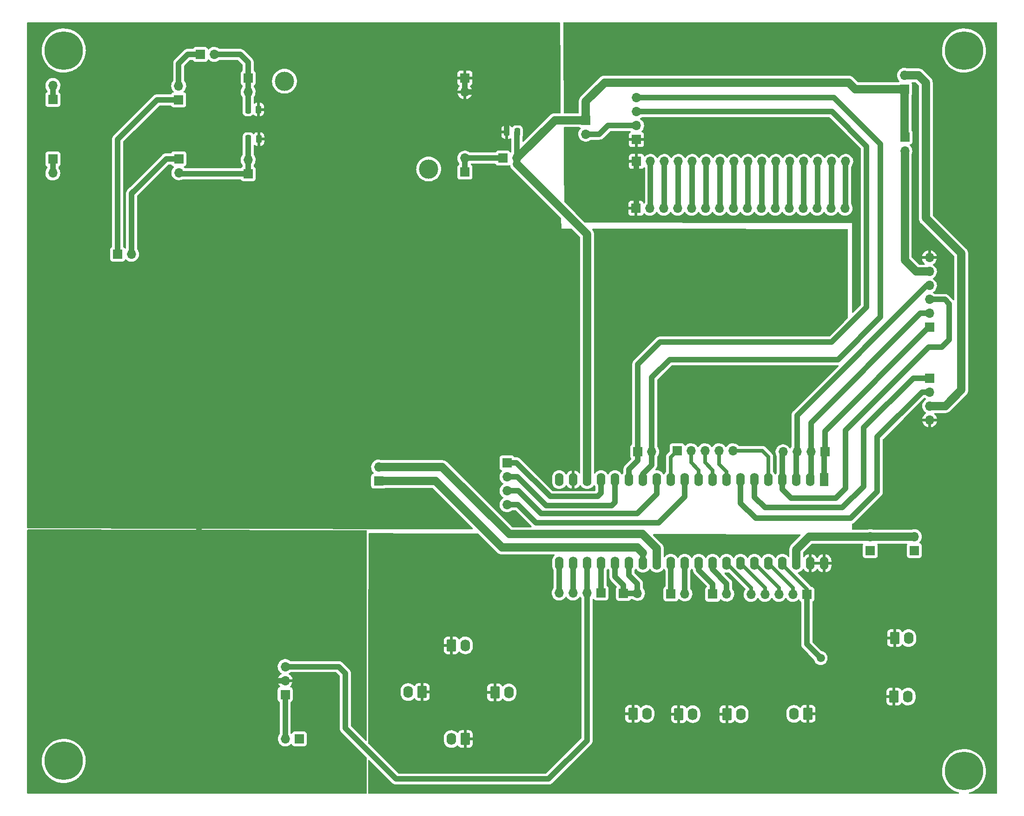
<source format=gbr>
%TF.GenerationSoftware,KiCad,Pcbnew,(6.0.10)*%
%TF.CreationDate,2023-02-06T13:07:10-03:00*%
%TF.ProjectId,JMP_SYSTEM,4a4d505f-5359-4535-9445-4d2e6b696361,rev?*%
%TF.SameCoordinates,Original*%
%TF.FileFunction,Copper,L2,Bot*%
%TF.FilePolarity,Positive*%
%FSLAX46Y46*%
G04 Gerber Fmt 4.6, Leading zero omitted, Abs format (unit mm)*
G04 Created by KiCad (PCBNEW (6.0.10)) date 2023-02-06 13:07:10*
%MOMM*%
%LPD*%
G01*
G04 APERTURE LIST*
G04 Aperture macros list*
%AMRoundRect*
0 Rectangle with rounded corners*
0 $1 Rounding radius*
0 $2 $3 $4 $5 $6 $7 $8 $9 X,Y pos of 4 corners*
0 Add a 4 corners polygon primitive as box body*
4,1,4,$2,$3,$4,$5,$6,$7,$8,$9,$2,$3,0*
0 Add four circle primitives for the rounded corners*
1,1,$1+$1,$2,$3*
1,1,$1+$1,$4,$5*
1,1,$1+$1,$6,$7*
1,1,$1+$1,$8,$9*
0 Add four rect primitives between the rounded corners*
20,1,$1+$1,$2,$3,$4,$5,0*
20,1,$1+$1,$4,$5,$6,$7,0*
20,1,$1+$1,$6,$7,$8,$9,0*
20,1,$1+$1,$8,$9,$2,$3,0*%
G04 Aperture macros list end*
%TA.AperFunction,ComponentPad*%
%ADD10RoundRect,0.250000X-0.620000X-0.845000X0.620000X-0.845000X0.620000X0.845000X-0.620000X0.845000X0*%
%TD*%
%TA.AperFunction,ComponentPad*%
%ADD11O,1.740000X2.190000*%
%TD*%
%TA.AperFunction,ComponentPad*%
%ADD12R,1.700000X1.700000*%
%TD*%
%TA.AperFunction,ComponentPad*%
%ADD13O,1.700000X1.700000*%
%TD*%
%TA.AperFunction,ComponentPad*%
%ADD14R,1.600000X2.400000*%
%TD*%
%TA.AperFunction,ComponentPad*%
%ADD15O,1.600000X2.400000*%
%TD*%
%TA.AperFunction,ComponentPad*%
%ADD16RoundRect,0.250000X0.620000X0.845000X-0.620000X0.845000X-0.620000X-0.845000X0.620000X-0.845000X0*%
%TD*%
%TA.AperFunction,ComponentPad*%
%ADD17C,7.000000*%
%TD*%
%TA.AperFunction,WasherPad*%
%ADD18C,3.500000*%
%TD*%
%TA.AperFunction,SMDPad,CuDef*%
%ADD19RoundRect,0.250000X-0.250000X-0.475000X0.250000X-0.475000X0.250000X0.475000X-0.250000X0.475000X0*%
%TD*%
%TA.AperFunction,SMDPad,CuDef*%
%ADD20RoundRect,0.250000X0.250000X0.475000X-0.250000X0.475000X-0.250000X-0.475000X0.250000X-0.475000X0*%
%TD*%
%TA.AperFunction,ViaPad*%
%ADD21C,1.500000*%
%TD*%
%TA.AperFunction,Conductor*%
%ADD22C,1.000000*%
%TD*%
%TA.AperFunction,Conductor*%
%ADD23C,0.700000*%
%TD*%
%TA.AperFunction,Conductor*%
%ADD24C,1.500000*%
%TD*%
G04 APERTURE END LIST*
D10*
%TO.P,SW9,1*%
%TO.N,GNDA*%
X-126223000Y-146770800D03*
D11*
%TO.P,SW9,2*%
%TO.N,Net-(R17-Pad2)*%
X-123683000Y-146770800D03*
%TD*%
D10*
%TO.P,SW1,1*%
%TO.N,GNDA*%
X-87020400Y-143560800D03*
D11*
%TO.P,SW1,2*%
%TO.N,Net-(R1-Pad2)*%
X-84480400Y-143560800D03*
%TD*%
D12*
%TO.P,J13,1,Pin_1*%
%TO.N,/BT_RST*%
X-102910800Y-124952200D03*
D13*
%TO.P,J13,2,Pin_2*%
%TO.N,/PB11*%
X-105450800Y-124952200D03*
%TO.P,J13,3,Pin_3*%
%TO.N,/PB10*%
X-107990800Y-124952200D03*
%TO.P,J13,4,Pin_4*%
%TO.N,/PB1*%
X-110530800Y-124952200D03*
%TO.P,J13,5,Pin_5*%
%TO.N,/PB0*%
X-113070800Y-124952200D03*
%TD*%
D14*
%TO.P,J1,1,Pin_1*%
%TO.N,/CS*%
X-99735800Y-104043000D03*
D15*
%TO.P,J1,2,Pin_2*%
%TO.N,/SCK*%
X-102275800Y-104043000D03*
%TO.P,J1,3,Pin_3*%
%TO.N,/MISO*%
X-104815800Y-104043000D03*
%TO.P,J1,4,Pin_4*%
%TO.N,/MOSI*%
X-107355800Y-104043000D03*
%TO.P,J1,5,Pin_5*%
%TO.N,/PA8*%
X-109895800Y-104043000D03*
%TO.P,J1,6,Pin_6*%
%TO.N,/RX*%
X-112435800Y-104043000D03*
%TO.P,J1,7,Pin_7*%
%TO.N,/TX*%
X-114975800Y-104043000D03*
%TO.P,J1,8,Pin_8*%
%TO.N,/BT_MENU*%
X-117515800Y-104043000D03*
%TO.P,J1,9,Pin_9*%
%TO.N,/BT_OK*%
X-120055800Y-104043000D03*
%TO.P,J1,10,Pin_10*%
%TO.N,/BT_STOP*%
X-122595800Y-104043000D03*
%TO.P,J1,11,Pin_11*%
%TO.N,/BT_RIGHT*%
X-125135800Y-104043000D03*
%TO.P,J1,12,Pin_12*%
%TO.N,/PB4*%
X-127675800Y-104043000D03*
%TO.P,J1,13,Pin_13*%
%TO.N,/BT_UP*%
X-130215800Y-104043000D03*
%TO.P,J1,14,Pin_14*%
%TO.N,/SCL*%
X-132755800Y-104043000D03*
%TO.P,J1,15,Pin_15*%
%TO.N,/SDA*%
X-135295800Y-104043000D03*
%TO.P,J1,16,Pin_16*%
%TO.N,/BT_LEFT*%
X-137835800Y-104043000D03*
%TO.P,J1,17,Pin_17*%
%TO.N,/BT_DOWN*%
X-140375800Y-104043000D03*
%TO.P,J1,18,Pin_18*%
%TO.N,5V*%
X-142915800Y-104043000D03*
%TO.P,J1,19,Pin_19*%
%TO.N,GNDA*%
X-145455800Y-104043000D03*
%TO.P,J1,20,Pin_20*%
%TO.N,3V3*%
X-147995800Y-104043000D03*
%TO.P,J1,21,Pin_21*%
%TO.N,/VBAT*%
X-147995800Y-119283000D03*
%TO.P,J1,22,Pin_22*%
%TO.N,/PC13*%
X-145455800Y-119283000D03*
%TO.P,J1,23,Pin_23*%
%TO.N,/RELE*%
X-142915800Y-119283000D03*
%TO.P,J1,24,Pin_24*%
%TO.N,/PC15*%
X-140375800Y-119283000D03*
%TO.P,J1,25,Pin_25*%
%TO.N,/SENSOR_1*%
X-137835800Y-119283000D03*
%TO.P,J1,26,Pin_26*%
X-135295800Y-119283000D03*
%TO.P,J1,27,Pin_27*%
%TO.N,/B+_AD_IN*%
X-132755800Y-119283000D03*
%TO.P,J1,28,Pin_28*%
%TO.N,/B-_AD_IN*%
X-130215800Y-119283000D03*
%TO.P,J1,29,Pin_29*%
%TO.N,/PA4*%
X-127675800Y-119283000D03*
%TO.P,J1,30,Pin_30*%
%TO.N,/PA5*%
X-125135800Y-119283000D03*
%TO.P,J1,31,Pin_31*%
%TO.N,/SENSOR_2*%
X-122595800Y-119283000D03*
%TO.P,J1,32,Pin_32*%
X-120055800Y-119283000D03*
%TO.P,J1,33,Pin_33*%
%TO.N,/PB0*%
X-117515800Y-119283000D03*
%TO.P,J1,34,Pin_34*%
%TO.N,/PB1*%
X-114975800Y-119283000D03*
%TO.P,J1,35,Pin_35*%
%TO.N,/PB10*%
X-112435800Y-119283000D03*
%TO.P,J1,36,Pin_36*%
%TO.N,/PB11*%
X-109895800Y-119283000D03*
%TO.P,J1,37,Pin_37*%
%TO.N,/BT_RST*%
X-107355800Y-119283000D03*
%TO.P,J1,38,Pin_38*%
%TO.N,3V3*%
X-104815800Y-119283000D03*
%TO.P,J1,39,Pin_39*%
%TO.N,GNDA*%
X-102275800Y-119283000D03*
%TO.P,J1,40,Pin_40*%
X-99735800Y-119283000D03*
%TD*%
D10*
%TO.P,SW4,1*%
%TO.N,GNDA*%
X-159725600Y-142819000D03*
D11*
%TO.P,SW4,2*%
%TO.N,Net-(R7-Pad2)*%
X-157185600Y-142819000D03*
%TD*%
D10*
%TO.P,SW5,1*%
%TO.N,GNDA*%
X-167650400Y-134239200D03*
D11*
%TO.P,SW5,2*%
%TO.N,Net-(R10-Pad1)*%
X-165110400Y-134239200D03*
%TD*%
D12*
%TO.P,J22,1,Pin_1*%
%TO.N,5V*%
X-195326000Y-151282400D03*
D13*
%TO.P,J22,2,Pin_2*%
%TO.N,Net-(J12-Pad1)*%
X-197866000Y-151282400D03*
%TD*%
D12*
%TO.P,U3,1,IN+*%
%TO.N,unconnected-(U3-Pad1)*%
X-240231400Y-34777200D03*
D13*
X-240231400Y-32237200D03*
D12*
%TO.P,U3,2,IN-*%
%TO.N,unconnected-(U3-Pad2)*%
X-240240600Y-45639200D03*
D13*
X-240240600Y-48179200D03*
%TO.P,U3,3,OUT+*%
%TO.N,/PowerManagaement/4.2V*%
X-217311400Y-32297200D03*
D12*
%TO.P,U3,4,B+*%
%TO.N,/PowerManagaement/B+*%
X-217311400Y-34837200D03*
D13*
%TO.P,U3,5,OUT-*%
%TO.N,Net-(U3-Pad5)*%
X-217279000Y-48128400D03*
D12*
%TO.P,U3,6,B-*%
%TO.N,/B-_AD_IN*%
X-217279000Y-45588400D03*
%TD*%
%TO.P,J17,1,Pin_1*%
%TO.N,/SENSOR_1*%
X-136281400Y-124749000D03*
D13*
%TO.P,J17,2,Pin_2*%
X-133741400Y-124749000D03*
%TD*%
D12*
%TO.P,J12,1,Pin_1*%
%TO.N,Net-(J12-Pad1)*%
X-197916800Y-143190200D03*
D13*
%TO.P,J12,2,Pin_2*%
%TO.N,GNDA*%
X-197916800Y-140650200D03*
%TO.P,J12,3,Pin_3*%
%TO.N,/RELE*%
X-197916800Y-138110200D03*
%TD*%
D12*
%TO.P,J20,1,Pin_1*%
%TO.N,/SDA*%
X-133695600Y-98942600D03*
D13*
%TO.P,J20,2,Pin_2*%
%TO.N,/SCL*%
X-131155600Y-98942600D03*
%TD*%
D10*
%TO.P,SW7,1*%
%TO.N,GNDA*%
X-117434600Y-146796200D03*
D11*
%TO.P,SW7,2*%
%TO.N,Net-(R13-Pad2)*%
X-114894600Y-146796200D03*
%TD*%
D12*
%TO.P,J15,1,Pin_1*%
%TO.N,/PA4*%
X-127645400Y-124850600D03*
D13*
%TO.P,J15,2,Pin_2*%
%TO.N,/PA5*%
X-125105400Y-124850600D03*
%TD*%
D12*
%TO.P,J4,1,Pin_1*%
%TO.N,/RX*%
X-80518000Y-85547200D03*
D13*
%TO.P,J4,2,Pin_2*%
%TO.N,/TX*%
X-80518000Y-88087200D03*
%TO.P,J4,3,Pin_3*%
%TO.N,Net-(J3-Pad2)*%
X-80518000Y-90627200D03*
%TO.P,J4,4,Pin_4*%
%TO.N,GNDA*%
X-80518000Y-93167200D03*
%TD*%
D16*
%TO.P,SW10,1*%
%TO.N,GNDA*%
X-102702600Y-146725400D03*
D11*
%TO.P,SW10,2*%
%TO.N,Net-(R19-Pad2)*%
X-105242600Y-146725400D03*
%TD*%
D12*
%TO.P,J8,1,Pin_1*%
%TO.N,/PB4*%
X-126527800Y-98790200D03*
D13*
%TO.P,J8,2,Pin_2*%
%TO.N,/BT_STOP*%
X-123987800Y-98790200D03*
%TO.P,J8,3,Pin_3*%
%TO.N,/BT_OK*%
X-121447800Y-98790200D03*
%TO.P,J8,4,Pin_4*%
%TO.N,/BT_MENU*%
X-118907800Y-98790200D03*
%TO.P,J8,5,Pin_5*%
%TO.N,/PA8*%
X-116367800Y-98790200D03*
%TD*%
D12*
%TO.P,J19,1,Pin_1*%
%TO.N,/CS*%
X-99613800Y-98993400D03*
D13*
%TO.P,J19,2,Pin_2*%
%TO.N,/SCK*%
X-102153800Y-98993400D03*
%TO.P,J19,3,Pin_3*%
%TO.N,/MISO*%
X-104693800Y-98993400D03*
%TO.P,J19,4,Pin_4*%
%TO.N,/MOSI*%
X-107233800Y-98993400D03*
%TD*%
D17*
%TO.P,,1*%
%TO.N,N/C*%
X-238252000Y-155295600D03*
%TD*%
D18*
%TO.P,U4,*%
%TO.N,*%
X-198042600Y-31451500D03*
X-171780600Y-47453500D03*
D12*
%TO.P,U4,1,IN+*%
%TO.N,Net-(C11-Pad1)*%
X-204646600Y-30871500D03*
D13*
X-204668600Y-33381900D03*
%TO.P,U4,2,IN-*%
%TO.N,Net-(U3-Pad5)*%
X-204668600Y-45777100D03*
D12*
X-204646600Y-48321500D03*
%TO.P,U4,3,OUT+*%
%TO.N,Net-(J11-Pad1)*%
X-165176600Y-48016500D03*
D13*
X-165197000Y-45472300D03*
D12*
%TO.P,U4,4,OUT-*%
%TO.N,GNDA*%
X-165176600Y-30871500D03*
D13*
X-165197000Y-33381900D03*
%TD*%
D10*
%TO.P,SW2,1*%
%TO.N,GNDA*%
X-86893400Y-132912800D03*
D11*
%TO.P,SW2,2*%
%TO.N,Net-(R3-Pad2)*%
X-84353400Y-132912800D03*
%TD*%
D12*
%TO.P,J10,1,Pin_1*%
%TO.N,/PowerManagaement/4.2V*%
X-213360000Y-26573400D03*
D13*
%TO.P,J10,2,Pin_2*%
%TO.N,Net-(C11-Pad1)*%
X-210820000Y-26573400D03*
%TD*%
D12*
%TO.P,J18,1,Pin_1*%
%TO.N,/SENSOR_2*%
X-120030400Y-124901400D03*
D13*
%TO.P,J18,2,Pin_2*%
X-117490400Y-124901400D03*
%TD*%
D12*
%TO.P,J16,1,Pin_1*%
%TO.N,/B+_AD_IN*%
X-180898800Y-104297400D03*
D13*
%TO.P,J16,2,Pin_2*%
%TO.N,/B-_AD_IN*%
X-180898800Y-101757400D03*
%TD*%
D12*
%TO.P,U1,1,VSS_DISP*%
%TO.N,GNDA*%
X-133915300Y-46073100D03*
D13*
%TO.P,U1,2,VDD_DISP*%
%TO.N,/User _IO/VDD_DISP*%
X-131375300Y-46073100D03*
%TO.P,U1,3,VO*%
%TO.N,/User _IO/VO*%
X-128835300Y-46073100D03*
%TO.P,U1,4,RS*%
%TO.N,/User _IO/RS*%
X-126295300Y-46073100D03*
%TO.P,U1,5,R/~{W}*%
%TO.N,/User _IO/R{slash}~{W}*%
X-123755300Y-46073100D03*
%TO.P,U1,6,E*%
%TO.N,/User _IO/E*%
X-121215300Y-46073100D03*
%TO.P,U1,7,DB0*%
%TO.N,Net-(U1-Pad7)*%
X-118675300Y-46073100D03*
%TO.P,U1,8,DB1*%
%TO.N,Net-(U1-Pad8)*%
X-116135300Y-46073100D03*
%TO.P,U1,9,DB2*%
%TO.N,Net-(U1-Pad9)*%
X-113595300Y-46073100D03*
%TO.P,U1,10,DB3*%
%TO.N,Net-(U1-Pad10)*%
X-111055300Y-46073100D03*
%TO.P,U1,11,DB4*%
%TO.N,Net-(U1-Pad11)*%
X-108515300Y-46073100D03*
%TO.P,U1,12,DB5*%
%TO.N,Net-(U1-Pad12)*%
X-105975300Y-46073100D03*
%TO.P,U1,13,DB6*%
%TO.N,Net-(U1-Pad13)*%
X-103435300Y-46073100D03*
%TO.P,U1,14,DB7*%
%TO.N,Net-(U1-Pad14)*%
X-100895300Y-46073100D03*
%TO.P,U1,15,A*%
%TO.N,/User _IO/LED_AN*%
X-98355300Y-46073100D03*
%TO.P,U1,16,K*%
%TO.N,/User _IO/LED_CAT*%
X-95815300Y-46073100D03*
%TO.P,U1,17,SCL*%
%TO.N,/SCL*%
X-133915300Y-34461900D03*
%TO.P,U1,18,SDA*%
%TO.N,/SDA*%
X-133915300Y-37001900D03*
%TO.P,U1,19,VDD*%
%TO.N,Net-(J9-Pad2)*%
X-133915300Y-39541900D03*
D12*
%TO.P,U1,20,VSS*%
%TO.N,GNDA*%
X-133915300Y-42081900D03*
%TD*%
D16*
%TO.P,SW3,1*%
%TO.N,GNDA*%
X-172974000Y-142748000D03*
D11*
%TO.P,SW3,2*%
%TO.N,Net-(R5-Pad2)*%
X-175514000Y-142748000D03*
%TD*%
D17*
%TO.P,,1*%
%TO.N,N/C*%
X-74269600Y-157149800D03*
%TD*%
D12*
%TO.P,J9,1,Pin_1*%
%TO.N,5V*%
X-143154400Y-38552200D03*
D13*
%TO.P,J9,2,Pin_2*%
%TO.N,Net-(J9-Pad2)*%
X-143154400Y-41092200D03*
%TD*%
D12*
%TO.P,J6,1,Pin_1*%
%TO.N,Net-(J6-Pad1)*%
X-83312000Y-116956200D03*
D13*
%TO.P,J6,2,Pin_2*%
%TO.N,3V3*%
X-83312000Y-114416200D03*
%TD*%
D12*
%TO.P,J5,1,Pin_1*%
%TO.N,/CS*%
X-80568800Y-76301600D03*
D13*
%TO.P,J5,2,Pin_2*%
%TO.N,/SCK*%
X-80568800Y-73761600D03*
%TO.P,J5,3,Pin_3*%
%TO.N,/MOSI*%
X-80568800Y-71221600D03*
%TO.P,J5,4,Pin_4*%
%TO.N,/MISO*%
X-80568800Y-68681600D03*
%TO.P,J5,5,Pin_5*%
%TO.N,Net-(J2-Pad2)*%
X-80568800Y-66141600D03*
%TO.P,J5,6,Pin_6*%
%TO.N,GNDA*%
X-80568800Y-63601600D03*
%TD*%
D16*
%TO.P,SW6,1*%
%TO.N,GNDA*%
X-165110400Y-151308000D03*
D11*
%TO.P,SW6,2*%
%TO.N,Net-(R11-Pad2)*%
X-167650400Y-151308000D03*
%TD*%
D12*
%TO.P,J14,1,Pin_1*%
%TO.N,/PC15*%
X-140396200Y-124698200D03*
D13*
%TO.P,J14,2,Pin_2*%
%TO.N,/RELE*%
X-142936200Y-124698200D03*
%TO.P,J14,3,Pin_3*%
%TO.N,/PC13*%
X-145476200Y-124698200D03*
%TO.P,J14,4,Pin_4*%
%TO.N,/VBAT*%
X-148016200Y-124698200D03*
%TD*%
D17*
%TO.P,,1*%
%TO.N,N/C*%
X-74269600Y-25857200D03*
%TD*%
D12*
%TO.P,J11,1,Pin_1*%
%TO.N,Net-(J11-Pad1)*%
X-158242000Y-45471000D03*
D13*
%TO.P,J11,2,Pin_2*%
%TO.N,5V*%
X-155702000Y-45471000D03*
%TD*%
D12*
%TO.P,J3,1,Pin_1*%
%TO.N,5V*%
X-85090000Y-32923400D03*
D13*
%TO.P,J3,2,Pin_2*%
%TO.N,Net-(J3-Pad2)*%
X-85090000Y-30383400D03*
%TD*%
D12*
%TO.P,BT1,1,+*%
%TO.N,/PowerManagaement/B+*%
X-228437600Y-62976200D03*
D13*
%TO.P,BT1,2,-*%
%TO.N,/B-_AD_IN*%
X-225897600Y-62976200D03*
%TD*%
D12*
%TO.P,J21,1,Pin_1*%
%TO.N,/BT_DOWN*%
X-157515800Y-100984600D03*
D13*
%TO.P,J21,2,Pin_2*%
%TO.N,/BT_LEFT*%
X-157515800Y-103524600D03*
%TO.P,J21,3,Pin_3*%
%TO.N,/BT_UP*%
X-157515800Y-106064600D03*
%TO.P,J21,4,Pin_4*%
%TO.N,/BT_RIGHT*%
X-157515800Y-108604600D03*
%TD*%
D17*
%TO.P,REF\u002A\u002A,1*%
%TO.N,N/C*%
X-238252000Y-25857200D03*
%TD*%
D10*
%TO.P,SW8,1*%
%TO.N,GNDA*%
X-134579600Y-146720000D03*
D11*
%TO.P,SW8,2*%
%TO.N,Net-(R15-Pad2)*%
X-132039600Y-146720000D03*
%TD*%
D12*
%TO.P,J2,1,Pin_1*%
%TO.N,5V*%
X-85049600Y-41609800D03*
D13*
%TO.P,J2,2,Pin_2*%
%TO.N,Net-(J2-Pad2)*%
X-85049600Y-44149800D03*
%TD*%
D12*
%TO.P,J7,1,Pin_1*%
%TO.N,Net-(J7-Pad1)*%
X-91343400Y-116971200D03*
D13*
%TO.P,J7,2,Pin_2*%
%TO.N,3V3*%
X-91343400Y-114431200D03*
%TD*%
D12*
%TO.P,U2,1,VSS*%
%TO.N,GNDA*%
X-134016600Y-54601000D03*
D13*
%TO.P,U2,2,VDD*%
%TO.N,/User _IO/VDD_DISP*%
X-131476600Y-54601000D03*
%TO.P,U2,3,VO*%
%TO.N,/User _IO/VO*%
X-128936600Y-54601000D03*
%TO.P,U2,4,RS*%
%TO.N,/User _IO/RS*%
X-126396600Y-54601000D03*
%TO.P,U2,5,R/~{W}*%
%TO.N,/User _IO/R{slash}~{W}*%
X-123856600Y-54601000D03*
%TO.P,U2,6,E*%
%TO.N,/User _IO/E*%
X-121316600Y-54601000D03*
%TO.P,U2,7,DB0*%
%TO.N,Net-(U1-Pad7)*%
X-118776600Y-54601000D03*
%TO.P,U2,8,DB1*%
%TO.N,Net-(U1-Pad8)*%
X-116236600Y-54601000D03*
%TO.P,U2,9,DB2*%
%TO.N,Net-(U1-Pad9)*%
X-113696600Y-54601000D03*
%TO.P,U2,10,DB3*%
%TO.N,Net-(U1-Pad10)*%
X-111156600Y-54601000D03*
%TO.P,U2,11,DB4*%
%TO.N,Net-(U1-Pad11)*%
X-108616600Y-54601000D03*
%TO.P,U2,12,DB5*%
%TO.N,Net-(U1-Pad12)*%
X-106076600Y-54601000D03*
%TO.P,U2,13,DB6*%
%TO.N,Net-(U1-Pad13)*%
X-103536600Y-54601000D03*
%TO.P,U2,14,DB7*%
%TO.N,Net-(U1-Pad14)*%
X-100996600Y-54601000D03*
%TO.P,U2,15,A/VEE*%
%TO.N,/User _IO/LED_AN*%
X-98456600Y-54601000D03*
%TO.P,U2,16,K*%
%TO.N,/User _IO/LED_CAT*%
X-95916600Y-54601000D03*
%TD*%
D19*
%TO.P,C11,1*%
%TO.N,Net-(C11-Pad1)*%
X-204678400Y-36596800D03*
%TO.P,C11,2*%
%TO.N,GNDA*%
X-202778400Y-36596800D03*
%TD*%
%TO.P,C12,1*%
%TO.N,Net-(U3-Pad5)*%
X-204627600Y-41981600D03*
%TO.P,C12,2*%
%TO.N,GNDA*%
X-202727600Y-41981600D03*
%TD*%
D20*
%TO.P,C13,1*%
%TO.N,5V*%
X-155636000Y-40721200D03*
%TO.P,C13,2*%
%TO.N,GNDA*%
X-157536000Y-40721200D03*
%TD*%
D21*
%TO.N,/BT_RST*%
X-100380800Y-136550400D03*
%TO.N,GNDA*%
X-118351596Y-115422779D03*
X-82397600Y-103632000D03*
X-106172000Y-68630800D03*
X-113538000Y-90474800D03*
X-220268800Y-54432200D03*
%TD*%
D22*
%TO.N,/SENSOR_1*%
X-135295800Y-119283000D02*
X-135295800Y-121467400D01*
X-133741400Y-124749000D02*
X-136281400Y-124749000D01*
X-133741400Y-123021800D02*
X-133741400Y-124749000D01*
X-136281400Y-123275800D02*
X-136281400Y-124749000D01*
X-137835800Y-121721400D02*
X-136281400Y-123275800D01*
X-135295800Y-121467400D02*
X-133741400Y-123021800D01*
X-137835800Y-119283000D02*
X-137835800Y-121721400D01*
%TO.N,/SENSOR_2*%
X-120025400Y-123072600D02*
X-120025400Y-124896400D01*
X-122595800Y-120502200D02*
X-120025400Y-123072600D01*
X-117485400Y-122971000D02*
X-117485400Y-125053800D01*
X-120055800Y-119283000D02*
X-120055800Y-120400600D01*
X-120055800Y-120400600D02*
X-117485400Y-122971000D01*
X-122595800Y-119283000D02*
X-122595800Y-120502200D01*
X-120025400Y-124896400D02*
X-120030400Y-124901400D01*
%TO.N,/BT_LEFT*%
X-138415000Y-108797800D02*
X-137835800Y-108218600D01*
X-155626200Y-103524600D02*
X-150353000Y-108797800D01*
X-157515800Y-103524600D02*
X-155626200Y-103524600D01*
X-150353000Y-108797800D02*
X-138415000Y-108797800D01*
X-137805400Y-104012600D02*
X-137835800Y-104043000D01*
X-137835800Y-108218600D02*
X-137835800Y-104043000D01*
%TO.N,/BT_RIGHT*%
X-125135800Y-104043000D02*
X-125135800Y-103697400D01*
X-152232600Y-111896600D02*
X-129880600Y-111896600D01*
X-125135800Y-107151800D02*
X-125135800Y-104043000D01*
X-157515800Y-108604600D02*
X-155524600Y-108604600D01*
X-129880600Y-111896600D02*
X-125135800Y-107151800D01*
X-155524600Y-108604600D02*
X-152232600Y-111896600D01*
%TO.N,/BT_UP*%
X-130261600Y-106664200D02*
X-130261600Y-104088800D01*
X-133817600Y-110220200D02*
X-130261600Y-106664200D01*
X-155423000Y-106064600D02*
X-151267400Y-110220200D01*
X-157515800Y-106064600D02*
X-155423000Y-106064600D01*
X-151267400Y-110220200D02*
X-133817600Y-110220200D01*
%TO.N,/BT_DOWN*%
X-140345400Y-104012600D02*
X-140375800Y-104043000D01*
X-149641800Y-107121400D02*
X-141005800Y-107121400D01*
X-157515800Y-100984600D02*
X-155778600Y-100984600D01*
X-140375800Y-106491400D02*
X-140375800Y-104043000D01*
X-155778600Y-100984600D02*
X-149641800Y-107121400D01*
X-141005800Y-107121400D02*
X-140375800Y-106491400D01*
D23*
%TO.N,/BT_STOP*%
X-122595800Y-102315800D02*
X-123987800Y-100923800D01*
X-122595800Y-104043000D02*
X-122595800Y-102315800D01*
X-123987800Y-100923800D02*
X-123987800Y-98790200D01*
%TO.N,/BT_MENU*%
X-117515800Y-102620600D02*
X-118907800Y-101228600D01*
X-117515800Y-104043000D02*
X-117515800Y-102620600D01*
X-118907800Y-101228600D02*
X-118907800Y-98790200D01*
%TO.N,/BT_OK*%
X-120055800Y-102315800D02*
X-121447800Y-100923800D01*
X-121447800Y-100923800D02*
X-121447800Y-98790200D01*
X-120055800Y-104043000D02*
X-120055800Y-102315800D01*
D22*
%TO.N,/BT_RST*%
X-102910800Y-134020400D02*
X-102910800Y-124952200D01*
D23*
X-102910800Y-124952200D02*
X-102910800Y-123982000D01*
X-102910800Y-123982000D02*
X-107355800Y-119537000D01*
D22*
X-100380800Y-136550400D02*
X-102910800Y-134020400D01*
X-107355800Y-119537000D02*
X-107355800Y-119283000D01*
X-107274600Y-119364200D02*
X-107355800Y-119283000D01*
%TO.N,/CS*%
X-80670400Y-76301600D02*
X-80568800Y-76301600D01*
X-99613800Y-95245000D02*
X-80670400Y-76301600D01*
X-99735800Y-104043000D02*
X-99735800Y-99115400D01*
X-99613800Y-98993400D02*
X-99613800Y-95245000D01*
X-99735800Y-99115400D02*
X-99613800Y-98993400D01*
%TO.N,/SCK*%
X-102153800Y-98993400D02*
X-102153800Y-93670200D01*
X-102153800Y-93670200D02*
X-82245200Y-73761600D01*
X-82245200Y-73761600D02*
X-80568800Y-73761600D01*
X-102153800Y-103921000D02*
X-102275800Y-104043000D01*
X-102153800Y-98993400D02*
X-102153800Y-103921000D01*
%TO.N,/MISO*%
X-104693800Y-92349400D02*
X-81026000Y-68681600D01*
X-81026000Y-68681600D02*
X-80568800Y-68681600D01*
X-104815800Y-99115400D02*
X-104693800Y-98993400D01*
X-104693800Y-98993400D02*
X-104693800Y-92349400D01*
X-104815800Y-104043000D02*
X-104815800Y-99115400D01*
%TO.N,/MOSI*%
X-97621800Y-107426200D02*
X-95859600Y-105664000D01*
X-95859600Y-105664000D02*
X-95859600Y-95097600D01*
X-76962000Y-72034400D02*
X-77774800Y-71221600D01*
X-105776000Y-107426200D02*
X-97621800Y-107426200D01*
X-76962000Y-78536800D02*
X-76962000Y-72034400D01*
X-77774800Y-71221600D02*
X-80568800Y-71221600D01*
X-80670400Y-79908400D02*
X-78333600Y-79908400D01*
X-107355800Y-104043000D02*
X-107355800Y-105846400D01*
X-78333600Y-79908400D02*
X-76962000Y-78536800D01*
X-107355800Y-99115400D02*
X-107233800Y-98993400D01*
X-107355800Y-104043000D02*
X-107355800Y-99115400D01*
X-95859600Y-95097600D02*
X-80670400Y-79908400D01*
X-107355800Y-105846400D02*
X-105776000Y-107426200D01*
%TO.N,/RX*%
X-112435800Y-104043000D02*
X-112435800Y-107243400D01*
X-112435800Y-107243400D02*
X-110525800Y-109153400D01*
X-83515200Y-85547200D02*
X-80518000Y-85547200D01*
X-110525800Y-109153400D02*
X-96402600Y-109153400D01*
X-96402600Y-109153400D02*
X-92557600Y-105308400D01*
X-92557600Y-105308400D02*
X-92557600Y-94589600D01*
X-92557600Y-94589600D02*
X-83515200Y-85547200D01*
%TO.N,/TX*%
X-81889600Y-88087200D02*
X-90068400Y-96266000D01*
X-90068400Y-106273600D02*
X-94878600Y-111083800D01*
X-90068400Y-96266000D02*
X-90068400Y-106273600D01*
X-94878600Y-111083800D02*
X-112227600Y-111083800D01*
X-80518000Y-88087200D02*
X-81889600Y-88087200D01*
X-114975800Y-108335600D02*
X-114975800Y-104043000D01*
X-112227600Y-111083800D02*
X-114975800Y-108335600D01*
%TO.N,/SCL*%
X-127874000Y-82153200D02*
X-131155600Y-85434800D01*
X-97241600Y-82153200D02*
X-127874000Y-82153200D01*
X-89494600Y-74406200D02*
X-97241600Y-82153200D01*
X-131155600Y-85434800D02*
X-131155600Y-98942600D01*
X-131155600Y-101386000D02*
X-131155600Y-98942600D01*
X-97942900Y-34461900D02*
X-89494600Y-42910200D01*
X-132755800Y-102986200D02*
X-131155600Y-101386000D01*
X-89494600Y-42910200D02*
X-89494600Y-74406200D01*
X-133915300Y-34461900D02*
X-97942900Y-34461900D01*
X-132755800Y-104043000D02*
X-132755800Y-102986200D01*
%TO.N,/SDA*%
X-135295800Y-102173400D02*
X-133695600Y-100573200D01*
X-135295800Y-104043000D02*
X-135295800Y-102173400D01*
X-133695600Y-83047200D02*
X-133695600Y-98942600D01*
X-92034600Y-43291200D02*
X-92034600Y-72628200D01*
X-133915300Y-37001900D02*
X-98323900Y-37001900D01*
X-133695600Y-100573200D02*
X-133695600Y-98942600D01*
X-92034600Y-72628200D02*
X-98384600Y-78978200D01*
X-98384600Y-78978200D02*
X-129626600Y-78978200D01*
X-98323900Y-37001900D02*
X-92034600Y-43291200D01*
X-129626600Y-78978200D02*
X-133695600Y-83047200D01*
D24*
%TO.N,5V*%
X-95300800Y-31699200D02*
X-94076600Y-32923400D01*
X-142915800Y-104043000D02*
X-142915800Y-59364400D01*
D22*
X-155702000Y-46578200D02*
X-155702000Y-45471000D01*
D24*
X-143154400Y-35102800D02*
X-139750800Y-31699200D01*
D22*
X-85090000Y-41569400D02*
X-85049600Y-41609800D01*
X-155702000Y-40787200D02*
X-155636000Y-40721200D01*
X-155702000Y-45471000D02*
X-155702000Y-40787200D01*
D24*
X-139750800Y-31699200D02*
X-95300800Y-31699200D01*
X-148783200Y-38552200D02*
X-155702000Y-45471000D01*
X-143154400Y-38552200D02*
X-143154400Y-35102800D01*
X-94076600Y-32923400D02*
X-85090000Y-32923400D01*
X-85090000Y-32923400D02*
X-85090000Y-41569400D01*
X-142915800Y-59364400D02*
X-155702000Y-46578200D01*
X-143154400Y-38552200D02*
X-148783200Y-38552200D01*
D22*
%TO.N,GNDA*%
X-157536000Y-36723200D02*
X-157536000Y-40721200D01*
X-133915300Y-46073100D02*
X-133915300Y-54499700D01*
X-197916800Y-140650200D02*
X-206059800Y-140650200D01*
X-160877300Y-33381900D02*
X-157536000Y-36723200D01*
X-165176600Y-33361500D02*
X-165197000Y-33381900D01*
X-206059800Y-140650200D02*
X-213664800Y-133045200D01*
X-213664800Y-133045200D02*
X-213664800Y-106832400D01*
X-165176600Y-30871500D02*
X-165176600Y-33361500D01*
X-165197000Y-33381900D02*
X-160877300Y-33381900D01*
X-133915300Y-54499700D02*
X-134016600Y-54601000D01*
D24*
%TO.N,3V3*%
X-91343400Y-114431200D02*
X-83327000Y-114431200D01*
X-104815800Y-119283000D02*
X-104815800Y-116778400D01*
D22*
X-83169600Y-114416200D02*
X-83159600Y-114426200D01*
D24*
X-104815800Y-116778400D02*
X-102453600Y-114416200D01*
D22*
X-102453600Y-114416200D02*
X-102438600Y-114431200D01*
X-83327000Y-114431200D02*
X-83312000Y-114416200D01*
D24*
X-102438600Y-114431200D02*
X-91343400Y-114431200D01*
D22*
%TO.N,/RELE*%
X-142915800Y-124881000D02*
X-142936200Y-124901400D01*
X-186944000Y-139344400D02*
X-188178200Y-138110200D01*
X-142936200Y-124698200D02*
X-142936200Y-151572200D01*
X-149961600Y-158597600D02*
X-177698400Y-158597600D01*
X-177698400Y-158597600D02*
X-186944000Y-149352000D01*
X-188178200Y-138110200D02*
X-197916800Y-138110200D01*
X-186944000Y-149352000D02*
X-186944000Y-139344400D01*
X-142915800Y-119283000D02*
X-142915800Y-124881000D01*
X-142936200Y-151572200D02*
X-149961600Y-158597600D01*
D24*
%TO.N,Net-(J3-Pad2)*%
X-74777600Y-62839600D02*
X-81229200Y-56388000D01*
X-74777600Y-87731600D02*
X-74777600Y-62839600D01*
X-81229200Y-31699200D02*
X-82545000Y-30383400D01*
X-77673200Y-90627200D02*
X-74777600Y-87731600D01*
X-80518000Y-90627200D02*
X-77673200Y-90627200D01*
X-81229200Y-56388000D02*
X-81229200Y-31699200D01*
X-82545000Y-30383400D02*
X-85090000Y-30383400D01*
D22*
%TO.N,/User _IO/VDD_DISP*%
X-131375300Y-54499700D02*
X-131476600Y-54601000D01*
X-131375300Y-46073100D02*
X-131375300Y-54499700D01*
%TO.N,/User _IO/VO*%
X-128835300Y-46073100D02*
X-128835300Y-54499700D01*
X-128835300Y-54499700D02*
X-128936600Y-54601000D01*
%TO.N,/User _IO/RS*%
X-126295300Y-46073100D02*
X-126295300Y-54499700D01*
X-126295300Y-54499700D02*
X-126396600Y-54601000D01*
%TO.N,/User _IO/R{slash}~{W}*%
X-123755300Y-46073100D02*
X-123755300Y-54499700D01*
X-123755300Y-54499700D02*
X-123856600Y-54601000D01*
%TO.N,/User _IO/E*%
X-121215300Y-46073100D02*
X-121215300Y-54499700D01*
X-121215300Y-54499700D02*
X-121316600Y-54601000D01*
%TO.N,/User _IO/LED_AN*%
X-98355300Y-46073100D02*
X-98355300Y-54499700D01*
X-98355300Y-54499700D02*
X-98456600Y-54601000D01*
%TO.N,/User _IO/LED_CAT*%
X-95815300Y-54499700D02*
X-95916600Y-54601000D01*
X-95815300Y-46073100D02*
X-95815300Y-54499700D01*
%TO.N,unconnected-(U3-Pad1)*%
X-240231400Y-32237200D02*
X-240231400Y-34777200D01*
%TO.N,unconnected-(U3-Pad2)*%
X-240240600Y-45639200D02*
X-240240600Y-48179200D01*
%TO.N,/PowerManagaement/B+*%
X-228437600Y-62976200D02*
X-228437600Y-42052400D01*
X-228437600Y-42052400D02*
X-221222400Y-34837200D01*
X-221222400Y-34837200D02*
X-217311400Y-34837200D01*
%TO.N,Net-(C11-Pad1)*%
X-204678400Y-36631800D02*
X-204678400Y-33391700D01*
X-204646600Y-28042800D02*
X-204646600Y-30871500D01*
X-204646600Y-30871500D02*
X-204646600Y-33359900D01*
X-206116000Y-26573400D02*
X-204646600Y-28042800D01*
X-210820000Y-26573400D02*
X-206116000Y-26573400D01*
D24*
%TO.N,/B-_AD_IN*%
X-157089400Y-113979400D02*
X-169311400Y-101757400D01*
D22*
X-225897600Y-62976200D02*
X-225897600Y-51907600D01*
D24*
X-130215800Y-116590600D02*
X-132827000Y-113979400D01*
D22*
X-225897600Y-51907600D02*
X-225552000Y-51562000D01*
D24*
X-132827000Y-113979400D02*
X-157089400Y-113979400D01*
X-169311400Y-101757400D02*
X-180898800Y-101757400D01*
X-130215800Y-119283000D02*
X-130215800Y-116590600D01*
D22*
X-225679000Y-51699000D02*
X-219568400Y-45588400D01*
X-219568400Y-45588400D02*
X-217279000Y-45588400D01*
%TO.N,Net-(U3-Pad5)*%
X-204668600Y-45777100D02*
X-204668600Y-42032200D01*
X-204646600Y-48321500D02*
X-204646600Y-45799100D01*
X-204646600Y-48321500D02*
X-217085900Y-48321500D01*
%TO.N,Net-(J11-Pad1)*%
X-165176600Y-48016500D02*
X-165176600Y-45492700D01*
X-165197000Y-45472300D02*
X-158243300Y-45472300D01*
D24*
%TO.N,/B+_AD_IN*%
X-132755800Y-117403400D02*
X-133741400Y-116417800D01*
X-170530600Y-104297400D02*
X-180898800Y-104297400D01*
X-158410200Y-116417800D02*
X-170530600Y-104297400D01*
X-133741400Y-116417800D02*
X-158410200Y-116417800D01*
D22*
X-132755800Y-119283000D02*
X-132755800Y-117403400D01*
D24*
%TO.N,Net-(J2-Pad2)*%
X-80568800Y-66141600D02*
X-82956400Y-66141600D01*
X-82956400Y-66141600D02*
X-85049600Y-64048400D01*
X-85049600Y-64048400D02*
X-85049600Y-44149800D01*
D22*
%TO.N,Net-(J9-Pad2)*%
X-143154400Y-41092200D02*
X-140711800Y-41092200D01*
X-139141700Y-39541900D02*
X-133915300Y-39541900D01*
X-140711800Y-41092200D02*
X-139151600Y-39532000D01*
%TO.N,Net-(U1-Pad7)*%
X-118675300Y-54499700D02*
X-118776600Y-54601000D01*
X-118675300Y-46073100D02*
X-118675300Y-54499700D01*
%TO.N,Net-(U1-Pad8)*%
X-116135300Y-54499700D02*
X-116236600Y-54601000D01*
X-116135300Y-46073100D02*
X-116135300Y-54499700D01*
%TO.N,Net-(U1-Pad9)*%
X-113595300Y-46073100D02*
X-113595300Y-54499700D01*
X-113595300Y-54499700D02*
X-113696600Y-54601000D01*
%TO.N,Net-(U1-Pad10)*%
X-111055300Y-54499700D02*
X-111156600Y-54601000D01*
X-111055300Y-46073100D02*
X-111055300Y-54499700D01*
%TO.N,Net-(U1-Pad11)*%
X-108515300Y-46073100D02*
X-108515300Y-54499700D01*
X-108515300Y-54499700D02*
X-108616600Y-54601000D01*
%TO.N,Net-(U1-Pad12)*%
X-105975300Y-46073100D02*
X-105975300Y-54499700D01*
X-105975300Y-54499700D02*
X-106076600Y-54601000D01*
%TO.N,Net-(U1-Pad13)*%
X-103435300Y-54499700D02*
X-103536600Y-54601000D01*
X-103435300Y-46073100D02*
X-103435300Y-54499700D01*
%TO.N,Net-(U1-Pad14)*%
X-100895300Y-46073100D02*
X-100895300Y-54499700D01*
X-100895300Y-54499700D02*
X-100996600Y-54601000D01*
%TO.N,/PowerManagaement/4.2V*%
X-217311400Y-28218400D02*
X-215666400Y-26573400D01*
X-215666400Y-26573400D02*
X-213360000Y-26573400D01*
X-217311400Y-32297200D02*
X-217311400Y-28218400D01*
D23*
%TO.N,/PA8*%
X-116367800Y-98790200D02*
X-110983000Y-98790200D01*
X-109895800Y-99877400D02*
X-109895800Y-104043000D01*
X-110983000Y-98790200D02*
X-109895800Y-99877400D01*
%TO.N,/PB4*%
X-127675800Y-99938200D02*
X-126527800Y-98790200D01*
X-127675800Y-104043000D02*
X-127675800Y-99938200D01*
D22*
%TO.N,/VBAT*%
X-147995800Y-119283000D02*
X-147995800Y-124881000D01*
X-147995800Y-124881000D02*
X-148016200Y-124901400D01*
%TO.N,/PC13*%
X-145455800Y-119283000D02*
X-145455800Y-124881000D01*
X-145455800Y-124881000D02*
X-145476200Y-124901400D01*
%TO.N,/PC15*%
X-140375800Y-124881000D02*
X-140396200Y-124901400D01*
X-140375800Y-119283000D02*
X-140375800Y-124881000D01*
%TO.N,/PA4*%
X-127645400Y-119313400D02*
X-127675800Y-119283000D01*
X-127645400Y-124850600D02*
X-127645400Y-119313400D01*
%TO.N,/PA5*%
X-125105400Y-119313400D02*
X-125135800Y-119283000D01*
X-125105400Y-124850600D02*
X-125105400Y-119313400D01*
D23*
%TO.N,/PB0*%
X-113070800Y-123728000D02*
X-117515800Y-119283000D01*
X-113070800Y-124952200D02*
X-113070800Y-123728000D01*
%TO.N,/PB1*%
X-110530800Y-123728000D02*
X-114975800Y-119283000D01*
X-110530800Y-124952200D02*
X-110530800Y-123728000D01*
%TO.N,/PB10*%
X-107990800Y-124952200D02*
X-107990800Y-123728000D01*
X-107990800Y-123728000D02*
X-112435800Y-119283000D01*
%TO.N,/PB11*%
X-105450800Y-123728000D02*
X-109895800Y-119283000D01*
X-105450800Y-124952200D02*
X-105450800Y-123728000D01*
D22*
%TO.N,Net-(J12-Pad1)*%
X-197916800Y-151231600D02*
X-197866000Y-151282400D01*
X-197916800Y-143190200D02*
X-197916800Y-151231600D01*
%TD*%
%TA.AperFunction,Conductor*%
%TO.N,GNDA*%
G36*
X-68282779Y-20721502D02*
G01*
X-68236286Y-20775158D01*
X-68224900Y-20827500D01*
X-68224900Y-161163500D01*
X-68244902Y-161231621D01*
X-68298558Y-161278114D01*
X-68350900Y-161289500D01*
X-73273946Y-161289500D01*
X-73342067Y-161269498D01*
X-73388560Y-161215842D01*
X-73398664Y-161145568D01*
X-73369170Y-161080988D01*
X-73309444Y-161042604D01*
X-73301861Y-161040631D01*
X-73193331Y-161015974D01*
X-73193325Y-161015972D01*
X-73190335Y-161015293D01*
X-73187416Y-161014322D01*
X-72821204Y-160892500D01*
X-72821198Y-160892498D01*
X-72818280Y-160891527D01*
X-72676865Y-160828565D01*
X-72462878Y-160733292D01*
X-72462872Y-160733289D01*
X-72460078Y-160732045D01*
X-72457409Y-160730529D01*
X-72121816Y-160539886D01*
X-72121810Y-160539883D01*
X-72119148Y-160538370D01*
X-71798745Y-160312350D01*
X-71501926Y-160056144D01*
X-71231526Y-159772195D01*
X-71105566Y-159610974D01*
X-70992035Y-159465660D01*
X-70992033Y-159465657D01*
X-70990125Y-159463215D01*
X-70780026Y-159132154D01*
X-70603237Y-158782170D01*
X-70543131Y-158627207D01*
X-70462559Y-158419481D01*
X-70462556Y-158419472D01*
X-70461444Y-158416605D01*
X-70356000Y-158038948D01*
X-70287912Y-157652804D01*
X-70257831Y-157261859D01*
X-70256266Y-157149800D01*
X-70259006Y-157093765D01*
X-70275270Y-156761240D01*
X-70275420Y-156758167D01*
X-70332699Y-156370273D01*
X-70427557Y-155989819D01*
X-70559088Y-155620437D01*
X-70726036Y-155265654D01*
X-70727603Y-155263025D01*
X-70727608Y-155263016D01*
X-70925239Y-154931489D01*
X-70926809Y-154928855D01*
X-70928623Y-154926395D01*
X-70928628Y-154926387D01*
X-71157667Y-154615726D01*
X-71157669Y-154615723D01*
X-71159489Y-154613255D01*
X-71421856Y-154321868D01*
X-71711405Y-154057473D01*
X-72025372Y-153822595D01*
X-72073585Y-153793396D01*
X-72358133Y-153621067D01*
X-72358142Y-153621062D01*
X-72360761Y-153619476D01*
X-72714371Y-153450055D01*
X-72717261Y-153449003D01*
X-72717266Y-153449001D01*
X-73079926Y-153317004D01*
X-73079929Y-153317003D01*
X-73082825Y-153315949D01*
X-73359037Y-153245029D01*
X-73459623Y-153219203D01*
X-73459626Y-153219202D01*
X-73462607Y-153218437D01*
X-73850092Y-153158451D01*
X-74241582Y-153136564D01*
X-74244661Y-153136693D01*
X-74244664Y-153136693D01*
X-74500412Y-153147412D01*
X-74633339Y-153152983D01*
X-74636383Y-153153411D01*
X-74636385Y-153153411D01*
X-74846822Y-153182986D01*
X-75021624Y-153207553D01*
X-75402731Y-153299753D01*
X-75773021Y-153428702D01*
X-76128962Y-153593169D01*
X-76467154Y-153791585D01*
X-76627156Y-153907833D01*
X-76781889Y-154020253D01*
X-76781895Y-154020258D01*
X-76784370Y-154022056D01*
X-76786656Y-154024085D01*
X-76786659Y-154024088D01*
X-76866477Y-154094954D01*
X-77077583Y-154282383D01*
X-77079662Y-154284628D01*
X-77079669Y-154284635D01*
X-77341906Y-154567826D01*
X-77343992Y-154570079D01*
X-77581056Y-154882399D01*
X-77786511Y-155216362D01*
X-77958397Y-155568780D01*
X-78095073Y-155936289D01*
X-78195233Y-156315381D01*
X-78257923Y-156702438D01*
X-78258117Y-156705518D01*
X-78258117Y-156705520D01*
X-78261622Y-156761240D01*
X-78282543Y-157093765D01*
X-78268859Y-157485627D01*
X-78217001Y-157874284D01*
X-78127464Y-158256025D01*
X-78001104Y-158627207D01*
X-77839125Y-158984287D01*
X-77643075Y-159323856D01*
X-77641286Y-159326354D01*
X-77641284Y-159326358D01*
X-77437939Y-159610387D01*
X-77414824Y-159642674D01*
X-77156551Y-159937696D01*
X-76870722Y-160206108D01*
X-76560064Y-160445346D01*
X-76557461Y-160446973D01*
X-76557456Y-160446976D01*
X-76438024Y-160521605D01*
X-76227544Y-160653128D01*
X-75876334Y-160827470D01*
X-75509788Y-160966707D01*
X-75330963Y-161015293D01*
X-75233004Y-161041908D01*
X-75172511Y-161079071D01*
X-75141712Y-161143039D01*
X-75150387Y-161213504D01*
X-75195781Y-161268093D01*
X-75266040Y-161289500D01*
X-182701539Y-161289500D01*
X-182769660Y-161269498D01*
X-182816153Y-161215842D01*
X-182827539Y-161163234D01*
X-182827361Y-161079071D01*
X-182814982Y-155211175D01*
X-182794836Y-155143098D01*
X-182741082Y-155096718D01*
X-182670787Y-155086763D01*
X-182606269Y-155116392D01*
X-182599887Y-155122347D01*
X-178455255Y-159266979D01*
X-178446153Y-159277122D01*
X-178422432Y-159306625D01*
X-178417704Y-159310592D01*
X-178383979Y-159338891D01*
X-178380331Y-159342072D01*
X-178378519Y-159343715D01*
X-178376325Y-159345909D01*
X-178343051Y-159373242D01*
X-178342253Y-159373904D01*
X-178270926Y-159433754D01*
X-178266256Y-159436322D01*
X-178262139Y-159439703D01*
X-178242321Y-159450329D01*
X-178180314Y-159483577D01*
X-178179155Y-159484206D01*
X-178103019Y-159526062D01*
X-178103011Y-159526065D01*
X-178097613Y-159529033D01*
X-178092531Y-159530645D01*
X-178087837Y-159533162D01*
X-178014629Y-159555545D01*
X-177998923Y-159560347D01*
X-177997665Y-159560739D01*
X-177909094Y-159588835D01*
X-177903803Y-159589429D01*
X-177898702Y-159590988D01*
X-177806137Y-159600390D01*
X-177804950Y-159600516D01*
X-177775562Y-159603813D01*
X-177758670Y-159605708D01*
X-177758665Y-159605708D01*
X-177755173Y-159606100D01*
X-177751648Y-159606100D01*
X-177750663Y-159606155D01*
X-177744968Y-159606603D01*
X-177733058Y-159607813D01*
X-177708066Y-159610352D01*
X-177708061Y-159610352D01*
X-177701938Y-159610974D01*
X-177656292Y-159606659D01*
X-177644433Y-159606100D01*
X-150023443Y-159606100D01*
X-150009836Y-159606837D01*
X-149978338Y-159610259D01*
X-149978333Y-159610259D01*
X-149972212Y-159610924D01*
X-149945962Y-159608627D01*
X-149922212Y-159606550D01*
X-149917386Y-159606221D01*
X-149914914Y-159606100D01*
X-149911831Y-159606100D01*
X-149899862Y-159604926D01*
X-149869094Y-159601910D01*
X-149867781Y-159601788D01*
X-149823516Y-159597915D01*
X-149775187Y-159593687D01*
X-149770068Y-159592200D01*
X-149764767Y-159591680D01*
X-149675766Y-159564809D01*
X-149674633Y-159564474D01*
X-149591186Y-159540230D01*
X-149591182Y-159540228D01*
X-149585264Y-159538509D01*
X-149580532Y-159536056D01*
X-149575431Y-159534516D01*
X-149568433Y-159530795D01*
X-149493340Y-159490869D01*
X-149492174Y-159490257D01*
X-149415147Y-159450329D01*
X-149409674Y-159447492D01*
X-149405511Y-159444169D01*
X-149400804Y-159441666D01*
X-149328682Y-159382845D01*
X-149327826Y-159382154D01*
X-149288627Y-159350862D01*
X-149286123Y-159348358D01*
X-149285405Y-159347716D01*
X-149281072Y-159344015D01*
X-149247538Y-159316665D01*
X-149218312Y-159281337D01*
X-149210323Y-159272558D01*
X-142266821Y-152329055D01*
X-142256678Y-152319953D01*
X-142231982Y-152300097D01*
X-142227175Y-152296232D01*
X-142194908Y-152257778D01*
X-142191728Y-152254131D01*
X-142190085Y-152252319D01*
X-142187891Y-152250125D01*
X-142160558Y-152216851D01*
X-142159852Y-152216000D01*
X-142155044Y-152210271D01*
X-142100046Y-152144726D01*
X-142097478Y-152140056D01*
X-142094097Y-152135939D01*
X-142050223Y-152054114D01*
X-142049594Y-152052955D01*
X-142007738Y-151976819D01*
X-142007735Y-151976811D01*
X-142004767Y-151971413D01*
X-142003155Y-151966331D01*
X-142000638Y-151961637D01*
X-141973438Y-151872669D01*
X-141973092Y-151871558D01*
X-141946827Y-151788763D01*
X-141944965Y-151782894D01*
X-141944371Y-151777598D01*
X-141942813Y-151772502D01*
X-141933410Y-151679943D01*
X-141933289Y-151678807D01*
X-141927700Y-151628973D01*
X-141927700Y-151625446D01*
X-141927645Y-151624461D01*
X-141927198Y-151618781D01*
X-141922826Y-151575738D01*
X-141927141Y-151530091D01*
X-141927700Y-151518233D01*
X-141927700Y-147612095D01*
X-135957599Y-147612095D01*
X-135957262Y-147618614D01*
X-135947343Y-147714206D01*
X-135944451Y-147727600D01*
X-135893012Y-147881784D01*
X-135886839Y-147894962D01*
X-135801537Y-148032807D01*
X-135792501Y-148044208D01*
X-135677771Y-148158739D01*
X-135666360Y-148167751D01*
X-135528357Y-148252816D01*
X-135515176Y-148258963D01*
X-135360890Y-148310138D01*
X-135347514Y-148313005D01*
X-135253162Y-148322672D01*
X-135246746Y-148323000D01*
X-134851715Y-148323000D01*
X-134836476Y-148318525D01*
X-134835271Y-148317135D01*
X-134833600Y-148309452D01*
X-134833600Y-148304884D01*
X-134325600Y-148304884D01*
X-134321125Y-148320123D01*
X-134319735Y-148321328D01*
X-134312052Y-148322999D01*
X-133912505Y-148322999D01*
X-133905986Y-148322662D01*
X-133810394Y-148312743D01*
X-133797000Y-148309851D01*
X-133642816Y-148258412D01*
X-133629638Y-148252239D01*
X-133491793Y-148166937D01*
X-133480392Y-148157901D01*
X-133365861Y-148043171D01*
X-133356849Y-148031760D01*
X-133267942Y-147887525D01*
X-133265845Y-147888817D01*
X-133226644Y-147844308D01*
X-133158364Y-147824856D01*
X-133090407Y-147845407D01*
X-133068214Y-147863878D01*
X-132956324Y-147981168D01*
X-132768635Y-148120813D01*
X-132763884Y-148123229D01*
X-132763880Y-148123231D01*
X-132578000Y-148217737D01*
X-132560100Y-148226838D01*
X-132336683Y-148296210D01*
X-132331396Y-148296911D01*
X-132331395Y-148296911D01*
X-132110055Y-148326248D01*
X-132110051Y-148326248D01*
X-132104771Y-148326948D01*
X-132099442Y-148326748D01*
X-132099440Y-148326748D01*
X-131973739Y-148322029D01*
X-131870996Y-148318172D01*
X-131758787Y-148294628D01*
X-131647268Y-148271229D01*
X-131647265Y-148271228D01*
X-131642041Y-148270132D01*
X-131424454Y-148184203D01*
X-131224456Y-148062841D01*
X-131047766Y-147909517D01*
X-130899435Y-147728614D01*
X-130862025Y-147662895D01*
X-127600999Y-147662895D01*
X-127600662Y-147669414D01*
X-127590743Y-147765006D01*
X-127587851Y-147778400D01*
X-127536412Y-147932584D01*
X-127530239Y-147945762D01*
X-127444937Y-148083607D01*
X-127435901Y-148095008D01*
X-127321171Y-148209539D01*
X-127309760Y-148218551D01*
X-127171757Y-148303616D01*
X-127158576Y-148309763D01*
X-127004290Y-148360938D01*
X-126990914Y-148363805D01*
X-126896562Y-148373472D01*
X-126890146Y-148373800D01*
X-126495115Y-148373800D01*
X-126479876Y-148369325D01*
X-126478671Y-148367935D01*
X-126477000Y-148360252D01*
X-126477000Y-148355684D01*
X-125969000Y-148355684D01*
X-125964525Y-148370923D01*
X-125963135Y-148372128D01*
X-125955452Y-148373799D01*
X-125555905Y-148373799D01*
X-125549386Y-148373462D01*
X-125453794Y-148363543D01*
X-125440400Y-148360651D01*
X-125286216Y-148309212D01*
X-125273037Y-148303038D01*
X-125135193Y-148217737D01*
X-125123792Y-148208701D01*
X-125009261Y-148093971D01*
X-125000249Y-148082560D01*
X-124911342Y-147938325D01*
X-124909245Y-147939617D01*
X-124870044Y-147895108D01*
X-124801764Y-147875656D01*
X-124733807Y-147896207D01*
X-124711614Y-147914678D01*
X-124599724Y-148031968D01*
X-124595446Y-148035151D01*
X-124547251Y-148071009D01*
X-124412035Y-148171613D01*
X-124407284Y-148174029D01*
X-124407280Y-148174031D01*
X-124253456Y-148252239D01*
X-124203500Y-148277638D01*
X-123980083Y-148347010D01*
X-123974796Y-148347711D01*
X-123974795Y-148347711D01*
X-123753455Y-148377048D01*
X-123753451Y-148377048D01*
X-123748171Y-148377748D01*
X-123742842Y-148377548D01*
X-123742840Y-148377548D01*
X-123624651Y-148373111D01*
X-123514396Y-148368972D01*
X-123369769Y-148338626D01*
X-123290668Y-148322029D01*
X-123290665Y-148322028D01*
X-123285441Y-148320932D01*
X-123067854Y-148235003D01*
X-123009233Y-148199431D01*
X-122872417Y-148116409D01*
X-122872414Y-148116407D01*
X-122867856Y-148113641D01*
X-122691166Y-147960317D01*
X-122542835Y-147779414D01*
X-122490967Y-147688295D01*
X-118812599Y-147688295D01*
X-118812262Y-147694814D01*
X-118802343Y-147790406D01*
X-118799451Y-147803800D01*
X-118748012Y-147957984D01*
X-118741839Y-147971162D01*
X-118656537Y-148109007D01*
X-118647501Y-148120408D01*
X-118532771Y-148234939D01*
X-118521360Y-148243951D01*
X-118383357Y-148329016D01*
X-118370176Y-148335163D01*
X-118215890Y-148386338D01*
X-118202514Y-148389205D01*
X-118108162Y-148398872D01*
X-118101746Y-148399200D01*
X-117706715Y-148399200D01*
X-117691476Y-148394725D01*
X-117690271Y-148393335D01*
X-117688600Y-148385652D01*
X-117688600Y-148381084D01*
X-117180600Y-148381084D01*
X-117176125Y-148396323D01*
X-117174735Y-148397528D01*
X-117167052Y-148399199D01*
X-116767505Y-148399199D01*
X-116760986Y-148398862D01*
X-116665394Y-148388943D01*
X-116652000Y-148386051D01*
X-116497816Y-148334612D01*
X-116484638Y-148328439D01*
X-116346793Y-148243137D01*
X-116335392Y-148234101D01*
X-116220861Y-148119371D01*
X-116211849Y-148107960D01*
X-116122942Y-147963725D01*
X-116120845Y-147965017D01*
X-116081644Y-147920508D01*
X-116013364Y-147901056D01*
X-115945407Y-147921607D01*
X-115923214Y-147940078D01*
X-115811324Y-148057368D01*
X-115623635Y-148197013D01*
X-115618884Y-148199429D01*
X-115618880Y-148199431D01*
X-115431641Y-148294628D01*
X-115415100Y-148303038D01*
X-115191683Y-148372410D01*
X-115186396Y-148373111D01*
X-115186395Y-148373111D01*
X-114965055Y-148402448D01*
X-114965051Y-148402448D01*
X-114959771Y-148403148D01*
X-114954442Y-148402948D01*
X-114954440Y-148402948D01*
X-114842884Y-148398760D01*
X-114725996Y-148394372D01*
X-114626388Y-148373472D01*
X-114502268Y-148347429D01*
X-114502265Y-148347428D01*
X-114497041Y-148346332D01*
X-114279454Y-148260403D01*
X-114169740Y-148193827D01*
X-114084017Y-148141809D01*
X-114084014Y-148141807D01*
X-114079456Y-148139041D01*
X-113902766Y-147985717D01*
X-113754435Y-147804814D01*
X-113673649Y-147662895D01*
X-113641345Y-147606145D01*
X-113641344Y-147606143D01*
X-113638704Y-147601505D01*
X-113558884Y-147381604D01*
X-113517256Y-147151397D01*
X-113516100Y-147126884D01*
X-113516100Y-147009138D01*
X-106621100Y-147009138D01*
X-106617372Y-147053076D01*
X-106606763Y-147178102D01*
X-106606305Y-147183502D01*
X-106604967Y-147188659D01*
X-106604966Y-147188662D01*
X-106561480Y-147356204D01*
X-106547533Y-147409940D01*
X-106545341Y-147414806D01*
X-106545340Y-147414809D01*
X-106478736Y-147562664D01*
X-106451450Y-147623237D01*
X-106320802Y-147817296D01*
X-106317123Y-147821153D01*
X-106317121Y-147821155D01*
X-106276363Y-147863880D01*
X-106159324Y-147986568D01*
X-105971635Y-148126213D01*
X-105966884Y-148128629D01*
X-105966880Y-148128631D01*
X-105767856Y-148229820D01*
X-105763100Y-148232238D01*
X-105539683Y-148301610D01*
X-105534396Y-148302311D01*
X-105534395Y-148302311D01*
X-105313055Y-148331648D01*
X-105313051Y-148331648D01*
X-105307771Y-148332348D01*
X-105302442Y-148332148D01*
X-105302440Y-148332148D01*
X-105190883Y-148327960D01*
X-105073996Y-148323572D01*
X-104978887Y-148303616D01*
X-104850268Y-148276629D01*
X-104850265Y-148276628D01*
X-104845041Y-148275532D01*
X-104627454Y-148189603D01*
X-104548692Y-148141809D01*
X-104432017Y-148071009D01*
X-104432014Y-148071007D01*
X-104427456Y-148068241D01*
X-104250766Y-147914917D01*
X-104227036Y-147885976D01*
X-104219839Y-147877199D01*
X-104161179Y-147837204D01*
X-104090209Y-147835273D01*
X-104029461Y-147872017D01*
X-104014380Y-147894557D01*
X-104013694Y-147894132D01*
X-103924537Y-148038207D01*
X-103915501Y-148049608D01*
X-103800771Y-148164139D01*
X-103789360Y-148173151D01*
X-103651357Y-148258216D01*
X-103638176Y-148264363D01*
X-103483890Y-148315538D01*
X-103470514Y-148318405D01*
X-103376162Y-148328072D01*
X-103369746Y-148328400D01*
X-102974715Y-148328400D01*
X-102959476Y-148323925D01*
X-102958271Y-148322535D01*
X-102956600Y-148314852D01*
X-102956600Y-148310284D01*
X-102448600Y-148310284D01*
X-102444125Y-148325523D01*
X-102442735Y-148326728D01*
X-102435052Y-148328399D01*
X-102035505Y-148328399D01*
X-102028986Y-148328062D01*
X-101933394Y-148318143D01*
X-101920000Y-148315251D01*
X-101765816Y-148263812D01*
X-101752638Y-148257639D01*
X-101614793Y-148172337D01*
X-101603392Y-148163301D01*
X-101488861Y-148048571D01*
X-101479849Y-148037160D01*
X-101394784Y-147899157D01*
X-101388637Y-147885976D01*
X-101337462Y-147731690D01*
X-101334595Y-147718314D01*
X-101324928Y-147623962D01*
X-101324600Y-147617546D01*
X-101324600Y-146997515D01*
X-101329075Y-146982276D01*
X-101330465Y-146981071D01*
X-101338148Y-146979400D01*
X-102430485Y-146979400D01*
X-102445724Y-146983875D01*
X-102446929Y-146985265D01*
X-102448600Y-146992948D01*
X-102448600Y-148310284D01*
X-102956600Y-148310284D01*
X-102956600Y-146453285D01*
X-102448600Y-146453285D01*
X-102444125Y-146468524D01*
X-102442735Y-146469729D01*
X-102435052Y-146471400D01*
X-101342716Y-146471400D01*
X-101327477Y-146466925D01*
X-101326272Y-146465535D01*
X-101324601Y-146457852D01*
X-101324601Y-145833305D01*
X-101324938Y-145826786D01*
X-101334857Y-145731194D01*
X-101337749Y-145717800D01*
X-101389188Y-145563616D01*
X-101395361Y-145550438D01*
X-101480663Y-145412593D01*
X-101489699Y-145401192D01*
X-101604429Y-145286661D01*
X-101615840Y-145277649D01*
X-101753843Y-145192584D01*
X-101767024Y-145186437D01*
X-101921310Y-145135262D01*
X-101934686Y-145132395D01*
X-102029038Y-145122728D01*
X-102035455Y-145122400D01*
X-102430485Y-145122400D01*
X-102445724Y-145126875D01*
X-102446929Y-145128265D01*
X-102448600Y-145135948D01*
X-102448600Y-146453285D01*
X-102956600Y-146453285D01*
X-102956600Y-145140516D01*
X-102961075Y-145125277D01*
X-102962465Y-145124072D01*
X-102970148Y-145122401D01*
X-103369695Y-145122401D01*
X-103376214Y-145122738D01*
X-103471806Y-145132657D01*
X-103485200Y-145135549D01*
X-103639384Y-145186988D01*
X-103652562Y-145193161D01*
X-103790407Y-145278463D01*
X-103801808Y-145287499D01*
X-103916339Y-145402229D01*
X-103925351Y-145413640D01*
X-104014258Y-145557875D01*
X-104016355Y-145556583D01*
X-104055556Y-145601092D01*
X-104123836Y-145620544D01*
X-104191793Y-145599993D01*
X-104213986Y-145581522D01*
X-104325876Y-145464232D01*
X-104374628Y-145427959D01*
X-104480399Y-145349263D01*
X-104513565Y-145324587D01*
X-104518316Y-145322171D01*
X-104518320Y-145322169D01*
X-104717344Y-145220980D01*
X-104717345Y-145220980D01*
X-104722100Y-145218562D01*
X-104945517Y-145149190D01*
X-104950804Y-145148489D01*
X-104950805Y-145148489D01*
X-105172145Y-145119152D01*
X-105172149Y-145119152D01*
X-105177429Y-145118452D01*
X-105182758Y-145118652D01*
X-105182760Y-145118652D01*
X-105294317Y-145122840D01*
X-105411204Y-145127228D01*
X-105486796Y-145143089D01*
X-105634932Y-145174171D01*
X-105634935Y-145174172D01*
X-105640159Y-145175268D01*
X-105857746Y-145261197D01*
X-105884858Y-145277649D01*
X-106053183Y-145379791D01*
X-106053186Y-145379793D01*
X-106057744Y-145382559D01*
X-106234434Y-145535883D01*
X-106382765Y-145716786D01*
X-106408608Y-145762186D01*
X-106489365Y-145904055D01*
X-106498496Y-145920095D01*
X-106578316Y-146139996D01*
X-106619944Y-146370203D01*
X-106620139Y-146374342D01*
X-106620140Y-146374349D01*
X-106621030Y-146393228D01*
X-106621100Y-146394716D01*
X-106621100Y-147009138D01*
X-113516100Y-147009138D01*
X-113516100Y-146512462D01*
X-113530895Y-146338098D01*
X-113536109Y-146318009D01*
X-113588325Y-146116829D01*
X-113588326Y-146116825D01*
X-113589667Y-146111660D01*
X-113644067Y-145990895D01*
X-113673699Y-145925115D01*
X-113685750Y-145898363D01*
X-113699569Y-145877836D01*
X-113758765Y-145789910D01*
X-113816398Y-145704304D01*
X-113977876Y-145535032D01*
X-114165565Y-145395387D01*
X-114170316Y-145392971D01*
X-114170320Y-145392969D01*
X-114369344Y-145291780D01*
X-114369345Y-145291780D01*
X-114374100Y-145289362D01*
X-114597517Y-145219990D01*
X-114602804Y-145219289D01*
X-114602805Y-145219289D01*
X-114824145Y-145189952D01*
X-114824149Y-145189952D01*
X-114829429Y-145189252D01*
X-114834758Y-145189452D01*
X-114834760Y-145189452D01*
X-114946316Y-145193640D01*
X-115063204Y-145198028D01*
X-115147189Y-145215650D01*
X-115286932Y-145244971D01*
X-115286935Y-145244972D01*
X-115292159Y-145246068D01*
X-115509746Y-145331997D01*
X-115514310Y-145334766D01*
X-115514309Y-145334766D01*
X-115705183Y-145450591D01*
X-115705186Y-145450593D01*
X-115709744Y-145453359D01*
X-115886434Y-145606683D01*
X-115889822Y-145610815D01*
X-115917361Y-145644401D01*
X-115976021Y-145684396D01*
X-116046991Y-145686327D01*
X-116107739Y-145649583D01*
X-116122820Y-145627043D01*
X-116123506Y-145627468D01*
X-116212663Y-145483393D01*
X-116221699Y-145471992D01*
X-116336429Y-145357461D01*
X-116347840Y-145348449D01*
X-116485843Y-145263384D01*
X-116499024Y-145257237D01*
X-116653310Y-145206062D01*
X-116666686Y-145203195D01*
X-116761038Y-145193528D01*
X-116767455Y-145193200D01*
X-117162485Y-145193200D01*
X-117177724Y-145197675D01*
X-117178929Y-145199065D01*
X-117180600Y-145206748D01*
X-117180600Y-148381084D01*
X-117688600Y-148381084D01*
X-117688600Y-147068315D01*
X-117693075Y-147053076D01*
X-117694465Y-147051871D01*
X-117702148Y-147050200D01*
X-118794484Y-147050200D01*
X-118809723Y-147054675D01*
X-118810928Y-147056065D01*
X-118812599Y-147063748D01*
X-118812599Y-147688295D01*
X-122490967Y-147688295D01*
X-122444204Y-147606145D01*
X-122429745Y-147580745D01*
X-122429744Y-147580743D01*
X-122427104Y-147576105D01*
X-122347284Y-147356204D01*
X-122305656Y-147125997D01*
X-122304500Y-147101484D01*
X-122304500Y-146524085D01*
X-118812600Y-146524085D01*
X-118808125Y-146539324D01*
X-118806735Y-146540529D01*
X-118799052Y-146542200D01*
X-117706715Y-146542200D01*
X-117691476Y-146537725D01*
X-117690271Y-146536335D01*
X-117688600Y-146528652D01*
X-117688600Y-145211316D01*
X-117693075Y-145196077D01*
X-117694465Y-145194872D01*
X-117702148Y-145193201D01*
X-118101695Y-145193201D01*
X-118108214Y-145193538D01*
X-118203806Y-145203457D01*
X-118217200Y-145206349D01*
X-118371384Y-145257788D01*
X-118384562Y-145263961D01*
X-118522407Y-145349263D01*
X-118533808Y-145358299D01*
X-118648339Y-145473029D01*
X-118657351Y-145484440D01*
X-118742416Y-145622443D01*
X-118748563Y-145635624D01*
X-118799738Y-145789910D01*
X-118802605Y-145803286D01*
X-118812272Y-145897638D01*
X-118812600Y-145904055D01*
X-118812600Y-146524085D01*
X-122304500Y-146524085D01*
X-122304500Y-146487062D01*
X-122314064Y-146374349D01*
X-122318844Y-146318009D01*
X-122318845Y-146318005D01*
X-122319295Y-146312698D01*
X-122320634Y-146307538D01*
X-122376725Y-146091429D01*
X-122376726Y-146091425D01*
X-122378067Y-146086260D01*
X-122400950Y-146035460D01*
X-122471955Y-145877836D01*
X-122474150Y-145872963D01*
X-122604798Y-145678904D01*
X-122648107Y-145633504D01*
X-122701267Y-145577779D01*
X-122766276Y-145509632D01*
X-122953965Y-145369987D01*
X-122958716Y-145367571D01*
X-122958720Y-145367569D01*
X-123157744Y-145266380D01*
X-123157745Y-145266380D01*
X-123162500Y-145263962D01*
X-123385917Y-145194590D01*
X-123391204Y-145193889D01*
X-123391205Y-145193889D01*
X-123612545Y-145164552D01*
X-123612549Y-145164552D01*
X-123617829Y-145163852D01*
X-123623158Y-145164052D01*
X-123623160Y-145164052D01*
X-123734716Y-145168240D01*
X-123851604Y-145172628D01*
X-123920043Y-145186988D01*
X-124075332Y-145219571D01*
X-124075335Y-145219572D01*
X-124080559Y-145220668D01*
X-124298146Y-145306597D01*
X-124333043Y-145327773D01*
X-124493583Y-145425191D01*
X-124493586Y-145425193D01*
X-124498144Y-145427959D01*
X-124674834Y-145581283D01*
X-124678222Y-145585415D01*
X-124705761Y-145619001D01*
X-124764421Y-145658996D01*
X-124835391Y-145660927D01*
X-124896139Y-145624183D01*
X-124911220Y-145601643D01*
X-124911906Y-145602068D01*
X-125001063Y-145457993D01*
X-125010099Y-145446592D01*
X-125124829Y-145332061D01*
X-125136240Y-145323049D01*
X-125274243Y-145237984D01*
X-125287424Y-145231837D01*
X-125441710Y-145180662D01*
X-125455086Y-145177795D01*
X-125549438Y-145168128D01*
X-125555855Y-145167800D01*
X-125950885Y-145167800D01*
X-125966124Y-145172275D01*
X-125967329Y-145173665D01*
X-125969000Y-145181348D01*
X-125969000Y-148355684D01*
X-126477000Y-148355684D01*
X-126477000Y-147042915D01*
X-126481475Y-147027676D01*
X-126482865Y-147026471D01*
X-126490548Y-147024800D01*
X-127582884Y-147024800D01*
X-127598123Y-147029275D01*
X-127599328Y-147030665D01*
X-127600999Y-147038348D01*
X-127600999Y-147662895D01*
X-130862025Y-147662895D01*
X-130783704Y-147525305D01*
X-130703884Y-147305404D01*
X-130662256Y-147075197D01*
X-130661354Y-147056084D01*
X-130661170Y-147052172D01*
X-130661170Y-147052165D01*
X-130661100Y-147050684D01*
X-130661100Y-146498685D01*
X-127601000Y-146498685D01*
X-127596525Y-146513924D01*
X-127595135Y-146515129D01*
X-127587452Y-146516800D01*
X-126495115Y-146516800D01*
X-126479876Y-146512325D01*
X-126478671Y-146510935D01*
X-126477000Y-146503252D01*
X-126477000Y-145185916D01*
X-126481475Y-145170677D01*
X-126482865Y-145169472D01*
X-126490548Y-145167801D01*
X-126890095Y-145167801D01*
X-126896614Y-145168138D01*
X-126992206Y-145178057D01*
X-127005600Y-145180949D01*
X-127159784Y-145232388D01*
X-127172962Y-145238561D01*
X-127310807Y-145323863D01*
X-127322208Y-145332899D01*
X-127436739Y-145447629D01*
X-127445751Y-145459040D01*
X-127530816Y-145597043D01*
X-127536963Y-145610224D01*
X-127588138Y-145764510D01*
X-127591005Y-145777886D01*
X-127600672Y-145872238D01*
X-127601000Y-145878655D01*
X-127601000Y-146498685D01*
X-130661100Y-146498685D01*
X-130661100Y-146436262D01*
X-130671134Y-146318009D01*
X-130675444Y-146267209D01*
X-130675445Y-146267205D01*
X-130675895Y-146261898D01*
X-130677234Y-146256738D01*
X-130733325Y-146040629D01*
X-130733326Y-146040625D01*
X-130734667Y-146035460D01*
X-130789067Y-145914695D01*
X-130828186Y-145827855D01*
X-130830750Y-145822163D01*
X-130961398Y-145628104D01*
X-130978454Y-145610224D01*
X-131050582Y-145534615D01*
X-131122876Y-145458832D01*
X-131310565Y-145319187D01*
X-131315316Y-145316771D01*
X-131315320Y-145316769D01*
X-131514344Y-145215580D01*
X-131514345Y-145215580D01*
X-131519100Y-145213162D01*
X-131742517Y-145143790D01*
X-131747804Y-145143089D01*
X-131747805Y-145143089D01*
X-131969145Y-145113752D01*
X-131969149Y-145113752D01*
X-131974429Y-145113052D01*
X-131979758Y-145113252D01*
X-131979760Y-145113252D01*
X-132091316Y-145117440D01*
X-132208204Y-145121828D01*
X-132273597Y-145135549D01*
X-132431932Y-145168771D01*
X-132431935Y-145168772D01*
X-132437159Y-145169868D01*
X-132654746Y-145255797D01*
X-132663645Y-145261197D01*
X-132850183Y-145374391D01*
X-132850186Y-145374393D01*
X-132854744Y-145377159D01*
X-133031434Y-145530483D01*
X-133034822Y-145534615D01*
X-133062361Y-145568201D01*
X-133121021Y-145608196D01*
X-133191991Y-145610127D01*
X-133252739Y-145573383D01*
X-133267820Y-145550843D01*
X-133268506Y-145551268D01*
X-133357663Y-145407193D01*
X-133366699Y-145395792D01*
X-133481429Y-145281261D01*
X-133492840Y-145272249D01*
X-133630843Y-145187184D01*
X-133644024Y-145181037D01*
X-133798310Y-145129862D01*
X-133811686Y-145126995D01*
X-133906038Y-145117328D01*
X-133912455Y-145117000D01*
X-134307485Y-145117000D01*
X-134322724Y-145121475D01*
X-134323929Y-145122865D01*
X-134325600Y-145130548D01*
X-134325600Y-148304884D01*
X-134833600Y-148304884D01*
X-134833600Y-146992115D01*
X-134838075Y-146976876D01*
X-134839465Y-146975671D01*
X-134847148Y-146974000D01*
X-135939484Y-146974000D01*
X-135954723Y-146978475D01*
X-135955928Y-146979865D01*
X-135957599Y-146987548D01*
X-135957599Y-147612095D01*
X-141927700Y-147612095D01*
X-141927700Y-146447885D01*
X-135957600Y-146447885D01*
X-135953125Y-146463124D01*
X-135951735Y-146464329D01*
X-135944052Y-146466000D01*
X-134851715Y-146466000D01*
X-134836476Y-146461525D01*
X-134835271Y-146460135D01*
X-134833600Y-146452452D01*
X-134833600Y-145135116D01*
X-134838075Y-145119877D01*
X-134839465Y-145118672D01*
X-134847148Y-145117001D01*
X-135246695Y-145117001D01*
X-135253214Y-145117338D01*
X-135348806Y-145127257D01*
X-135362200Y-145130149D01*
X-135516384Y-145181588D01*
X-135529562Y-145187761D01*
X-135667407Y-145273063D01*
X-135678808Y-145282099D01*
X-135793339Y-145396829D01*
X-135802351Y-145408240D01*
X-135887416Y-145546243D01*
X-135893563Y-145559424D01*
X-135944738Y-145713710D01*
X-135947605Y-145727086D01*
X-135957272Y-145821438D01*
X-135957600Y-145827855D01*
X-135957600Y-146447885D01*
X-141927700Y-146447885D01*
X-141927700Y-144452895D01*
X-88398399Y-144452895D01*
X-88398062Y-144459414D01*
X-88388143Y-144555006D01*
X-88385251Y-144568400D01*
X-88333812Y-144722584D01*
X-88327639Y-144735762D01*
X-88242337Y-144873607D01*
X-88233301Y-144885008D01*
X-88118571Y-144999539D01*
X-88107160Y-145008551D01*
X-87969157Y-145093616D01*
X-87955976Y-145099763D01*
X-87801690Y-145150938D01*
X-87788314Y-145153805D01*
X-87693962Y-145163472D01*
X-87687546Y-145163800D01*
X-87292515Y-145163800D01*
X-87277276Y-145159325D01*
X-87276071Y-145157935D01*
X-87274400Y-145150252D01*
X-87274400Y-145145684D01*
X-86766400Y-145145684D01*
X-86761925Y-145160923D01*
X-86760535Y-145162128D01*
X-86752852Y-145163799D01*
X-86353305Y-145163799D01*
X-86346786Y-145163462D01*
X-86251194Y-145153543D01*
X-86237800Y-145150651D01*
X-86083616Y-145099212D01*
X-86070438Y-145093039D01*
X-85932593Y-145007737D01*
X-85921192Y-144998701D01*
X-85806661Y-144883971D01*
X-85797649Y-144872560D01*
X-85708742Y-144728325D01*
X-85706645Y-144729617D01*
X-85667444Y-144685108D01*
X-85599164Y-144665656D01*
X-85531207Y-144686207D01*
X-85509014Y-144704678D01*
X-85397124Y-144821968D01*
X-85209435Y-144961613D01*
X-85204684Y-144964029D01*
X-85204680Y-144964031D01*
X-85090203Y-145022234D01*
X-85000900Y-145067638D01*
X-84777483Y-145137010D01*
X-84772196Y-145137711D01*
X-84772195Y-145137711D01*
X-84550855Y-145167048D01*
X-84550851Y-145167048D01*
X-84545571Y-145167748D01*
X-84540242Y-145167548D01*
X-84540240Y-145167548D01*
X-84428683Y-145163360D01*
X-84311796Y-145158972D01*
X-84198100Y-145135116D01*
X-84088068Y-145112029D01*
X-84088065Y-145112028D01*
X-84082841Y-145110932D01*
X-83865254Y-145025003D01*
X-83755540Y-144958427D01*
X-83669817Y-144906409D01*
X-83669814Y-144906407D01*
X-83665256Y-144903641D01*
X-83488566Y-144750317D01*
X-83340235Y-144569414D01*
X-83258170Y-144425248D01*
X-83227145Y-144370745D01*
X-83227144Y-144370743D01*
X-83224504Y-144366105D01*
X-83144684Y-144146204D01*
X-83142080Y-144131807D01*
X-83119039Y-144004385D01*
X-83103056Y-143915997D01*
X-83101900Y-143891484D01*
X-83101900Y-143277062D01*
X-83116695Y-143102698D01*
X-83119701Y-143091115D01*
X-83174125Y-142881429D01*
X-83174126Y-142881425D01*
X-83175467Y-142876260D01*
X-83229867Y-142755495D01*
X-83269355Y-142667836D01*
X-83271550Y-142662963D01*
X-83402198Y-142468904D01*
X-83563676Y-142299632D01*
X-83751365Y-142159987D01*
X-83756116Y-142157571D01*
X-83756120Y-142157569D01*
X-83955144Y-142056380D01*
X-83955145Y-142056380D01*
X-83959900Y-142053962D01*
X-84183317Y-141984590D01*
X-84188604Y-141983889D01*
X-84188605Y-141983889D01*
X-84409945Y-141954552D01*
X-84409949Y-141954552D01*
X-84415229Y-141953852D01*
X-84420558Y-141954052D01*
X-84420560Y-141954052D01*
X-84532116Y-141958240D01*
X-84649004Y-141962628D01*
X-84732989Y-141980250D01*
X-84872732Y-142009571D01*
X-84872735Y-142009572D01*
X-84877959Y-142010668D01*
X-85095546Y-142096597D01*
X-85100110Y-142099366D01*
X-85100109Y-142099366D01*
X-85290983Y-142215191D01*
X-85290986Y-142215193D01*
X-85295544Y-142217959D01*
X-85472234Y-142371283D01*
X-85475622Y-142375415D01*
X-85503161Y-142409001D01*
X-85561821Y-142448996D01*
X-85632791Y-142450927D01*
X-85693539Y-142414183D01*
X-85708620Y-142391643D01*
X-85709306Y-142392068D01*
X-85798463Y-142247993D01*
X-85807499Y-142236592D01*
X-85922229Y-142122061D01*
X-85933640Y-142113049D01*
X-86071643Y-142027984D01*
X-86084824Y-142021837D01*
X-86239110Y-141970662D01*
X-86252486Y-141967795D01*
X-86346838Y-141958128D01*
X-86353255Y-141957800D01*
X-86748285Y-141957800D01*
X-86763524Y-141962275D01*
X-86764729Y-141963665D01*
X-86766400Y-141971348D01*
X-86766400Y-145145684D01*
X-87274400Y-145145684D01*
X-87274400Y-143832915D01*
X-87278875Y-143817676D01*
X-87280265Y-143816471D01*
X-87287948Y-143814800D01*
X-88380284Y-143814800D01*
X-88395523Y-143819275D01*
X-88396728Y-143820665D01*
X-88398399Y-143828348D01*
X-88398399Y-144452895D01*
X-141927700Y-144452895D01*
X-141927700Y-143288685D01*
X-88398400Y-143288685D01*
X-88393925Y-143303924D01*
X-88392535Y-143305129D01*
X-88384852Y-143306800D01*
X-87292515Y-143306800D01*
X-87277276Y-143302325D01*
X-87276071Y-143300935D01*
X-87274400Y-143293252D01*
X-87274400Y-141975916D01*
X-87278875Y-141960677D01*
X-87280265Y-141959472D01*
X-87287948Y-141957801D01*
X-87687495Y-141957801D01*
X-87694014Y-141958138D01*
X-87789606Y-141968057D01*
X-87803000Y-141970949D01*
X-87957184Y-142022388D01*
X-87970362Y-142028561D01*
X-88108207Y-142113863D01*
X-88119608Y-142122899D01*
X-88234139Y-142237629D01*
X-88243151Y-142249040D01*
X-88328216Y-142387043D01*
X-88334363Y-142400224D01*
X-88385538Y-142554510D01*
X-88388405Y-142567886D01*
X-88398072Y-142662238D01*
X-88398400Y-142668655D01*
X-88398400Y-143288685D01*
X-141927700Y-143288685D01*
X-141927700Y-125863056D01*
X-141907698Y-125794935D01*
X-141854042Y-125748442D01*
X-141783768Y-125738338D01*
X-141719188Y-125767832D01*
X-141697146Y-125795153D01*
X-141696815Y-125794905D01*
X-141609461Y-125911461D01*
X-141492905Y-125998815D01*
X-141356516Y-126049945D01*
X-141294334Y-126056700D01*
X-139498066Y-126056700D01*
X-139435884Y-126049945D01*
X-139299495Y-125998815D01*
X-139182939Y-125911461D01*
X-139095585Y-125794905D01*
X-139044455Y-125658516D01*
X-139037700Y-125596334D01*
X-139037700Y-123800066D01*
X-139044455Y-123737884D01*
X-139095585Y-123601495D01*
X-139182939Y-123484939D01*
X-139256790Y-123429591D01*
X-139292311Y-123402969D01*
X-139292312Y-123402969D01*
X-139299495Y-123397585D01*
X-139303485Y-123396089D01*
X-139351955Y-123347511D01*
X-139367300Y-123287249D01*
X-139367300Y-120563740D01*
X-139344513Y-120491469D01*
X-139314113Y-120448054D01*
X-139238277Y-120339749D01*
X-139235954Y-120334767D01*
X-139235951Y-120334762D01*
X-139219995Y-120300543D01*
X-139173078Y-120247258D01*
X-139104801Y-120227797D01*
X-139036841Y-120248339D01*
X-138991605Y-120300543D01*
X-138975649Y-120334762D01*
X-138975646Y-120334767D01*
X-138973323Y-120339749D01*
X-138897487Y-120448054D01*
X-138867087Y-120491469D01*
X-138844300Y-120563740D01*
X-138844300Y-121659557D01*
X-138845037Y-121673164D01*
X-138849124Y-121710788D01*
X-138848587Y-121716923D01*
X-138844750Y-121760788D01*
X-138844421Y-121765614D01*
X-138844300Y-121768086D01*
X-138844300Y-121771169D01*
X-138843999Y-121774237D01*
X-138840110Y-121813906D01*
X-138839988Y-121815219D01*
X-138831887Y-121907813D01*
X-138830400Y-121912932D01*
X-138829880Y-121918233D01*
X-138803009Y-122007234D01*
X-138802674Y-122008367D01*
X-138776709Y-122097736D01*
X-138774256Y-122102468D01*
X-138772716Y-122107569D01*
X-138769822Y-122113012D01*
X-138729069Y-122189660D01*
X-138728457Y-122190826D01*
X-138694187Y-122256938D01*
X-138685692Y-122273326D01*
X-138682369Y-122277489D01*
X-138679866Y-122282196D01*
X-138621045Y-122354318D01*
X-138620354Y-122355174D01*
X-138589062Y-122394373D01*
X-138586558Y-122396877D01*
X-138585916Y-122397595D01*
X-138582215Y-122401928D01*
X-138554865Y-122435462D01*
X-138550118Y-122439389D01*
X-138550116Y-122439391D01*
X-138519538Y-122464687D01*
X-138510769Y-122472666D01*
X-137551785Y-123431649D01*
X-137517761Y-123493960D01*
X-137522825Y-123564775D01*
X-137540055Y-123596308D01*
X-137582015Y-123652295D01*
X-137633145Y-123788684D01*
X-137639900Y-123850866D01*
X-137639900Y-125647134D01*
X-137633145Y-125709316D01*
X-137582015Y-125845705D01*
X-137494661Y-125962261D01*
X-137378105Y-126049615D01*
X-137241716Y-126100745D01*
X-137179534Y-126107500D01*
X-135383266Y-126107500D01*
X-135321084Y-126100745D01*
X-135184695Y-126049615D01*
X-135068139Y-125962261D01*
X-134980785Y-125845705D01*
X-134977633Y-125837296D01*
X-134973323Y-125829425D01*
X-134971659Y-125830336D01*
X-134935737Y-125782510D01*
X-134869176Y-125757807D01*
X-134860391Y-125757500D01*
X-134699007Y-125757500D01*
X-134630886Y-125777502D01*
X-134618523Y-125786555D01*
X-134523274Y-125865632D01*
X-134330400Y-125978338D01*
X-134325575Y-125980180D01*
X-134325574Y-125980181D01*
X-134278636Y-125998105D01*
X-134121708Y-126058030D01*
X-134116640Y-126059061D01*
X-134116637Y-126059062D01*
X-134051589Y-126072296D01*
X-133902803Y-126102567D01*
X-133897628Y-126102757D01*
X-133897626Y-126102757D01*
X-133684727Y-126110564D01*
X-133684723Y-126110564D01*
X-133679563Y-126110753D01*
X-133674443Y-126110097D01*
X-133674441Y-126110097D01*
X-133463112Y-126083025D01*
X-133463111Y-126083025D01*
X-133457984Y-126082368D01*
X-133432002Y-126074573D01*
X-133248971Y-126019661D01*
X-133248966Y-126019659D01*
X-133244016Y-126018174D01*
X-133043406Y-125919896D01*
X-132861540Y-125790173D01*
X-132856237Y-125784889D01*
X-132736847Y-125665915D01*
X-132703304Y-125632489D01*
X-132648971Y-125556877D01*
X-132575965Y-125455277D01*
X-132572947Y-125451077D01*
X-132551584Y-125407853D01*
X-132476264Y-125255453D01*
X-132476263Y-125255451D01*
X-132473970Y-125250811D01*
X-132409030Y-125037069D01*
X-132379871Y-124815590D01*
X-132378244Y-124749000D01*
X-132396548Y-124526361D01*
X-132450969Y-124309702D01*
X-132540046Y-124104840D01*
X-132661386Y-123917277D01*
X-132665741Y-123912491D01*
X-132700094Y-123874737D01*
X-132731146Y-123810891D01*
X-132732900Y-123789938D01*
X-132732900Y-123083650D01*
X-132732163Y-123070042D01*
X-132728741Y-123038539D01*
X-132728075Y-123032412D01*
X-132732453Y-122982370D01*
X-132732779Y-122977588D01*
X-132732900Y-122975110D01*
X-132732900Y-122972031D01*
X-132733199Y-122968977D01*
X-132733200Y-122968966D01*
X-132737087Y-122929329D01*
X-132737209Y-122928015D01*
X-132744777Y-122841518D01*
X-132745313Y-122835387D01*
X-132746800Y-122830268D01*
X-132747320Y-122824967D01*
X-132774191Y-122735966D01*
X-132774526Y-122734833D01*
X-132798770Y-122651386D01*
X-132798772Y-122651382D01*
X-132800491Y-122645464D01*
X-132802944Y-122640732D01*
X-132804484Y-122635631D01*
X-132823119Y-122600582D01*
X-132848131Y-122553540D01*
X-132848743Y-122552374D01*
X-132888671Y-122475347D01*
X-132891508Y-122469874D01*
X-132894831Y-122465711D01*
X-132897334Y-122461004D01*
X-132918165Y-122435462D01*
X-132956139Y-122388902D01*
X-132956967Y-122387875D01*
X-132985931Y-122351592D01*
X-132985936Y-122351587D01*
X-132988138Y-122348828D01*
X-132990639Y-122346327D01*
X-132991281Y-122345609D01*
X-132994994Y-122341261D01*
X-133002758Y-122331741D01*
X-133022335Y-122307738D01*
X-133027077Y-122303815D01*
X-133027079Y-122303813D01*
X-133057673Y-122278503D01*
X-133066453Y-122270513D01*
X-134250395Y-121086571D01*
X-134284421Y-121024259D01*
X-134287300Y-120997476D01*
X-134287300Y-120563740D01*
X-134264513Y-120491469D01*
X-134234113Y-120448054D01*
X-134158277Y-120339749D01*
X-134155954Y-120334767D01*
X-134155951Y-120334762D01*
X-134139995Y-120300543D01*
X-134093078Y-120247258D01*
X-134024801Y-120227797D01*
X-133956841Y-120248339D01*
X-133911605Y-120300543D01*
X-133895649Y-120334762D01*
X-133895646Y-120334767D01*
X-133893323Y-120339749D01*
X-133761998Y-120527300D01*
X-133600100Y-120689198D01*
X-133595592Y-120692355D01*
X-133595589Y-120692357D01*
X-133536282Y-120733884D01*
X-133412549Y-120820523D01*
X-133407567Y-120822846D01*
X-133407562Y-120822849D01*
X-133211035Y-120914490D01*
X-133205043Y-120917284D01*
X-133199735Y-120918706D01*
X-133199733Y-120918707D01*
X-132989202Y-120975119D01*
X-132989200Y-120975119D01*
X-132983887Y-120976543D01*
X-132755800Y-120996498D01*
X-132527713Y-120976543D01*
X-132522400Y-120975119D01*
X-132522398Y-120975119D01*
X-132311867Y-120918707D01*
X-132311865Y-120918706D01*
X-132306557Y-120917284D01*
X-132300565Y-120914490D01*
X-132104038Y-120822849D01*
X-132104033Y-120822846D01*
X-132099051Y-120820523D01*
X-131975318Y-120733884D01*
X-131916011Y-120692357D01*
X-131916008Y-120692355D01*
X-131911500Y-120689198D01*
X-131749602Y-120527300D01*
X-131618277Y-120339749D01*
X-131615954Y-120334767D01*
X-131615951Y-120334762D01*
X-131599995Y-120300543D01*
X-131553078Y-120247258D01*
X-131484801Y-120227797D01*
X-131416841Y-120248339D01*
X-131371605Y-120300543D01*
X-131355649Y-120334762D01*
X-131355646Y-120334767D01*
X-131353323Y-120339749D01*
X-131221998Y-120527300D01*
X-131060100Y-120689198D01*
X-131055592Y-120692355D01*
X-131055589Y-120692357D01*
X-130996282Y-120733884D01*
X-130872549Y-120820523D01*
X-130867567Y-120822846D01*
X-130867562Y-120822849D01*
X-130671035Y-120914490D01*
X-130665043Y-120917284D01*
X-130659735Y-120918706D01*
X-130659733Y-120918707D01*
X-130449202Y-120975119D01*
X-130449200Y-120975119D01*
X-130443887Y-120976543D01*
X-130215800Y-120996498D01*
X-129987713Y-120976543D01*
X-129982400Y-120975119D01*
X-129982398Y-120975119D01*
X-129771867Y-120918707D01*
X-129771865Y-120918706D01*
X-129766557Y-120917284D01*
X-129760565Y-120914490D01*
X-129564038Y-120822849D01*
X-129564033Y-120822846D01*
X-129559051Y-120820523D01*
X-129435318Y-120733884D01*
X-129376011Y-120692357D01*
X-129376008Y-120692355D01*
X-129371500Y-120689198D01*
X-129209602Y-120527300D01*
X-129078277Y-120339749D01*
X-129075954Y-120334767D01*
X-129075951Y-120334762D01*
X-129059995Y-120300543D01*
X-129013078Y-120247258D01*
X-128944801Y-120227797D01*
X-128876841Y-120248339D01*
X-128831605Y-120300543D01*
X-128815649Y-120334762D01*
X-128815646Y-120334767D01*
X-128813323Y-120339749D01*
X-128682892Y-120526023D01*
X-128681998Y-120527300D01*
X-128682255Y-120527480D01*
X-128654914Y-120589945D01*
X-128653900Y-120605900D01*
X-128653900Y-123429591D01*
X-128673902Y-123497712D01*
X-128727558Y-123544205D01*
X-128733094Y-123546503D01*
X-128733696Y-123546832D01*
X-128742105Y-123549985D01*
X-128858661Y-123637339D01*
X-128946015Y-123753895D01*
X-128997145Y-123890284D01*
X-129003900Y-123952466D01*
X-129003900Y-125748734D01*
X-128997145Y-125810916D01*
X-128946015Y-125947305D01*
X-128858661Y-126063861D01*
X-128742105Y-126151215D01*
X-128605716Y-126202345D01*
X-128543534Y-126209100D01*
X-126747266Y-126209100D01*
X-126685084Y-126202345D01*
X-126548695Y-126151215D01*
X-126432139Y-126063861D01*
X-126344785Y-125947305D01*
X-126321623Y-125885520D01*
X-126300802Y-125829982D01*
X-126258160Y-125773218D01*
X-126191598Y-125748518D01*
X-126122250Y-125763726D01*
X-126087583Y-125791714D01*
X-126059150Y-125824538D01*
X-125887274Y-125967232D01*
X-125694400Y-126079938D01*
X-125689575Y-126081780D01*
X-125689574Y-126081781D01*
X-125639912Y-126100745D01*
X-125485708Y-126159630D01*
X-125480640Y-126160661D01*
X-125480637Y-126160662D01*
X-125390841Y-126178931D01*
X-125266803Y-126204167D01*
X-125261628Y-126204357D01*
X-125261626Y-126204357D01*
X-125048727Y-126212164D01*
X-125048723Y-126212164D01*
X-125043563Y-126212353D01*
X-125038443Y-126211697D01*
X-125038441Y-126211697D01*
X-124827112Y-126184625D01*
X-124827111Y-126184625D01*
X-124821984Y-126183968D01*
X-124778233Y-126170842D01*
X-124612971Y-126121261D01*
X-124612966Y-126121259D01*
X-124608016Y-126119774D01*
X-124407406Y-126021496D01*
X-124225540Y-125891773D01*
X-124214510Y-125880782D01*
X-124119928Y-125786529D01*
X-124067304Y-125734089D01*
X-124054819Y-125716715D01*
X-123939965Y-125556877D01*
X-123936947Y-125552677D01*
X-123912537Y-125503288D01*
X-123840264Y-125357053D01*
X-123840263Y-125357051D01*
X-123837970Y-125352411D01*
X-123773030Y-125138669D01*
X-123743871Y-124917190D01*
X-123742244Y-124850600D01*
X-123760548Y-124627961D01*
X-123814969Y-124411302D01*
X-123904046Y-124206440D01*
X-124025386Y-124018877D01*
X-124028868Y-124015050D01*
X-124064094Y-123976337D01*
X-124095146Y-123912491D01*
X-124096900Y-123891538D01*
X-124096900Y-120520325D01*
X-124074113Y-120448054D01*
X-124001434Y-120344258D01*
X-124001433Y-120344256D01*
X-123998277Y-120339749D01*
X-123995954Y-120334767D01*
X-123995951Y-120334762D01*
X-123979995Y-120300543D01*
X-123933078Y-120247258D01*
X-123864801Y-120227797D01*
X-123796841Y-120248339D01*
X-123751605Y-120300543D01*
X-123735649Y-120334762D01*
X-123735646Y-120334767D01*
X-123733323Y-120339749D01*
X-123657487Y-120448054D01*
X-123626448Y-120492382D01*
X-123604262Y-120552358D01*
X-123600110Y-120594706D01*
X-123599988Y-120596019D01*
X-123591887Y-120688613D01*
X-123590400Y-120693732D01*
X-123589880Y-120699033D01*
X-123563009Y-120788034D01*
X-123562674Y-120789167D01*
X-123553014Y-120822414D01*
X-123536709Y-120878536D01*
X-123534256Y-120883268D01*
X-123532716Y-120888369D01*
X-123529822Y-120893812D01*
X-123489069Y-120970460D01*
X-123488457Y-120971626D01*
X-123462387Y-121021918D01*
X-123445692Y-121054126D01*
X-123442369Y-121058289D01*
X-123439866Y-121062996D01*
X-123381045Y-121135118D01*
X-123380354Y-121135974D01*
X-123349062Y-121175173D01*
X-123346558Y-121177677D01*
X-123345916Y-121178395D01*
X-123342215Y-121182728D01*
X-123314865Y-121216262D01*
X-123310118Y-121220189D01*
X-123310116Y-121220191D01*
X-123279538Y-121245487D01*
X-123270758Y-121253477D01*
X-121113443Y-123410792D01*
X-121079417Y-123473104D01*
X-121084482Y-123543919D01*
X-121127029Y-123600755D01*
X-121127035Y-123600759D01*
X-121127105Y-123600785D01*
X-121243661Y-123688139D01*
X-121331015Y-123804695D01*
X-121382145Y-123941084D01*
X-121388900Y-124003266D01*
X-121388900Y-125799534D01*
X-121382145Y-125861716D01*
X-121331015Y-125998105D01*
X-121243661Y-126114661D01*
X-121127105Y-126202015D01*
X-120990716Y-126253145D01*
X-120928534Y-126259900D01*
X-119132266Y-126259900D01*
X-119070084Y-126253145D01*
X-118933695Y-126202015D01*
X-118817139Y-126114661D01*
X-118729785Y-125998105D01*
X-118704456Y-125930541D01*
X-118685802Y-125880782D01*
X-118643160Y-125824018D01*
X-118576598Y-125799318D01*
X-118507250Y-125814526D01*
X-118472583Y-125842514D01*
X-118444150Y-125875338D01*
X-118272274Y-126018032D01*
X-118079400Y-126130738D01*
X-117870708Y-126210430D01*
X-117865640Y-126211461D01*
X-117865637Y-126211462D01*
X-117758383Y-126233283D01*
X-117651803Y-126254967D01*
X-117646628Y-126255157D01*
X-117646626Y-126255157D01*
X-117433727Y-126262964D01*
X-117433723Y-126262964D01*
X-117428563Y-126263153D01*
X-117423443Y-126262497D01*
X-117423441Y-126262497D01*
X-117212112Y-126235425D01*
X-117212111Y-126235425D01*
X-117206984Y-126234768D01*
X-117167296Y-126222861D01*
X-116997971Y-126172061D01*
X-116997966Y-126172059D01*
X-116993016Y-126170574D01*
X-116792406Y-126072296D01*
X-116610540Y-125942573D01*
X-116590068Y-125922173D01*
X-116506943Y-125839337D01*
X-116452304Y-125784889D01*
X-116443917Y-125773218D01*
X-116324965Y-125607677D01*
X-116321947Y-125603477D01*
X-116318416Y-125596334D01*
X-116225264Y-125407853D01*
X-116225263Y-125407851D01*
X-116222970Y-125403211D01*
X-116190500Y-125296340D01*
X-116159535Y-125194423D01*
X-116159535Y-125194421D01*
X-116158030Y-125189469D01*
X-116128871Y-124967990D01*
X-116127244Y-124901400D01*
X-116145548Y-124678761D01*
X-116199969Y-124462102D01*
X-116289046Y-124257240D01*
X-116394432Y-124094338D01*
X-116407578Y-124074017D01*
X-116407580Y-124074014D01*
X-116410386Y-124069677D01*
X-116413860Y-124065859D01*
X-116413867Y-124065850D01*
X-116444094Y-124032631D01*
X-116475146Y-123968785D01*
X-116476900Y-123947832D01*
X-116476900Y-123032850D01*
X-116476163Y-123019242D01*
X-116472740Y-122987737D01*
X-116472740Y-122987733D01*
X-116472075Y-122981612D01*
X-116476451Y-122931589D01*
X-116476781Y-122926752D01*
X-116476900Y-122924314D01*
X-116476900Y-122921231D01*
X-116479498Y-122894732D01*
X-116481082Y-122878580D01*
X-116481204Y-122877265D01*
X-116488775Y-122790723D01*
X-116488775Y-122790721D01*
X-116489312Y-122784587D01*
X-116490801Y-122779463D01*
X-116491320Y-122774167D01*
X-116518189Y-122685172D01*
X-116518530Y-122684022D01*
X-116544491Y-122594664D01*
X-116546944Y-122589932D01*
X-116548484Y-122584831D01*
X-116592131Y-122502740D01*
X-116592743Y-122501574D01*
X-116632671Y-122424547D01*
X-116635508Y-122419074D01*
X-116638831Y-122414911D01*
X-116641334Y-122410204D01*
X-116651617Y-122397595D01*
X-116700139Y-122338102D01*
X-116700967Y-122337075D01*
X-116729931Y-122300792D01*
X-116729936Y-122300787D01*
X-116732138Y-122298028D01*
X-116734639Y-122295527D01*
X-116735281Y-122294809D01*
X-116738994Y-122290461D01*
X-116754007Y-122272054D01*
X-116766335Y-122256938D01*
X-116771077Y-122253015D01*
X-116771079Y-122253013D01*
X-116801673Y-122227703D01*
X-116810453Y-122219713D01*
X-117838532Y-121191634D01*
X-117872558Y-121129322D01*
X-117867493Y-121058507D01*
X-117824946Y-121001671D01*
X-117758426Y-120976860D01*
X-117738458Y-120977018D01*
X-117515800Y-120996498D01*
X-117287713Y-120976543D01*
X-117282402Y-120975120D01*
X-117282391Y-120975118D01*
X-117159744Y-120942254D01*
X-117088767Y-120943943D01*
X-117038037Y-120974865D01*
X-114113865Y-123899037D01*
X-114079839Y-123961349D01*
X-114084904Y-124032164D01*
X-114111866Y-124075183D01*
X-114130171Y-124094338D01*
X-114256057Y-124278880D01*
X-114270364Y-124309702D01*
X-114341105Y-124462102D01*
X-114350112Y-124481505D01*
X-114409811Y-124696770D01*
X-114433549Y-124918895D01*
X-114433252Y-124924048D01*
X-114433252Y-124924051D01*
X-114430718Y-124967990D01*
X-114420690Y-125141915D01*
X-114419553Y-125146961D01*
X-114419552Y-125146967D01*
X-114397265Y-125245857D01*
X-114371578Y-125359839D01*
X-114287534Y-125566816D01*
X-114250115Y-125627878D01*
X-114173509Y-125752888D01*
X-114170813Y-125757288D01*
X-114024550Y-125926138D01*
X-113906948Y-126023773D01*
X-113863596Y-126059764D01*
X-113852674Y-126068832D01*
X-113659800Y-126181538D01*
X-113654975Y-126183380D01*
X-113654974Y-126183381D01*
X-113606176Y-126202015D01*
X-113451108Y-126261230D01*
X-113446040Y-126262261D01*
X-113446037Y-126262262D01*
X-113338783Y-126284083D01*
X-113232203Y-126305767D01*
X-113227028Y-126305957D01*
X-113227026Y-126305957D01*
X-113014127Y-126313764D01*
X-113014123Y-126313764D01*
X-113008963Y-126313953D01*
X-113003843Y-126313297D01*
X-113003841Y-126313297D01*
X-112792512Y-126286225D01*
X-112792511Y-126286225D01*
X-112787384Y-126285568D01*
X-112782434Y-126284083D01*
X-112578371Y-126222861D01*
X-112578366Y-126222859D01*
X-112573416Y-126221374D01*
X-112372806Y-126123096D01*
X-112190940Y-125993373D01*
X-112167326Y-125969842D01*
X-112085328Y-125888129D01*
X-112032704Y-125835689D01*
X-112028857Y-125830336D01*
X-111902347Y-125654277D01*
X-111901024Y-125655228D01*
X-111854155Y-125612057D01*
X-111784220Y-125599825D01*
X-111718774Y-125627344D01*
X-111690925Y-125659194D01*
X-111630813Y-125757288D01*
X-111484550Y-125926138D01*
X-111366948Y-126023773D01*
X-111323596Y-126059764D01*
X-111312674Y-126068832D01*
X-111119800Y-126181538D01*
X-111114975Y-126183380D01*
X-111114974Y-126183381D01*
X-111066176Y-126202015D01*
X-110911108Y-126261230D01*
X-110906040Y-126262261D01*
X-110906037Y-126262262D01*
X-110798783Y-126284083D01*
X-110692203Y-126305767D01*
X-110687028Y-126305957D01*
X-110687026Y-126305957D01*
X-110474127Y-126313764D01*
X-110474123Y-126313764D01*
X-110468963Y-126313953D01*
X-110463843Y-126313297D01*
X-110463841Y-126313297D01*
X-110252512Y-126286225D01*
X-110252511Y-126286225D01*
X-110247384Y-126285568D01*
X-110242434Y-126284083D01*
X-110038371Y-126222861D01*
X-110038366Y-126222859D01*
X-110033416Y-126221374D01*
X-109832806Y-126123096D01*
X-109650940Y-125993373D01*
X-109627326Y-125969842D01*
X-109545328Y-125888129D01*
X-109492704Y-125835689D01*
X-109488857Y-125830336D01*
X-109362347Y-125654277D01*
X-109361024Y-125655228D01*
X-109314155Y-125612057D01*
X-109244220Y-125599825D01*
X-109178774Y-125627344D01*
X-109150925Y-125659194D01*
X-109090813Y-125757288D01*
X-108944550Y-125926138D01*
X-108826948Y-126023773D01*
X-108783596Y-126059764D01*
X-108772674Y-126068832D01*
X-108579800Y-126181538D01*
X-108574975Y-126183380D01*
X-108574974Y-126183381D01*
X-108526176Y-126202015D01*
X-108371108Y-126261230D01*
X-108366040Y-126262261D01*
X-108366037Y-126262262D01*
X-108258783Y-126284083D01*
X-108152203Y-126305767D01*
X-108147028Y-126305957D01*
X-108147026Y-126305957D01*
X-107934127Y-126313764D01*
X-107934123Y-126313764D01*
X-107928963Y-126313953D01*
X-107923843Y-126313297D01*
X-107923841Y-126313297D01*
X-107712512Y-126286225D01*
X-107712511Y-126286225D01*
X-107707384Y-126285568D01*
X-107702434Y-126284083D01*
X-107498371Y-126222861D01*
X-107498366Y-126222859D01*
X-107493416Y-126221374D01*
X-107292806Y-126123096D01*
X-107110940Y-125993373D01*
X-107087326Y-125969842D01*
X-107005328Y-125888129D01*
X-106952704Y-125835689D01*
X-106948857Y-125830336D01*
X-106822347Y-125654277D01*
X-106821024Y-125655228D01*
X-106774155Y-125612057D01*
X-106704220Y-125599825D01*
X-106638774Y-125627344D01*
X-106610925Y-125659194D01*
X-106550813Y-125757288D01*
X-106404550Y-125926138D01*
X-106286948Y-126023773D01*
X-106243596Y-126059764D01*
X-106232674Y-126068832D01*
X-106039800Y-126181538D01*
X-106034975Y-126183380D01*
X-106034974Y-126183381D01*
X-105986176Y-126202015D01*
X-105831108Y-126261230D01*
X-105826040Y-126262261D01*
X-105826037Y-126262262D01*
X-105718783Y-126284083D01*
X-105612203Y-126305767D01*
X-105607028Y-126305957D01*
X-105607026Y-126305957D01*
X-105394127Y-126313764D01*
X-105394123Y-126313764D01*
X-105388963Y-126313953D01*
X-105383843Y-126313297D01*
X-105383841Y-126313297D01*
X-105172512Y-126286225D01*
X-105172511Y-126286225D01*
X-105167384Y-126285568D01*
X-105162434Y-126284083D01*
X-104958371Y-126222861D01*
X-104958366Y-126222859D01*
X-104953416Y-126221374D01*
X-104752806Y-126123096D01*
X-104570940Y-125993373D01*
X-104462709Y-125885519D01*
X-104400338Y-125851604D01*
X-104329532Y-125856792D01*
X-104272770Y-125899438D01*
X-104255788Y-125930541D01*
X-104237179Y-125980181D01*
X-104211415Y-126048905D01*
X-104124061Y-126165461D01*
X-104007505Y-126252815D01*
X-103999096Y-126255967D01*
X-103991225Y-126260277D01*
X-103992136Y-126261941D01*
X-103944310Y-126297863D01*
X-103919607Y-126364424D01*
X-103919300Y-126373209D01*
X-103919300Y-133958557D01*
X-103920037Y-133972164D01*
X-103921271Y-133983529D01*
X-103924124Y-134009788D01*
X-103921827Y-134036038D01*
X-103919750Y-134059788D01*
X-103919421Y-134064614D01*
X-103919300Y-134067086D01*
X-103919300Y-134070169D01*
X-103918999Y-134073237D01*
X-103915110Y-134112906D01*
X-103914988Y-134114219D01*
X-103906887Y-134206813D01*
X-103905400Y-134211932D01*
X-103904880Y-134217233D01*
X-103878009Y-134306234D01*
X-103877674Y-134307367D01*
X-103856872Y-134378965D01*
X-103851709Y-134396736D01*
X-103849256Y-134401468D01*
X-103847716Y-134406569D01*
X-103844822Y-134412012D01*
X-103804069Y-134488660D01*
X-103803457Y-134489826D01*
X-103786293Y-134522938D01*
X-103760692Y-134572326D01*
X-103757369Y-134576489D01*
X-103754866Y-134581196D01*
X-103696045Y-134653318D01*
X-103695354Y-134654174D01*
X-103664062Y-134693373D01*
X-103661558Y-134695877D01*
X-103660916Y-134696595D01*
X-103657215Y-134700928D01*
X-103629865Y-134734462D01*
X-103625118Y-134738389D01*
X-103625116Y-134738391D01*
X-103594538Y-134763687D01*
X-103585758Y-134771677D01*
X-102609814Y-135747620D01*
X-101660391Y-136697043D01*
X-101625400Y-136764262D01*
X-101625394Y-136764294D01*
X-101624915Y-136769771D01*
X-101567920Y-136982476D01*
X-101565595Y-136987461D01*
X-101477182Y-137177066D01*
X-101477179Y-137177071D01*
X-101474856Y-137182053D01*
X-101348549Y-137362438D01*
X-101192838Y-137518149D01*
X-101012454Y-137644456D01*
X-100812876Y-137737520D01*
X-100600171Y-137794515D01*
X-100380800Y-137813707D01*
X-100161429Y-137794515D01*
X-99948724Y-137737520D01*
X-99749146Y-137644456D01*
X-99568762Y-137518149D01*
X-99413051Y-137362438D01*
X-99286744Y-137182053D01*
X-99284421Y-137177071D01*
X-99284418Y-137177066D01*
X-99196005Y-136987461D01*
X-99193680Y-136982476D01*
X-99136685Y-136769771D01*
X-99117493Y-136550400D01*
X-99136685Y-136331029D01*
X-99193680Y-136118324D01*
X-99237215Y-136024962D01*
X-99284418Y-135923734D01*
X-99284421Y-135923729D01*
X-99286744Y-135918747D01*
X-99337718Y-135845948D01*
X-99409892Y-135742873D01*
X-99409894Y-135742870D01*
X-99413051Y-135738362D01*
X-99568762Y-135582651D01*
X-99596243Y-135563408D01*
X-99691782Y-135496511D01*
X-99749146Y-135456344D01*
X-99948724Y-135363280D01*
X-100161429Y-135306285D01*
X-100166903Y-135305806D01*
X-100166938Y-135305800D01*
X-100234157Y-135270809D01*
X-101700071Y-133804895D01*
X-88271399Y-133804895D01*
X-88271062Y-133811414D01*
X-88261143Y-133907006D01*
X-88258251Y-133920400D01*
X-88206812Y-134074584D01*
X-88200639Y-134087762D01*
X-88115337Y-134225607D01*
X-88106301Y-134237008D01*
X-87991571Y-134351539D01*
X-87980160Y-134360551D01*
X-87842157Y-134445616D01*
X-87828976Y-134451763D01*
X-87674690Y-134502938D01*
X-87661314Y-134505805D01*
X-87566962Y-134515472D01*
X-87560546Y-134515800D01*
X-87165515Y-134515800D01*
X-87150276Y-134511325D01*
X-87149071Y-134509935D01*
X-87147400Y-134502252D01*
X-87147400Y-134497684D01*
X-86639400Y-134497684D01*
X-86634925Y-134512923D01*
X-86633535Y-134514128D01*
X-86625852Y-134515799D01*
X-86226305Y-134515799D01*
X-86219786Y-134515462D01*
X-86124194Y-134505543D01*
X-86110800Y-134502651D01*
X-85956616Y-134451212D01*
X-85943438Y-134445039D01*
X-85805593Y-134359737D01*
X-85794192Y-134350701D01*
X-85679661Y-134235971D01*
X-85670649Y-134224560D01*
X-85581742Y-134080325D01*
X-85579645Y-134081617D01*
X-85540444Y-134037108D01*
X-85472164Y-134017656D01*
X-85404207Y-134038207D01*
X-85382014Y-134056678D01*
X-85270124Y-134173968D01*
X-85082435Y-134313613D01*
X-85077684Y-134316029D01*
X-85077680Y-134316031D01*
X-84899605Y-134406569D01*
X-84873900Y-134419638D01*
X-84650483Y-134489010D01*
X-84645196Y-134489711D01*
X-84645195Y-134489711D01*
X-84423855Y-134519048D01*
X-84423851Y-134519048D01*
X-84418571Y-134519748D01*
X-84413242Y-134519548D01*
X-84413240Y-134519548D01*
X-84301684Y-134515360D01*
X-84184796Y-134510972D01*
X-84083468Y-134489711D01*
X-83961068Y-134464029D01*
X-83961065Y-134464028D01*
X-83955841Y-134462932D01*
X-83738254Y-134377003D01*
X-83628540Y-134310427D01*
X-83542817Y-134258409D01*
X-83542814Y-134258407D01*
X-83538256Y-134255641D01*
X-83361566Y-134102317D01*
X-83213235Y-133921414D01*
X-83097504Y-133718105D01*
X-83017684Y-133498204D01*
X-82976056Y-133267997D01*
X-82974900Y-133243484D01*
X-82974900Y-132629062D01*
X-82989695Y-132454698D01*
X-83048467Y-132228260D01*
X-83102867Y-132107495D01*
X-83142355Y-132019836D01*
X-83144550Y-132014963D01*
X-83275198Y-131820904D01*
X-83436676Y-131651632D01*
X-83624365Y-131511987D01*
X-83629116Y-131509571D01*
X-83629120Y-131509569D01*
X-83828144Y-131408380D01*
X-83828145Y-131408380D01*
X-83832900Y-131405962D01*
X-84056317Y-131336590D01*
X-84061604Y-131335889D01*
X-84061605Y-131335889D01*
X-84282945Y-131306552D01*
X-84282949Y-131306552D01*
X-84288229Y-131305852D01*
X-84293558Y-131306052D01*
X-84293560Y-131306052D01*
X-84405116Y-131310240D01*
X-84522004Y-131314628D01*
X-84605989Y-131332250D01*
X-84745732Y-131361571D01*
X-84745735Y-131361572D01*
X-84750959Y-131362668D01*
X-84968546Y-131448597D01*
X-84973110Y-131451366D01*
X-84973109Y-131451366D01*
X-85163983Y-131567191D01*
X-85163986Y-131567193D01*
X-85168544Y-131569959D01*
X-85345234Y-131723283D01*
X-85348622Y-131727415D01*
X-85376161Y-131761001D01*
X-85434821Y-131800996D01*
X-85505791Y-131802927D01*
X-85566539Y-131766183D01*
X-85581620Y-131743643D01*
X-85582306Y-131744068D01*
X-85671463Y-131599993D01*
X-85680499Y-131588592D01*
X-85795229Y-131474061D01*
X-85806640Y-131465049D01*
X-85944643Y-131379984D01*
X-85957824Y-131373837D01*
X-86112110Y-131322662D01*
X-86125486Y-131319795D01*
X-86219838Y-131310128D01*
X-86226255Y-131309800D01*
X-86621285Y-131309800D01*
X-86636524Y-131314275D01*
X-86637729Y-131315665D01*
X-86639400Y-131323348D01*
X-86639400Y-134497684D01*
X-87147400Y-134497684D01*
X-87147400Y-133184915D01*
X-87151875Y-133169676D01*
X-87153265Y-133168471D01*
X-87160948Y-133166800D01*
X-88253284Y-133166800D01*
X-88268523Y-133171275D01*
X-88269728Y-133172665D01*
X-88271399Y-133180348D01*
X-88271399Y-133804895D01*
X-101700071Y-133804895D01*
X-101865395Y-133639571D01*
X-101899421Y-133577259D01*
X-101902300Y-133550476D01*
X-101902300Y-132640685D01*
X-88271400Y-132640685D01*
X-88266925Y-132655924D01*
X-88265535Y-132657129D01*
X-88257852Y-132658800D01*
X-87165515Y-132658800D01*
X-87150276Y-132654325D01*
X-87149071Y-132652935D01*
X-87147400Y-132645252D01*
X-87147400Y-131327916D01*
X-87151875Y-131312677D01*
X-87153265Y-131311472D01*
X-87160948Y-131309801D01*
X-87560495Y-131309801D01*
X-87567014Y-131310138D01*
X-87662606Y-131320057D01*
X-87676000Y-131322949D01*
X-87830184Y-131374388D01*
X-87843362Y-131380561D01*
X-87981207Y-131465863D01*
X-87992608Y-131474899D01*
X-88107139Y-131589629D01*
X-88116151Y-131601040D01*
X-88201216Y-131739043D01*
X-88207363Y-131752224D01*
X-88258538Y-131906510D01*
X-88261405Y-131919886D01*
X-88271072Y-132014238D01*
X-88271400Y-132020655D01*
X-88271400Y-132640685D01*
X-101902300Y-132640685D01*
X-101902300Y-126373209D01*
X-101882298Y-126305088D01*
X-101828642Y-126258595D01*
X-101823106Y-126256297D01*
X-101822504Y-126255968D01*
X-101814095Y-126252815D01*
X-101697539Y-126165461D01*
X-101610185Y-126048905D01*
X-101559055Y-125912516D01*
X-101552300Y-125850334D01*
X-101552300Y-124054066D01*
X-101559055Y-123991884D01*
X-101610185Y-123855495D01*
X-101697539Y-123738939D01*
X-101814095Y-123651585D01*
X-101950484Y-123600455D01*
X-102012666Y-123593700D01*
X-102071156Y-123593700D01*
X-102139277Y-123573698D01*
X-102177530Y-123535232D01*
X-102179512Y-123532109D01*
X-102181056Y-123529610D01*
X-102222947Y-123459891D01*
X-102227634Y-123454934D01*
X-102229651Y-123452277D01*
X-102230169Y-123451531D01*
X-102233144Y-123447598D01*
X-102235909Y-123443241D01*
X-102239730Y-123438968D01*
X-102293708Y-123384990D01*
X-102296162Y-123382468D01*
X-102338531Y-123337664D01*
X-102351108Y-123324364D01*
X-102356756Y-123320526D01*
X-102361948Y-123316107D01*
X-102361608Y-123315707D01*
X-102369600Y-123309098D01*
X-104523653Y-121155045D01*
X-104557679Y-121092733D01*
X-104552614Y-121021918D01*
X-104510067Y-120965082D01*
X-104467169Y-120944243D01*
X-104371867Y-120918707D01*
X-104371865Y-120918706D01*
X-104366557Y-120917284D01*
X-104360565Y-120914490D01*
X-104164038Y-120822849D01*
X-104164033Y-120822846D01*
X-104159051Y-120820523D01*
X-104035318Y-120733884D01*
X-103976011Y-120692357D01*
X-103976008Y-120692355D01*
X-103971500Y-120689198D01*
X-103809602Y-120527300D01*
X-103678277Y-120339749D01*
X-103675954Y-120334767D01*
X-103675951Y-120334762D01*
X-103659719Y-120299951D01*
X-103612802Y-120246666D01*
X-103544525Y-120227205D01*
X-103476565Y-120247747D01*
X-103431329Y-120299951D01*
X-103415214Y-120334511D01*
X-103409731Y-120344007D01*
X-103284772Y-120522467D01*
X-103277716Y-120530875D01*
X-103123675Y-120684916D01*
X-103115267Y-120691972D01*
X-102936807Y-120816931D01*
X-102927311Y-120822414D01*
X-102729853Y-120914490D01*
X-102719561Y-120918236D01*
X-102547297Y-120964394D01*
X-102533201Y-120964058D01*
X-102529800Y-120956116D01*
X-102529800Y-120950967D01*
X-102021800Y-120950967D01*
X-102017827Y-120964498D01*
X-102009278Y-120965727D01*
X-101832039Y-120918236D01*
X-101821747Y-120914490D01*
X-101624289Y-120822414D01*
X-101614793Y-120816931D01*
X-101436333Y-120691972D01*
X-101427925Y-120684916D01*
X-101273884Y-120530875D01*
X-101266828Y-120522467D01*
X-101141869Y-120344007D01*
X-101136386Y-120334511D01*
X-101119995Y-120299359D01*
X-101073078Y-120246074D01*
X-101004801Y-120226613D01*
X-100936841Y-120247155D01*
X-100891605Y-120299359D01*
X-100875214Y-120334511D01*
X-100869731Y-120344007D01*
X-100744772Y-120522467D01*
X-100737716Y-120530875D01*
X-100583675Y-120684916D01*
X-100575267Y-120691972D01*
X-100396807Y-120816931D01*
X-100387311Y-120822414D01*
X-100189853Y-120914490D01*
X-100179561Y-120918236D01*
X-100007297Y-120964394D01*
X-99993201Y-120964058D01*
X-99989800Y-120956116D01*
X-99989800Y-120950967D01*
X-99481800Y-120950967D01*
X-99477827Y-120964498D01*
X-99469278Y-120965727D01*
X-99292039Y-120918236D01*
X-99281747Y-120914490D01*
X-99084289Y-120822414D01*
X-99074793Y-120816931D01*
X-98896333Y-120691972D01*
X-98887925Y-120684916D01*
X-98733884Y-120530875D01*
X-98726828Y-120522467D01*
X-98601869Y-120344007D01*
X-98596386Y-120334511D01*
X-98504310Y-120137053D01*
X-98500564Y-120126761D01*
X-98444175Y-119916312D01*
X-98442272Y-119905519D01*
X-98428038Y-119742830D01*
X-98427800Y-119737365D01*
X-98427800Y-119555115D01*
X-98432275Y-119539876D01*
X-98433665Y-119538671D01*
X-98441348Y-119537000D01*
X-99463685Y-119537000D01*
X-99478924Y-119541475D01*
X-99480129Y-119542865D01*
X-99481800Y-119550548D01*
X-99481800Y-120950967D01*
X-99989800Y-120950967D01*
X-99989800Y-119555115D01*
X-99994275Y-119539876D01*
X-99995665Y-119538671D01*
X-100003348Y-119537000D01*
X-102003685Y-119537000D01*
X-102018924Y-119541475D01*
X-102020129Y-119542865D01*
X-102021800Y-119550548D01*
X-102021800Y-120950967D01*
X-102529800Y-120950967D01*
X-102529800Y-119010885D01*
X-102021800Y-119010885D01*
X-102017325Y-119026124D01*
X-102015935Y-119027329D01*
X-102008252Y-119029000D01*
X-100007915Y-119029000D01*
X-99992676Y-119024525D01*
X-99991471Y-119023135D01*
X-99989800Y-119015452D01*
X-99989800Y-119010885D01*
X-99481800Y-119010885D01*
X-99477325Y-119026124D01*
X-99475935Y-119027329D01*
X-99468252Y-119029000D01*
X-98445915Y-119029000D01*
X-98430676Y-119024525D01*
X-98429471Y-119023135D01*
X-98427800Y-119015452D01*
X-98427800Y-118828635D01*
X-98428038Y-118823170D01*
X-98442272Y-118660481D01*
X-98444175Y-118649688D01*
X-98500564Y-118439239D01*
X-98504310Y-118428947D01*
X-98596386Y-118231489D01*
X-98601869Y-118221993D01*
X-98726828Y-118043533D01*
X-98733884Y-118035125D01*
X-98887925Y-117881084D01*
X-98896333Y-117874028D01*
X-99074793Y-117749069D01*
X-99084289Y-117743586D01*
X-99281747Y-117651510D01*
X-99292039Y-117647764D01*
X-99464303Y-117601606D01*
X-99478399Y-117601942D01*
X-99481800Y-117609884D01*
X-99481800Y-119010885D01*
X-99989800Y-119010885D01*
X-99989800Y-117615033D01*
X-99993773Y-117601502D01*
X-100002322Y-117600273D01*
X-100179561Y-117647764D01*
X-100189853Y-117651510D01*
X-100387311Y-117743586D01*
X-100396807Y-117749069D01*
X-100575267Y-117874028D01*
X-100583675Y-117881084D01*
X-100737716Y-118035125D01*
X-100744772Y-118043533D01*
X-100869731Y-118221993D01*
X-100875214Y-118231489D01*
X-100891605Y-118266641D01*
X-100938522Y-118319926D01*
X-101006799Y-118339387D01*
X-101074759Y-118318845D01*
X-101119995Y-118266641D01*
X-101136386Y-118231489D01*
X-101141869Y-118221993D01*
X-101266828Y-118043533D01*
X-101273884Y-118035125D01*
X-101427925Y-117881084D01*
X-101436333Y-117874028D01*
X-101614793Y-117749069D01*
X-101624289Y-117743586D01*
X-101821747Y-117651510D01*
X-101832039Y-117647764D01*
X-102004303Y-117601606D01*
X-102018399Y-117601942D01*
X-102021800Y-117609884D01*
X-102021800Y-119010885D01*
X-102529800Y-119010885D01*
X-102529800Y-117615033D01*
X-102533773Y-117601502D01*
X-102542322Y-117600273D01*
X-102719561Y-117647764D01*
X-102729853Y-117651510D01*
X-102927311Y-117743586D01*
X-102936807Y-117749069D01*
X-103115267Y-117874028D01*
X-103123675Y-117881084D01*
X-103277716Y-118035125D01*
X-103284776Y-118043538D01*
X-103328087Y-118105393D01*
X-103383544Y-118149722D01*
X-103454163Y-118157031D01*
X-103517524Y-118125001D01*
X-103553509Y-118063799D01*
X-103557300Y-118033123D01*
X-103557300Y-117351877D01*
X-103537298Y-117283756D01*
X-103520395Y-117262782D01*
X-101984217Y-115726605D01*
X-101921905Y-115692579D01*
X-101895122Y-115689700D01*
X-92754023Y-115689700D01*
X-92685902Y-115709702D01*
X-92639409Y-115763358D01*
X-92629305Y-115833632D01*
X-92642062Y-115871889D01*
X-92644015Y-115874495D01*
X-92695145Y-116010884D01*
X-92701900Y-116073066D01*
X-92701900Y-117869334D01*
X-92695145Y-117931516D01*
X-92644015Y-118067905D01*
X-92556661Y-118184461D01*
X-92440105Y-118271815D01*
X-92303716Y-118322945D01*
X-92241534Y-118329700D01*
X-90445266Y-118329700D01*
X-90383084Y-118322945D01*
X-90246695Y-118271815D01*
X-90130139Y-118184461D01*
X-90042785Y-118067905D01*
X-89991655Y-117931516D01*
X-89984900Y-117869334D01*
X-89984900Y-116073066D01*
X-89991655Y-116010884D01*
X-90042785Y-115874495D01*
X-90044038Y-115872823D01*
X-90058466Y-115806850D01*
X-90033729Y-115740303D01*
X-89976940Y-115697693D01*
X-89932777Y-115689700D01*
X-84730760Y-115689700D01*
X-84662639Y-115709702D01*
X-84616146Y-115763358D01*
X-84606042Y-115833632D01*
X-84612778Y-115859929D01*
X-84663745Y-115995884D01*
X-84670500Y-116058066D01*
X-84670500Y-117854334D01*
X-84663745Y-117916516D01*
X-84612615Y-118052905D01*
X-84525261Y-118169461D01*
X-84408705Y-118256815D01*
X-84272316Y-118307945D01*
X-84210134Y-118314700D01*
X-82413866Y-118314700D01*
X-82351684Y-118307945D01*
X-82215295Y-118256815D01*
X-82098739Y-118169461D01*
X-82011385Y-118052905D01*
X-81960255Y-117916516D01*
X-81953500Y-117854334D01*
X-81953500Y-116058066D01*
X-81960255Y-115995884D01*
X-82011385Y-115859495D01*
X-82098739Y-115742939D01*
X-82215295Y-115655585D01*
X-82227868Y-115650872D01*
X-82333797Y-115611160D01*
X-82390561Y-115568518D01*
X-82415261Y-115501956D01*
X-82400053Y-115432608D01*
X-82378507Y-115403927D01*
X-82277565Y-115303337D01*
X-82273904Y-115299689D01*
X-82143547Y-115118277D01*
X-82137115Y-115105264D01*
X-82046864Y-114922653D01*
X-82046863Y-114922651D01*
X-82044570Y-114918011D01*
X-81979630Y-114704269D01*
X-81950471Y-114482790D01*
X-81948844Y-114416200D01*
X-81967148Y-114193561D01*
X-82021569Y-113976902D01*
X-82110646Y-113772040D01*
X-82231986Y-113584477D01*
X-82382330Y-113419251D01*
X-82386381Y-113416052D01*
X-82386385Y-113416048D01*
X-82553586Y-113284000D01*
X-82553590Y-113283998D01*
X-82557641Y-113280798D01*
X-82753211Y-113172838D01*
X-82758080Y-113171114D01*
X-82758084Y-113171112D01*
X-82958913Y-113099995D01*
X-82958917Y-113099994D01*
X-82963788Y-113098269D01*
X-82968881Y-113097362D01*
X-82968884Y-113097361D01*
X-83178627Y-113060000D01*
X-83178633Y-113059999D01*
X-83183716Y-113059094D01*
X-83257548Y-113058192D01*
X-83401919Y-113056428D01*
X-83401921Y-113056428D01*
X-83407089Y-113056365D01*
X-83627909Y-113090155D01*
X-83783879Y-113141134D01*
X-83835331Y-113157951D01*
X-83835333Y-113157952D01*
X-83840244Y-113159557D01*
X-83844829Y-113161944D01*
X-83846994Y-113162854D01*
X-83895822Y-113172700D01*
X-90805708Y-113172700D01*
X-90847768Y-113165473D01*
X-90990313Y-113114995D01*
X-90990317Y-113114994D01*
X-90995188Y-113113269D01*
X-91000281Y-113112362D01*
X-91000284Y-113112361D01*
X-91210027Y-113075000D01*
X-91210033Y-113074999D01*
X-91215116Y-113074094D01*
X-91288948Y-113073192D01*
X-91433319Y-113071428D01*
X-91433321Y-113071428D01*
X-91438489Y-113071365D01*
X-91659309Y-113105155D01*
X-91820838Y-113157951D01*
X-91846887Y-113166465D01*
X-91886032Y-113172700D01*
X-94565200Y-113172700D01*
X-94633321Y-113152698D01*
X-94679814Y-113099042D01*
X-94691200Y-113046700D01*
X-94691200Y-112174304D01*
X-94671198Y-112106183D01*
X-94617542Y-112059690D01*
X-94601618Y-112053682D01*
X-94592897Y-112051049D01*
X-94591633Y-112050674D01*
X-94508186Y-112026430D01*
X-94508182Y-112026428D01*
X-94502264Y-112024709D01*
X-94497532Y-112022256D01*
X-94492431Y-112020716D01*
X-94482119Y-112015233D01*
X-94410340Y-111977069D01*
X-94409174Y-111976457D01*
X-94332147Y-111936529D01*
X-94326674Y-111933692D01*
X-94322511Y-111930369D01*
X-94317804Y-111927866D01*
X-94245682Y-111869045D01*
X-94244826Y-111868354D01*
X-94205627Y-111837062D01*
X-94203123Y-111834558D01*
X-94202405Y-111833916D01*
X-94198072Y-111830215D01*
X-94164538Y-111802865D01*
X-94135312Y-111767537D01*
X-94127323Y-111758758D01*
X-89399021Y-107030455D01*
X-89388878Y-107021353D01*
X-89364182Y-107001497D01*
X-89359375Y-106997632D01*
X-89327108Y-106959178D01*
X-89323928Y-106955531D01*
X-89322285Y-106953719D01*
X-89320091Y-106951525D01*
X-89292758Y-106918251D01*
X-89292052Y-106917400D01*
X-89236205Y-106850844D01*
X-89232246Y-106846126D01*
X-89229678Y-106841456D01*
X-89226297Y-106837339D01*
X-89182423Y-106755514D01*
X-89181794Y-106754355D01*
X-89139938Y-106678219D01*
X-89139935Y-106678211D01*
X-89136967Y-106672813D01*
X-89135355Y-106667731D01*
X-89132838Y-106663037D01*
X-89105638Y-106574069D01*
X-89105292Y-106572958D01*
X-89101327Y-106560462D01*
X-89077165Y-106484294D01*
X-89076571Y-106478998D01*
X-89075013Y-106473902D01*
X-89065610Y-106381343D01*
X-89065489Y-106380207D01*
X-89059900Y-106330373D01*
X-89059900Y-106326846D01*
X-89059845Y-106325861D01*
X-89059398Y-106320181D01*
X-89055026Y-106277138D01*
X-89059341Y-106231491D01*
X-89059900Y-106219633D01*
X-89059900Y-96735925D01*
X-89039898Y-96667804D01*
X-89022995Y-96646830D01*
X-85811331Y-93435166D01*
X-81849743Y-93435166D01*
X-81819435Y-93569646D01*
X-81816355Y-93579475D01*
X-81736230Y-93776803D01*
X-81731587Y-93785994D01*
X-81620306Y-93967588D01*
X-81614223Y-93975899D01*
X-81474787Y-94136867D01*
X-81467420Y-94144083D01*
X-81303566Y-94280116D01*
X-81295119Y-94286031D01*
X-81111244Y-94393479D01*
X-81101958Y-94397929D01*
X-80902999Y-94473903D01*
X-80893101Y-94476779D01*
X-80789750Y-94497806D01*
X-80775701Y-94496610D01*
X-80772000Y-94486265D01*
X-80772000Y-94485717D01*
X-80264000Y-94485717D01*
X-80259936Y-94499559D01*
X-80246522Y-94501593D01*
X-80239816Y-94500734D01*
X-80229738Y-94498592D01*
X-80025745Y-94437391D01*
X-80016158Y-94433633D01*
X-79824905Y-94339939D01*
X-79816055Y-94334664D01*
X-79642672Y-94210992D01*
X-79634800Y-94204339D01*
X-79483948Y-94054012D01*
X-79477270Y-94046165D01*
X-79352997Y-93873220D01*
X-79347687Y-93864383D01*
X-79253330Y-93673467D01*
X-79249531Y-93663872D01*
X-79187623Y-93460110D01*
X-79185445Y-93450037D01*
X-79184014Y-93439162D01*
X-79186225Y-93424978D01*
X-79199383Y-93421200D01*
X-80245885Y-93421200D01*
X-80261124Y-93425675D01*
X-80262329Y-93427065D01*
X-80264000Y-93434748D01*
X-80264000Y-94485717D01*
X-80772000Y-94485717D01*
X-80772000Y-93439315D01*
X-80776475Y-93424076D01*
X-80777865Y-93422871D01*
X-80785548Y-93421200D01*
X-81834775Y-93421200D01*
X-81848306Y-93425173D01*
X-81849743Y-93435166D01*
X-85811331Y-93435166D01*
X-85285392Y-92909227D01*
X-81534142Y-89157976D01*
X-81471830Y-89123950D01*
X-81401015Y-89129015D01*
X-81364563Y-89150127D01*
X-81299874Y-89203832D01*
X-81264046Y-89224768D01*
X-81226555Y-89246676D01*
X-81177831Y-89298314D01*
X-81164760Y-89368097D01*
X-81191491Y-89433869D01*
X-81231945Y-89467227D01*
X-81244393Y-89473707D01*
X-81248526Y-89476810D01*
X-81248529Y-89476812D01*
X-81418900Y-89604730D01*
X-81423035Y-89607835D01*
X-81577371Y-89769338D01*
X-81703257Y-89953880D01*
X-81797312Y-90156505D01*
X-81857011Y-90371770D01*
X-81880749Y-90593895D01*
X-81867890Y-90816915D01*
X-81866753Y-90821961D01*
X-81866752Y-90821967D01*
X-81842696Y-90928708D01*
X-81818778Y-91034839D01*
X-81734734Y-91241816D01*
X-81618013Y-91432288D01*
X-81471750Y-91601138D01*
X-81346475Y-91705143D01*
X-81321062Y-91726241D01*
X-81299874Y-91743832D01*
X-81249120Y-91773490D01*
X-81226045Y-91786974D01*
X-81177321Y-91838612D01*
X-81164250Y-91908395D01*
X-81190981Y-91974167D01*
X-81231438Y-92007527D01*
X-81239543Y-92011746D01*
X-81248262Y-92017236D01*
X-81418567Y-92145105D01*
X-81426274Y-92151948D01*
X-81573410Y-92305917D01*
X-81579896Y-92313927D01*
X-81699902Y-92489849D01*
X-81705000Y-92498823D01*
X-81794662Y-92691983D01*
X-81798225Y-92701670D01*
X-81853611Y-92901383D01*
X-81852088Y-92909807D01*
X-81839708Y-92913200D01*
X-79199656Y-92913200D01*
X-79186125Y-92909227D01*
X-79184820Y-92900147D01*
X-79226786Y-92733075D01*
X-79230106Y-92723324D01*
X-79315028Y-92528014D01*
X-79319895Y-92518939D01*
X-79435574Y-92340126D01*
X-79441864Y-92331957D01*
X-79585194Y-92174440D01*
X-79592727Y-92167415D01*
X-79664691Y-92110582D01*
X-79705754Y-92052665D01*
X-79708986Y-91981742D01*
X-79673361Y-91920330D01*
X-79610190Y-91887928D01*
X-79586599Y-91885700D01*
X-77764596Y-91885700D01*
X-77748149Y-91886778D01*
X-77731684Y-91888946D01*
X-77731680Y-91888946D01*
X-77726114Y-91889679D01*
X-77644711Y-91885840D01*
X-77638776Y-91885700D01*
X-77616201Y-91885700D01*
X-77590211Y-91883381D01*
X-77584952Y-91883022D01*
X-77501712Y-91879096D01*
X-77496253Y-91877846D01*
X-77496248Y-91877845D01*
X-77484230Y-91875092D01*
X-77467301Y-91872411D01*
X-77449438Y-91870817D01*
X-77444022Y-91869335D01*
X-77444020Y-91869335D01*
X-77369067Y-91848830D01*
X-77363949Y-91847544D01*
X-77288200Y-91830195D01*
X-77288198Y-91830194D01*
X-77282730Y-91828942D01*
X-77272230Y-91824463D01*
X-77266233Y-91821906D01*
X-77250058Y-91816273D01*
X-77238161Y-91813018D01*
X-77238157Y-91813017D01*
X-77232749Y-91811537D01*
X-77200008Y-91795920D01*
X-77157533Y-91775661D01*
X-77152724Y-91773490D01*
X-77081251Y-91743004D01*
X-77081250Y-91743004D01*
X-77076091Y-91740803D01*
X-77061090Y-91730949D01*
X-77046175Y-91722546D01*
X-77029982Y-91714822D01*
X-77025431Y-91711552D01*
X-77025428Y-91711550D01*
X-76962319Y-91666201D01*
X-76957968Y-91663211D01*
X-76892190Y-91620004D01*
X-76892182Y-91619998D01*
X-76888326Y-91617465D01*
X-76867538Y-91598943D01*
X-76857261Y-91590710D01*
X-76847546Y-91583729D01*
X-76773137Y-91506945D01*
X-76771748Y-91505535D01*
X-73952341Y-88686128D01*
X-73939949Y-88675260D01*
X-73926757Y-88665138D01*
X-73926749Y-88665131D01*
X-73922308Y-88661723D01*
X-73867432Y-88601415D01*
X-73863333Y-88597120D01*
X-73847402Y-88581189D01*
X-73830666Y-88561173D01*
X-73827221Y-88557224D01*
X-73774897Y-88499721D01*
X-73774894Y-88499717D01*
X-73771115Y-88495564D01*
X-73761587Y-88480375D01*
X-73751509Y-88466503D01*
X-73743608Y-88457055D01*
X-73743603Y-88457048D01*
X-73740006Y-88452746D01*
X-73698713Y-88380352D01*
X-73696008Y-88375832D01*
X-73654714Y-88310004D01*
X-73654712Y-88310001D01*
X-73651736Y-88305256D01*
X-73645048Y-88288621D01*
X-73637588Y-88273189D01*
X-73631480Y-88262481D01*
X-73631476Y-88262472D01*
X-73628701Y-88257607D01*
X-73626832Y-88252330D01*
X-73626830Y-88252325D01*
X-73600885Y-88179058D01*
X-73599020Y-88174122D01*
X-73570034Y-88102016D01*
X-73567944Y-88096817D01*
X-73564306Y-88079250D01*
X-73559701Y-88062756D01*
X-73553711Y-88045841D01*
X-73540245Y-87963609D01*
X-73539283Y-87958419D01*
X-73523323Y-87881354D01*
X-73523322Y-87881350D01*
X-73522387Y-87876833D01*
X-73521977Y-87869722D01*
X-73520785Y-87849052D01*
X-73519338Y-87835947D01*
X-73518314Y-87829690D01*
X-73518314Y-87829683D01*
X-73517406Y-87824142D01*
X-73519084Y-87717336D01*
X-73519100Y-87715357D01*
X-73519100Y-62930995D01*
X-73518022Y-62914548D01*
X-73515854Y-62898083D01*
X-73515854Y-62898079D01*
X-73515121Y-62892513D01*
X-73518960Y-62811111D01*
X-73519100Y-62805176D01*
X-73519100Y-62782601D01*
X-73521419Y-62756611D01*
X-73521778Y-62751349D01*
X-73525440Y-62673713D01*
X-73525704Y-62668112D01*
X-73529708Y-62650630D01*
X-73532389Y-62633700D01*
X-73533484Y-62621432D01*
X-73533983Y-62615838D01*
X-73542050Y-62586348D01*
X-73555970Y-62535467D01*
X-73557256Y-62530349D01*
X-73574605Y-62454600D01*
X-73574606Y-62454598D01*
X-73575858Y-62449130D01*
X-73582894Y-62432633D01*
X-73588527Y-62416458D01*
X-73591782Y-62404561D01*
X-73591783Y-62404557D01*
X-73593263Y-62399149D01*
X-73629139Y-62323933D01*
X-73631310Y-62319124D01*
X-73661796Y-62247651D01*
X-73661796Y-62247650D01*
X-73663997Y-62242491D01*
X-73673851Y-62227490D01*
X-73682257Y-62212570D01*
X-73687565Y-62201441D01*
X-73689978Y-62196382D01*
X-73693246Y-62191834D01*
X-73693249Y-62191829D01*
X-73738602Y-62128714D01*
X-73741591Y-62124365D01*
X-73787335Y-62054725D01*
X-73805853Y-62033941D01*
X-73814102Y-62023645D01*
X-73817796Y-62018504D01*
X-73821071Y-62013946D01*
X-73897823Y-61939568D01*
X-73899233Y-61938179D01*
X-79933795Y-55903617D01*
X-79967821Y-55841305D01*
X-79970700Y-55814522D01*
X-79970700Y-31790595D01*
X-79969622Y-31774148D01*
X-79967454Y-31757683D01*
X-79967454Y-31757679D01*
X-79966721Y-31752113D01*
X-79970560Y-31670711D01*
X-79970700Y-31664776D01*
X-79970700Y-31642201D01*
X-79973019Y-31616211D01*
X-79973378Y-31610949D01*
X-79977040Y-31533313D01*
X-79977304Y-31527712D01*
X-79981308Y-31510230D01*
X-79983989Y-31493300D01*
X-79985084Y-31481032D01*
X-79985583Y-31475438D01*
X-80007570Y-31395067D01*
X-80008856Y-31389949D01*
X-80026205Y-31314200D01*
X-80026206Y-31314198D01*
X-80027458Y-31308730D01*
X-80034494Y-31292233D01*
X-80040127Y-31276058D01*
X-80043382Y-31264161D01*
X-80043383Y-31264157D01*
X-80044863Y-31258749D01*
X-80060480Y-31226008D01*
X-80080739Y-31183533D01*
X-80082910Y-31178724D01*
X-80113396Y-31107251D01*
X-80113396Y-31107250D01*
X-80115597Y-31102091D01*
X-80125451Y-31087090D01*
X-80133857Y-31072170D01*
X-80139165Y-31061041D01*
X-80141578Y-31055982D01*
X-80144846Y-31051434D01*
X-80144849Y-31051429D01*
X-80190202Y-30988314D01*
X-80193191Y-30983965D01*
X-80238935Y-30914325D01*
X-80257453Y-30893541D01*
X-80265702Y-30883245D01*
X-80269396Y-30878104D01*
X-80272671Y-30873546D01*
X-80349423Y-30799168D01*
X-80350833Y-30797779D01*
X-81590475Y-29558137D01*
X-81601343Y-29545746D01*
X-81611467Y-29532552D01*
X-81614877Y-29528108D01*
X-81675174Y-29473242D01*
X-81679469Y-29469143D01*
X-81695410Y-29453202D01*
X-81697560Y-29451404D01*
X-81715423Y-29436468D01*
X-81719398Y-29433000D01*
X-81776888Y-29380688D01*
X-81776897Y-29380681D01*
X-81781036Y-29376915D01*
X-81796227Y-29367386D01*
X-81810093Y-29357311D01*
X-81819549Y-29349404D01*
X-81819559Y-29349397D01*
X-81823854Y-29345806D01*
X-81896248Y-29304513D01*
X-81900768Y-29301808D01*
X-81966596Y-29260514D01*
X-81966599Y-29260512D01*
X-81971344Y-29257536D01*
X-81976549Y-29255443D01*
X-81976552Y-29255442D01*
X-81987979Y-29250848D01*
X-82003411Y-29243388D01*
X-82014119Y-29237280D01*
X-82014128Y-29237276D01*
X-82018993Y-29234501D01*
X-82024270Y-29232632D01*
X-82024275Y-29232630D01*
X-82097542Y-29206685D01*
X-82102478Y-29204820D01*
X-82174584Y-29175834D01*
X-82179783Y-29173744D01*
X-82185270Y-29172608D01*
X-82185272Y-29172607D01*
X-82197349Y-29170106D01*
X-82213844Y-29165501D01*
X-82230759Y-29159511D01*
X-82313010Y-29146041D01*
X-82318180Y-29145083D01*
X-82399767Y-29128187D01*
X-82404379Y-29127921D01*
X-82404380Y-29127921D01*
X-82427548Y-29126585D01*
X-82440653Y-29125138D01*
X-82446910Y-29124114D01*
X-82446914Y-29124114D01*
X-82452457Y-29123206D01*
X-82458070Y-29123294D01*
X-82458072Y-29123294D01*
X-82559264Y-29124884D01*
X-82561243Y-29124900D01*
X-84552308Y-29124900D01*
X-84594368Y-29117673D01*
X-84736913Y-29067195D01*
X-84736917Y-29067194D01*
X-84741788Y-29065469D01*
X-84746881Y-29064562D01*
X-84746884Y-29064561D01*
X-84956627Y-29027200D01*
X-84956633Y-29027199D01*
X-84961716Y-29026294D01*
X-85035548Y-29025392D01*
X-85179919Y-29023628D01*
X-85179921Y-29023628D01*
X-85185089Y-29023565D01*
X-85405909Y-29057355D01*
X-85618244Y-29126757D01*
X-85679421Y-29158604D01*
X-85768201Y-29204820D01*
X-85816393Y-29229907D01*
X-85820526Y-29233010D01*
X-85820529Y-29233012D01*
X-85990900Y-29360930D01*
X-85995035Y-29364035D01*
X-86149371Y-29525538D01*
X-86275257Y-29710080D01*
X-86281428Y-29723374D01*
X-86349328Y-29869654D01*
X-86369312Y-29912705D01*
X-86429011Y-30127970D01*
X-86452749Y-30350095D01*
X-86452452Y-30355248D01*
X-86452452Y-30355251D01*
X-86442917Y-30520620D01*
X-86439890Y-30573115D01*
X-86438753Y-30578161D01*
X-86438752Y-30578167D01*
X-86419918Y-30661735D01*
X-86390778Y-30791039D01*
X-86357117Y-30873937D01*
X-86312439Y-30983965D01*
X-86306734Y-30998016D01*
X-86256542Y-31079922D01*
X-86193049Y-31183533D01*
X-86190013Y-31188488D01*
X-86043750Y-31357338D01*
X-86039770Y-31360642D01*
X-86035019Y-31364587D01*
X-85995384Y-31423490D01*
X-85993887Y-31494471D01*
X-86031003Y-31554993D01*
X-86071276Y-31579512D01*
X-86186705Y-31622785D01*
X-86209311Y-31639727D01*
X-86275815Y-31664574D01*
X-86284874Y-31664900D01*
X-93503122Y-31664900D01*
X-93571243Y-31644898D01*
X-93592217Y-31627995D01*
X-94346275Y-30873937D01*
X-94357143Y-30861546D01*
X-94367267Y-30848352D01*
X-94370677Y-30843908D01*
X-94430974Y-30789042D01*
X-94435269Y-30784943D01*
X-94451210Y-30769002D01*
X-94453360Y-30767204D01*
X-94471223Y-30752268D01*
X-94475198Y-30748800D01*
X-94532688Y-30696488D01*
X-94532697Y-30696481D01*
X-94536836Y-30692715D01*
X-94552027Y-30683186D01*
X-94565893Y-30673111D01*
X-94575349Y-30665204D01*
X-94575359Y-30665197D01*
X-94579654Y-30661606D01*
X-94652048Y-30620313D01*
X-94656568Y-30617608D01*
X-94666180Y-30611578D01*
X-94707598Y-30585597D01*
X-94722396Y-30576314D01*
X-94722399Y-30576312D01*
X-94727144Y-30573336D01*
X-94732349Y-30571243D01*
X-94732352Y-30571242D01*
X-94743779Y-30566648D01*
X-94759211Y-30559188D01*
X-94769919Y-30553080D01*
X-94769928Y-30553076D01*
X-94774793Y-30550301D01*
X-94780070Y-30548432D01*
X-94780075Y-30548430D01*
X-94853342Y-30522485D01*
X-94858278Y-30520620D01*
X-94930384Y-30491634D01*
X-94935583Y-30489544D01*
X-94941070Y-30488408D01*
X-94941072Y-30488407D01*
X-94953149Y-30485906D01*
X-94969644Y-30481301D01*
X-94986559Y-30475311D01*
X-95068810Y-30461841D01*
X-95073980Y-30460883D01*
X-95133509Y-30448555D01*
X-95151042Y-30444924D01*
X-95151043Y-30444924D01*
X-95155567Y-30443987D01*
X-95160179Y-30443721D01*
X-95160180Y-30443721D01*
X-95183348Y-30442385D01*
X-95196453Y-30440938D01*
X-95202710Y-30439914D01*
X-95202714Y-30439914D01*
X-95208257Y-30439006D01*
X-95213870Y-30439094D01*
X-95213872Y-30439094D01*
X-95315064Y-30440684D01*
X-95317043Y-30440700D01*
X-139659405Y-30440700D01*
X-139675852Y-30439622D01*
X-139692317Y-30437454D01*
X-139692321Y-30437454D01*
X-139697887Y-30436721D01*
X-139779288Y-30440560D01*
X-139785224Y-30440700D01*
X-139807799Y-30440700D01*
X-139826682Y-30442385D01*
X-139833789Y-30443019D01*
X-139839051Y-30443378D01*
X-139851962Y-30443987D01*
X-139922288Y-30447304D01*
X-139927747Y-30448554D01*
X-139927752Y-30448555D01*
X-139939770Y-30451308D01*
X-139956699Y-30453989D01*
X-139974562Y-30455583D01*
X-139979978Y-30457065D01*
X-139979980Y-30457065D01*
X-140054933Y-30477570D01*
X-140060051Y-30478856D01*
X-140135800Y-30496205D01*
X-140135802Y-30496206D01*
X-140141270Y-30497458D01*
X-140151770Y-30501937D01*
X-140157767Y-30504494D01*
X-140173942Y-30510127D01*
X-140185839Y-30513382D01*
X-140185843Y-30513383D01*
X-140191251Y-30514863D01*
X-140196317Y-30517279D01*
X-140196316Y-30517279D01*
X-140266467Y-30550739D01*
X-140271276Y-30552910D01*
X-140330490Y-30578167D01*
X-140347909Y-30585597D01*
X-140362910Y-30595451D01*
X-140377825Y-30603854D01*
X-140394018Y-30611578D01*
X-140398566Y-30614846D01*
X-140398571Y-30614849D01*
X-140461686Y-30660202D01*
X-140466023Y-30663182D01*
X-140535675Y-30708935D01*
X-140556456Y-30727451D01*
X-140566752Y-30735700D01*
X-140576454Y-30742671D01*
X-140650832Y-30819423D01*
X-140652221Y-30820833D01*
X-143979663Y-34148275D01*
X-143992053Y-34159142D01*
X-144009692Y-34172677D01*
X-144064212Y-34232594D01*
X-144064558Y-34232974D01*
X-144068657Y-34237269D01*
X-144084598Y-34253210D01*
X-144086393Y-34255357D01*
X-144086395Y-34255359D01*
X-144101332Y-34273223D01*
X-144104800Y-34277198D01*
X-144157112Y-34334688D01*
X-144157119Y-34334697D01*
X-144160885Y-34338836D01*
X-144163862Y-34343582D01*
X-144163863Y-34343583D01*
X-144170413Y-34354025D01*
X-144180489Y-34367893D01*
X-144188396Y-34377349D01*
X-144188403Y-34377359D01*
X-144191994Y-34381654D01*
X-144233282Y-34454040D01*
X-144235987Y-34458559D01*
X-144280264Y-34529144D01*
X-144282357Y-34534349D01*
X-144282358Y-34534352D01*
X-144286952Y-34545779D01*
X-144294412Y-34561211D01*
X-144300520Y-34571919D01*
X-144300524Y-34571928D01*
X-144303299Y-34576793D01*
X-144305168Y-34582070D01*
X-144305170Y-34582075D01*
X-144331115Y-34655342D01*
X-144332980Y-34660278D01*
X-144364056Y-34737583D01*
X-144365192Y-34743070D01*
X-144365193Y-34743072D01*
X-144367694Y-34755149D01*
X-144372299Y-34771644D01*
X-144378289Y-34788559D01*
X-144391550Y-34869539D01*
X-144391757Y-34870801D01*
X-144392717Y-34875980D01*
X-144409613Y-34957567D01*
X-144409879Y-34962179D01*
X-144409879Y-34962180D01*
X-144411215Y-34985348D01*
X-144412662Y-34998453D01*
X-144413686Y-35004710D01*
X-144414594Y-35010257D01*
X-144414506Y-35015870D01*
X-144414506Y-35015872D01*
X-144412916Y-35117064D01*
X-144412900Y-35119043D01*
X-144412900Y-37167700D01*
X-144432902Y-37235821D01*
X-144486558Y-37282314D01*
X-144538900Y-37293700D01*
X-147051330Y-37293700D01*
X-147119451Y-37273698D01*
X-147165944Y-37220042D01*
X-147177328Y-37168400D01*
X-147179644Y-36751607D01*
X-147240500Y-25801165D01*
X-78282543Y-25801165D01*
X-78268859Y-26193027D01*
X-78217001Y-26581684D01*
X-78127464Y-26963425D01*
X-78001104Y-27334607D01*
X-77839125Y-27691687D01*
X-77643075Y-28031256D01*
X-77641286Y-28033754D01*
X-77641284Y-28033758D01*
X-77541553Y-28173060D01*
X-77414824Y-28350074D01*
X-77156551Y-28645096D01*
X-76870722Y-28913508D01*
X-76724266Y-29026294D01*
X-76605607Y-29117673D01*
X-76560064Y-29152746D01*
X-76557461Y-29154373D01*
X-76557456Y-29154376D01*
X-76475155Y-29205803D01*
X-76227544Y-29360528D01*
X-75876334Y-29534870D01*
X-75509788Y-29674107D01*
X-75131405Y-29776912D01*
X-74833181Y-29827353D01*
X-74747817Y-29841791D01*
X-74747814Y-29841791D01*
X-74744795Y-29842302D01*
X-74590156Y-29853116D01*
X-74356715Y-29869440D01*
X-74356707Y-29869440D01*
X-74353649Y-29869654D01*
X-74101563Y-29862613D01*
X-73964775Y-29858792D01*
X-73964772Y-29858792D01*
X-73961701Y-29858706D01*
X-73958648Y-29858320D01*
X-73958644Y-29858320D01*
X-73817024Y-29840429D01*
X-73572692Y-29809562D01*
X-73569688Y-29808880D01*
X-73569685Y-29808879D01*
X-73193331Y-29723374D01*
X-73193325Y-29723372D01*
X-73190335Y-29722693D01*
X-73187416Y-29721722D01*
X-72821204Y-29599900D01*
X-72821198Y-29599898D01*
X-72818280Y-29598927D01*
X-72713536Y-29552292D01*
X-72462878Y-29440692D01*
X-72462872Y-29440689D01*
X-72460078Y-29439445D01*
X-72457409Y-29437929D01*
X-72121816Y-29247286D01*
X-72121810Y-29247283D01*
X-72119148Y-29245770D01*
X-71866002Y-29067195D01*
X-71801258Y-29021523D01*
X-71801254Y-29021520D01*
X-71798745Y-29019750D01*
X-71501926Y-28763544D01*
X-71231526Y-28479595D01*
X-70990125Y-28170615D01*
X-70780026Y-27839554D01*
X-70603237Y-27489570D01*
X-70543131Y-27334607D01*
X-70462559Y-27126881D01*
X-70462556Y-27126872D01*
X-70461444Y-27124005D01*
X-70356000Y-26746348D01*
X-70287912Y-26360204D01*
X-70257831Y-25969259D01*
X-70256266Y-25857200D01*
X-70259006Y-25801165D01*
X-70275270Y-25468640D01*
X-70275420Y-25465567D01*
X-70332699Y-25077673D01*
X-70427557Y-24697219D01*
X-70559088Y-24327837D01*
X-70726036Y-23973054D01*
X-70727603Y-23970425D01*
X-70727608Y-23970416D01*
X-70925239Y-23638889D01*
X-70926809Y-23636255D01*
X-70928623Y-23633795D01*
X-70928628Y-23633787D01*
X-71157667Y-23323126D01*
X-71157669Y-23323123D01*
X-71159489Y-23320655D01*
X-71421856Y-23029268D01*
X-71711405Y-22764873D01*
X-72025372Y-22529995D01*
X-72073585Y-22500796D01*
X-72358133Y-22328467D01*
X-72358142Y-22328462D01*
X-72360761Y-22326876D01*
X-72714371Y-22157455D01*
X-72717261Y-22156403D01*
X-72717266Y-22156401D01*
X-73079926Y-22024404D01*
X-73079929Y-22024403D01*
X-73082825Y-22023349D01*
X-73359037Y-21952429D01*
X-73459623Y-21926603D01*
X-73459626Y-21926602D01*
X-73462607Y-21925837D01*
X-73850092Y-21865851D01*
X-74241582Y-21843964D01*
X-74244661Y-21844093D01*
X-74244664Y-21844093D01*
X-74500412Y-21854812D01*
X-74633339Y-21860383D01*
X-74636383Y-21860811D01*
X-74636385Y-21860811D01*
X-74846822Y-21890386D01*
X-75021624Y-21914953D01*
X-75402731Y-22007153D01*
X-75773021Y-22136102D01*
X-76128962Y-22300569D01*
X-76467154Y-22498985D01*
X-76627156Y-22615233D01*
X-76781889Y-22727653D01*
X-76781895Y-22727658D01*
X-76784370Y-22729456D01*
X-76786656Y-22731485D01*
X-76786659Y-22731488D01*
X-76866477Y-22802354D01*
X-77077583Y-22989783D01*
X-77079662Y-22992028D01*
X-77079669Y-22992035D01*
X-77341906Y-23275226D01*
X-77343992Y-23277479D01*
X-77581056Y-23589799D01*
X-77786511Y-23923762D01*
X-77958397Y-24276180D01*
X-78095073Y-24643689D01*
X-78195233Y-25022781D01*
X-78257923Y-25409838D01*
X-78258117Y-25412918D01*
X-78258117Y-25412920D01*
X-78261622Y-25468640D01*
X-78282543Y-25801165D01*
X-147240500Y-25801165D01*
X-147268137Y-20828200D01*
X-147248514Y-20759969D01*
X-147195117Y-20713179D01*
X-147142139Y-20701500D01*
X-68350900Y-20701500D01*
X-68282779Y-20721502D01*
G37*
%TD.AperFunction*%
%TA.AperFunction,Conductor*%
G36*
X-173835593Y-113817655D02*
G01*
X-162810149Y-113849465D01*
X-162742088Y-113869663D01*
X-162721419Y-113886369D01*
X-159364725Y-117243063D01*
X-159353858Y-117255453D01*
X-159340323Y-117273092D01*
X-159328603Y-117283756D01*
X-159280026Y-117327958D01*
X-159275731Y-117332057D01*
X-159259790Y-117347998D01*
X-159257643Y-117349793D01*
X-159257641Y-117349795D01*
X-159239777Y-117364732D01*
X-159235802Y-117368200D01*
X-159178312Y-117420512D01*
X-159178303Y-117420519D01*
X-159174164Y-117424285D01*
X-159169418Y-117427262D01*
X-159169417Y-117427263D01*
X-159158975Y-117433813D01*
X-159145107Y-117443889D01*
X-159135651Y-117451796D01*
X-159135641Y-117451803D01*
X-159131346Y-117455394D01*
X-159058960Y-117496682D01*
X-159054432Y-117499392D01*
X-158988604Y-117540686D01*
X-158988601Y-117540688D01*
X-158983856Y-117543664D01*
X-158978651Y-117545757D01*
X-158978648Y-117545758D01*
X-158967221Y-117550352D01*
X-158951789Y-117557812D01*
X-158941081Y-117563920D01*
X-158941072Y-117563924D01*
X-158936207Y-117566699D01*
X-158930930Y-117568568D01*
X-158930925Y-117568570D01*
X-158857658Y-117594515D01*
X-158852722Y-117596380D01*
X-158796214Y-117619096D01*
X-158775417Y-117627456D01*
X-158769930Y-117628592D01*
X-158769928Y-117628593D01*
X-158757851Y-117631094D01*
X-158741356Y-117635699D01*
X-158724441Y-117641689D01*
X-158642190Y-117655159D01*
X-158637020Y-117656117D01*
X-158555433Y-117673013D01*
X-158550821Y-117673279D01*
X-158550820Y-117673279D01*
X-158527652Y-117674615D01*
X-158514547Y-117676062D01*
X-158508290Y-117677086D01*
X-158508286Y-117677086D01*
X-158502743Y-117677994D01*
X-158497130Y-117677906D01*
X-158497128Y-117677906D01*
X-158395936Y-117676316D01*
X-158393957Y-117676300D01*
X-148943788Y-117676300D01*
X-148875667Y-117696302D01*
X-148829174Y-117749958D01*
X-148819070Y-117820232D01*
X-148848564Y-117884812D01*
X-148854693Y-117891395D01*
X-149001998Y-118038700D01*
X-149005155Y-118043208D01*
X-149005157Y-118043211D01*
X-149045181Y-118100372D01*
X-149133323Y-118226251D01*
X-149135646Y-118231232D01*
X-149135649Y-118231238D01*
X-149178412Y-118322945D01*
X-149230084Y-118433757D01*
X-149289343Y-118654913D01*
X-149304300Y-118825873D01*
X-149304300Y-119740127D01*
X-149289343Y-119911087D01*
X-149230084Y-120132243D01*
X-149227761Y-120137224D01*
X-149227761Y-120137225D01*
X-149135649Y-120334762D01*
X-149135646Y-120334767D01*
X-149133323Y-120339749D01*
X-149057487Y-120448054D01*
X-149027087Y-120491469D01*
X-149004300Y-120563740D01*
X-149004300Y-123715233D01*
X-149024302Y-123783354D01*
X-149039206Y-123802284D01*
X-149075571Y-123840338D01*
X-149078480Y-123844603D01*
X-149078486Y-123844611D01*
X-149143218Y-123939505D01*
X-149201457Y-124024880D01*
X-149224807Y-124075183D01*
X-149293222Y-124222572D01*
X-149295512Y-124227505D01*
X-149355211Y-124442770D01*
X-149378949Y-124664895D01*
X-149378652Y-124670048D01*
X-149378652Y-124670051D01*
X-149377111Y-124696770D01*
X-149366090Y-124887915D01*
X-149364953Y-124892961D01*
X-149364952Y-124892967D01*
X-149348799Y-124964640D01*
X-149316978Y-125105839D01*
X-149232934Y-125312816D01*
X-149195515Y-125373878D01*
X-149118909Y-125498888D01*
X-149116213Y-125503288D01*
X-148969950Y-125672138D01*
X-148827776Y-125790173D01*
X-148812253Y-125803060D01*
X-148798074Y-125814832D01*
X-148605200Y-125927538D01*
X-148600375Y-125929380D01*
X-148600374Y-125929381D01*
X-148553436Y-125947305D01*
X-148396508Y-126007230D01*
X-148391440Y-126008261D01*
X-148391437Y-126008262D01*
X-148326389Y-126021496D01*
X-148177603Y-126051767D01*
X-148172428Y-126051957D01*
X-148172426Y-126051957D01*
X-147959527Y-126059764D01*
X-147959523Y-126059764D01*
X-147954363Y-126059953D01*
X-147949243Y-126059297D01*
X-147949241Y-126059297D01*
X-147737912Y-126032225D01*
X-147737911Y-126032225D01*
X-147732784Y-126031568D01*
X-147706802Y-126023773D01*
X-147523771Y-125968861D01*
X-147523766Y-125968859D01*
X-147518816Y-125967374D01*
X-147318206Y-125869096D01*
X-147136340Y-125739373D01*
X-147131037Y-125734089D01*
X-147007700Y-125611182D01*
X-146978104Y-125581689D01*
X-146918606Y-125498889D01*
X-146847747Y-125400277D01*
X-146846424Y-125401228D01*
X-146799555Y-125358057D01*
X-146729620Y-125345825D01*
X-146664174Y-125373344D01*
X-146636325Y-125405194D01*
X-146620348Y-125431266D01*
X-146576213Y-125503288D01*
X-146429950Y-125672138D01*
X-146287776Y-125790173D01*
X-146272253Y-125803060D01*
X-146258074Y-125814832D01*
X-146065200Y-125927538D01*
X-146060375Y-125929380D01*
X-146060374Y-125929381D01*
X-146013436Y-125947305D01*
X-145856508Y-126007230D01*
X-145851440Y-126008261D01*
X-145851437Y-126008262D01*
X-145786389Y-126021496D01*
X-145637603Y-126051767D01*
X-145632428Y-126051957D01*
X-145632426Y-126051957D01*
X-145419527Y-126059764D01*
X-145419523Y-126059764D01*
X-145414363Y-126059953D01*
X-145409243Y-126059297D01*
X-145409241Y-126059297D01*
X-145197912Y-126032225D01*
X-145197911Y-126032225D01*
X-145192784Y-126031568D01*
X-145166802Y-126023773D01*
X-144983771Y-125968861D01*
X-144983766Y-125968859D01*
X-144978816Y-125967374D01*
X-144778206Y-125869096D01*
X-144596340Y-125739373D01*
X-144591037Y-125734089D01*
X-144467700Y-125611182D01*
X-144438104Y-125581689D01*
X-144378606Y-125498889D01*
X-144307747Y-125400277D01*
X-144306424Y-125401228D01*
X-144259555Y-125358057D01*
X-144189620Y-125345825D01*
X-144124174Y-125373344D01*
X-144096325Y-125405194D01*
X-144080348Y-125431266D01*
X-144036213Y-125503288D01*
X-143985329Y-125562029D01*
X-143975463Y-125573419D01*
X-143945980Y-125638004D01*
X-143944700Y-125655917D01*
X-143944700Y-151102275D01*
X-143964702Y-151170396D01*
X-143981605Y-151191370D01*
X-150342429Y-157552195D01*
X-150404741Y-157586221D01*
X-150431524Y-157589100D01*
X-177228475Y-157589100D01*
X-177296596Y-157569098D01*
X-177317570Y-157552195D01*
X-182771322Y-152098443D01*
X-182805348Y-152036132D01*
X-182808226Y-152009089D01*
X-182807346Y-151591738D01*
X-169028900Y-151591738D01*
X-169014105Y-151766102D01*
X-169012767Y-151771259D01*
X-169012766Y-151771262D01*
X-168959413Y-151976819D01*
X-168955333Y-151992540D01*
X-168953141Y-151997406D01*
X-168953140Y-151997409D01*
X-168893183Y-152130509D01*
X-168859250Y-152205837D01*
X-168728602Y-152399896D01*
X-168567124Y-152569168D01*
X-168379435Y-152708813D01*
X-168374684Y-152711229D01*
X-168374680Y-152711231D01*
X-168260203Y-152769434D01*
X-168170900Y-152814838D01*
X-167947483Y-152884210D01*
X-167942196Y-152884911D01*
X-167942195Y-152884911D01*
X-167720855Y-152914248D01*
X-167720851Y-152914248D01*
X-167715571Y-152914948D01*
X-167710242Y-152914748D01*
X-167710240Y-152914748D01*
X-167598684Y-152910560D01*
X-167481796Y-152906172D01*
X-167369587Y-152882628D01*
X-167258068Y-152859229D01*
X-167258065Y-152859228D01*
X-167252841Y-152858132D01*
X-167035254Y-152772203D01*
X-166925540Y-152705627D01*
X-166839817Y-152653609D01*
X-166839814Y-152653607D01*
X-166835256Y-152650841D01*
X-166658566Y-152497517D01*
X-166627639Y-152459799D01*
X-166568979Y-152419804D01*
X-166498009Y-152417873D01*
X-166437261Y-152454617D01*
X-166422180Y-152477157D01*
X-166421494Y-152476732D01*
X-166332337Y-152620807D01*
X-166323301Y-152632208D01*
X-166208571Y-152746739D01*
X-166197160Y-152755751D01*
X-166059157Y-152840816D01*
X-166045976Y-152846963D01*
X-165891690Y-152898138D01*
X-165878314Y-152901005D01*
X-165783962Y-152910672D01*
X-165777546Y-152911000D01*
X-165382515Y-152911000D01*
X-165367276Y-152906525D01*
X-165366071Y-152905135D01*
X-165364400Y-152897452D01*
X-165364400Y-152892884D01*
X-164856400Y-152892884D01*
X-164851925Y-152908123D01*
X-164850535Y-152909328D01*
X-164842852Y-152910999D01*
X-164443305Y-152910999D01*
X-164436786Y-152910662D01*
X-164341194Y-152900743D01*
X-164327800Y-152897851D01*
X-164173616Y-152846412D01*
X-164160438Y-152840239D01*
X-164022593Y-152754937D01*
X-164011192Y-152745901D01*
X-163896661Y-152631171D01*
X-163887649Y-152619760D01*
X-163802584Y-152481757D01*
X-163796437Y-152468576D01*
X-163745262Y-152314290D01*
X-163742395Y-152300914D01*
X-163732728Y-152206562D01*
X-163732400Y-152200146D01*
X-163732400Y-151580115D01*
X-163736875Y-151564876D01*
X-163738265Y-151563671D01*
X-163745948Y-151562000D01*
X-164838285Y-151562000D01*
X-164853524Y-151566475D01*
X-164854729Y-151567865D01*
X-164856400Y-151575548D01*
X-164856400Y-152892884D01*
X-165364400Y-152892884D01*
X-165364400Y-151035885D01*
X-164856400Y-151035885D01*
X-164851925Y-151051124D01*
X-164850535Y-151052329D01*
X-164842852Y-151054000D01*
X-163750516Y-151054000D01*
X-163735277Y-151049525D01*
X-163734072Y-151048135D01*
X-163732401Y-151040452D01*
X-163732401Y-150415905D01*
X-163732738Y-150409386D01*
X-163742657Y-150313794D01*
X-163745549Y-150300400D01*
X-163796988Y-150146216D01*
X-163803161Y-150133038D01*
X-163888463Y-149995193D01*
X-163897499Y-149983792D01*
X-164012229Y-149869261D01*
X-164023640Y-149860249D01*
X-164161643Y-149775184D01*
X-164174824Y-149769037D01*
X-164329110Y-149717862D01*
X-164342486Y-149714995D01*
X-164436838Y-149705328D01*
X-164443255Y-149705000D01*
X-164838285Y-149705000D01*
X-164853524Y-149709475D01*
X-164854729Y-149710865D01*
X-164856400Y-149718548D01*
X-164856400Y-151035885D01*
X-165364400Y-151035885D01*
X-165364400Y-149723116D01*
X-165368875Y-149707877D01*
X-165370265Y-149706672D01*
X-165377948Y-149705001D01*
X-165777495Y-149705001D01*
X-165784014Y-149705338D01*
X-165879606Y-149715257D01*
X-165893000Y-149718149D01*
X-166047184Y-149769588D01*
X-166060362Y-149775761D01*
X-166198207Y-149861063D01*
X-166209608Y-149870099D01*
X-166324139Y-149984829D01*
X-166333151Y-149996240D01*
X-166422058Y-150140475D01*
X-166424155Y-150139183D01*
X-166463356Y-150183692D01*
X-166531636Y-150203144D01*
X-166599593Y-150182593D01*
X-166621786Y-150164122D01*
X-166733676Y-150046832D01*
X-166921365Y-149907187D01*
X-166926116Y-149904771D01*
X-166926120Y-149904769D01*
X-167125144Y-149803580D01*
X-167125145Y-149803580D01*
X-167129900Y-149801162D01*
X-167353317Y-149731790D01*
X-167358604Y-149731089D01*
X-167358605Y-149731089D01*
X-167579945Y-149701752D01*
X-167579949Y-149701752D01*
X-167585229Y-149701052D01*
X-167590558Y-149701252D01*
X-167590560Y-149701252D01*
X-167702117Y-149705440D01*
X-167819004Y-149709828D01*
X-167902989Y-149727450D01*
X-168042732Y-149756771D01*
X-168042735Y-149756772D01*
X-168047959Y-149757868D01*
X-168265546Y-149843797D01*
X-168270110Y-149846566D01*
X-168270109Y-149846566D01*
X-168460983Y-149962391D01*
X-168460986Y-149962393D01*
X-168465544Y-149965159D01*
X-168642234Y-150118483D01*
X-168790565Y-150299386D01*
X-168906296Y-150502695D01*
X-168986116Y-150722596D01*
X-169027744Y-150952803D01*
X-169028900Y-150977316D01*
X-169028900Y-151591738D01*
X-182807346Y-151591738D01*
X-182789287Y-143031738D01*
X-176892500Y-143031738D01*
X-176877705Y-143206102D01*
X-176876367Y-143211259D01*
X-176876366Y-143211262D01*
X-176852315Y-143303924D01*
X-176818933Y-143432540D01*
X-176816741Y-143437406D01*
X-176816740Y-143437409D01*
X-176750136Y-143585264D01*
X-176722850Y-143645837D01*
X-176592202Y-143839896D01*
X-176430724Y-144009168D01*
X-176243035Y-144148813D01*
X-176238284Y-144151229D01*
X-176238280Y-144151231D01*
X-176103389Y-144219813D01*
X-176034500Y-144254838D01*
X-175811083Y-144324210D01*
X-175805796Y-144324911D01*
X-175805795Y-144324911D01*
X-175584455Y-144354248D01*
X-175584451Y-144354248D01*
X-175579171Y-144354948D01*
X-175573842Y-144354748D01*
X-175573840Y-144354748D01*
X-175462283Y-144350560D01*
X-175345396Y-144346172D01*
X-175240727Y-144324210D01*
X-175121668Y-144299229D01*
X-175121665Y-144299228D01*
X-175116441Y-144298132D01*
X-174898854Y-144212203D01*
X-174798375Y-144151231D01*
X-174703417Y-144093609D01*
X-174703414Y-144093607D01*
X-174698856Y-144090841D01*
X-174522166Y-143937517D01*
X-174491239Y-143899799D01*
X-174432579Y-143859804D01*
X-174361609Y-143857873D01*
X-174300861Y-143894617D01*
X-174285780Y-143917157D01*
X-174285094Y-143916732D01*
X-174195937Y-144060807D01*
X-174186901Y-144072208D01*
X-174072171Y-144186739D01*
X-174060760Y-144195751D01*
X-173922757Y-144280816D01*
X-173909576Y-144286963D01*
X-173755290Y-144338138D01*
X-173741914Y-144341005D01*
X-173647562Y-144350672D01*
X-173641146Y-144351000D01*
X-173246115Y-144351000D01*
X-173230876Y-144346525D01*
X-173229671Y-144345135D01*
X-173228000Y-144337452D01*
X-173228000Y-144332884D01*
X-172720000Y-144332884D01*
X-172715525Y-144348123D01*
X-172714135Y-144349328D01*
X-172706452Y-144350999D01*
X-172306905Y-144350999D01*
X-172300386Y-144350662D01*
X-172204794Y-144340743D01*
X-172191400Y-144337851D01*
X-172037216Y-144286412D01*
X-172024038Y-144280239D01*
X-171886193Y-144194937D01*
X-171874792Y-144185901D01*
X-171760261Y-144071171D01*
X-171751249Y-144059760D01*
X-171666184Y-143921757D01*
X-171660037Y-143908576D01*
X-171608862Y-143754290D01*
X-171605995Y-143740914D01*
X-171602940Y-143711095D01*
X-161103599Y-143711095D01*
X-161103262Y-143717614D01*
X-161093343Y-143813206D01*
X-161090451Y-143826600D01*
X-161039012Y-143980784D01*
X-161032839Y-143993962D01*
X-160947537Y-144131807D01*
X-160938501Y-144143208D01*
X-160823771Y-144257739D01*
X-160812360Y-144266751D01*
X-160674357Y-144351816D01*
X-160661176Y-144357963D01*
X-160506890Y-144409138D01*
X-160493514Y-144412005D01*
X-160399162Y-144421672D01*
X-160392746Y-144422000D01*
X-159997715Y-144422000D01*
X-159982476Y-144417525D01*
X-159981271Y-144416135D01*
X-159979600Y-144408452D01*
X-159979600Y-144403884D01*
X-159471600Y-144403884D01*
X-159467125Y-144419123D01*
X-159465735Y-144420328D01*
X-159458052Y-144421999D01*
X-159058505Y-144421999D01*
X-159051986Y-144421662D01*
X-158956394Y-144411743D01*
X-158943000Y-144408851D01*
X-158788816Y-144357412D01*
X-158775638Y-144351239D01*
X-158637793Y-144265937D01*
X-158626392Y-144256901D01*
X-158511861Y-144142171D01*
X-158502849Y-144130760D01*
X-158413942Y-143986525D01*
X-158411845Y-143987817D01*
X-158372644Y-143943308D01*
X-158304364Y-143923856D01*
X-158236407Y-143944407D01*
X-158214214Y-143962878D01*
X-158102324Y-144080168D01*
X-157914635Y-144219813D01*
X-157909884Y-144222229D01*
X-157909880Y-144222231D01*
X-157758436Y-144299229D01*
X-157706100Y-144325838D01*
X-157482683Y-144395210D01*
X-157477396Y-144395911D01*
X-157477395Y-144395911D01*
X-157256055Y-144425248D01*
X-157256051Y-144425248D01*
X-157250771Y-144425948D01*
X-157245442Y-144425748D01*
X-157245440Y-144425748D01*
X-157133883Y-144421560D01*
X-157016996Y-144417172D01*
X-156904787Y-144393628D01*
X-156793268Y-144370229D01*
X-156793265Y-144370228D01*
X-156788041Y-144369132D01*
X-156570454Y-144283203D01*
X-156453450Y-144212203D01*
X-156375017Y-144164609D01*
X-156375014Y-144164607D01*
X-156370456Y-144161841D01*
X-156193766Y-144008517D01*
X-156045435Y-143827614D01*
X-155944485Y-143650271D01*
X-155932345Y-143628945D01*
X-155932344Y-143628943D01*
X-155929704Y-143624305D01*
X-155849884Y-143404404D01*
X-155808256Y-143174197D01*
X-155807100Y-143149684D01*
X-155807100Y-142535262D01*
X-155819534Y-142388719D01*
X-155821444Y-142366209D01*
X-155821445Y-142366205D01*
X-155821895Y-142360898D01*
X-155823234Y-142355738D01*
X-155879325Y-142139629D01*
X-155879326Y-142139625D01*
X-155880667Y-142134460D01*
X-155896475Y-142099366D01*
X-155974555Y-141926036D01*
X-155976750Y-141921163D01*
X-156107398Y-141727104D01*
X-156268876Y-141557832D01*
X-156456565Y-141418187D01*
X-156461316Y-141415771D01*
X-156461320Y-141415769D01*
X-156660344Y-141314580D01*
X-156660345Y-141314580D01*
X-156665100Y-141312162D01*
X-156888517Y-141242790D01*
X-156893804Y-141242089D01*
X-156893805Y-141242089D01*
X-157115145Y-141212752D01*
X-157115149Y-141212752D01*
X-157120429Y-141212052D01*
X-157125758Y-141212252D01*
X-157125760Y-141212252D01*
X-157237316Y-141216440D01*
X-157354204Y-141220828D01*
X-157438189Y-141238450D01*
X-157577932Y-141267771D01*
X-157577935Y-141267772D01*
X-157583159Y-141268868D01*
X-157800746Y-141354797D01*
X-157805310Y-141357566D01*
X-157805309Y-141357566D01*
X-157996183Y-141473391D01*
X-157996186Y-141473393D01*
X-158000744Y-141476159D01*
X-158177434Y-141629483D01*
X-158180822Y-141633615D01*
X-158208361Y-141667201D01*
X-158267021Y-141707196D01*
X-158337991Y-141709127D01*
X-158398739Y-141672383D01*
X-158413820Y-141649843D01*
X-158414506Y-141650268D01*
X-158503663Y-141506193D01*
X-158512699Y-141494792D01*
X-158627429Y-141380261D01*
X-158638840Y-141371249D01*
X-158776843Y-141286184D01*
X-158790024Y-141280037D01*
X-158944310Y-141228862D01*
X-158957686Y-141225995D01*
X-159052038Y-141216328D01*
X-159058455Y-141216000D01*
X-159453485Y-141216000D01*
X-159468724Y-141220475D01*
X-159469929Y-141221865D01*
X-159471600Y-141229548D01*
X-159471600Y-144403884D01*
X-159979600Y-144403884D01*
X-159979600Y-143091115D01*
X-159984075Y-143075876D01*
X-159985465Y-143074671D01*
X-159993148Y-143073000D01*
X-161085484Y-143073000D01*
X-161100723Y-143077475D01*
X-161101928Y-143078865D01*
X-161103599Y-143086548D01*
X-161103599Y-143711095D01*
X-171602940Y-143711095D01*
X-171596328Y-143646562D01*
X-171596000Y-143640146D01*
X-171596000Y-143020115D01*
X-171600475Y-143004876D01*
X-171601865Y-143003671D01*
X-171609548Y-143002000D01*
X-172701885Y-143002000D01*
X-172717124Y-143006475D01*
X-172718329Y-143007865D01*
X-172720000Y-143015548D01*
X-172720000Y-144332884D01*
X-173228000Y-144332884D01*
X-173228000Y-142546885D01*
X-161103600Y-142546885D01*
X-161099125Y-142562124D01*
X-161097735Y-142563329D01*
X-161090052Y-142565000D01*
X-159997715Y-142565000D01*
X-159982476Y-142560525D01*
X-159981271Y-142559135D01*
X-159979600Y-142551452D01*
X-159979600Y-141234116D01*
X-159984075Y-141218877D01*
X-159985465Y-141217672D01*
X-159993148Y-141216001D01*
X-160392695Y-141216001D01*
X-160399214Y-141216338D01*
X-160494806Y-141226257D01*
X-160508200Y-141229149D01*
X-160662384Y-141280588D01*
X-160675562Y-141286761D01*
X-160813407Y-141372063D01*
X-160824808Y-141381099D01*
X-160939339Y-141495829D01*
X-160948351Y-141507240D01*
X-161033416Y-141645243D01*
X-161039563Y-141658424D01*
X-161090738Y-141812710D01*
X-161093605Y-141826086D01*
X-161103272Y-141920438D01*
X-161103600Y-141926855D01*
X-161103600Y-142546885D01*
X-173228000Y-142546885D01*
X-173228000Y-142475885D01*
X-172720000Y-142475885D01*
X-172715525Y-142491124D01*
X-172714135Y-142492329D01*
X-172706452Y-142494000D01*
X-171614116Y-142494000D01*
X-171598877Y-142489525D01*
X-171597672Y-142488135D01*
X-171596001Y-142480452D01*
X-171596001Y-141855905D01*
X-171596338Y-141849386D01*
X-171606257Y-141753794D01*
X-171609149Y-141740400D01*
X-171660588Y-141586216D01*
X-171666761Y-141573038D01*
X-171752063Y-141435193D01*
X-171761099Y-141423792D01*
X-171875829Y-141309261D01*
X-171887240Y-141300249D01*
X-172025243Y-141215184D01*
X-172038424Y-141209037D01*
X-172192710Y-141157862D01*
X-172206086Y-141154995D01*
X-172300438Y-141145328D01*
X-172306855Y-141145000D01*
X-172701885Y-141145000D01*
X-172717124Y-141149475D01*
X-172718329Y-141150865D01*
X-172720000Y-141158548D01*
X-172720000Y-142475885D01*
X-173228000Y-142475885D01*
X-173228000Y-141163116D01*
X-173232475Y-141147877D01*
X-173233865Y-141146672D01*
X-173241548Y-141145001D01*
X-173641095Y-141145001D01*
X-173647614Y-141145338D01*
X-173743206Y-141155257D01*
X-173756600Y-141158149D01*
X-173910784Y-141209588D01*
X-173923962Y-141215761D01*
X-174061807Y-141301063D01*
X-174073208Y-141310099D01*
X-174187739Y-141424829D01*
X-174196751Y-141436240D01*
X-174285658Y-141580475D01*
X-174287755Y-141579183D01*
X-174326956Y-141623692D01*
X-174395236Y-141643144D01*
X-174463193Y-141622593D01*
X-174485386Y-141604122D01*
X-174597276Y-141486832D01*
X-174784965Y-141347187D01*
X-174789716Y-141344771D01*
X-174789720Y-141344769D01*
X-174988744Y-141243580D01*
X-174988745Y-141243580D01*
X-174993500Y-141241162D01*
X-175216917Y-141171790D01*
X-175222204Y-141171089D01*
X-175222205Y-141171089D01*
X-175443545Y-141141752D01*
X-175443549Y-141141752D01*
X-175448829Y-141141052D01*
X-175454158Y-141141252D01*
X-175454160Y-141141252D01*
X-175565717Y-141145440D01*
X-175682604Y-141149828D01*
X-175766589Y-141167450D01*
X-175906332Y-141196771D01*
X-175906335Y-141196772D01*
X-175911559Y-141197868D01*
X-176129146Y-141283797D01*
X-176156258Y-141300249D01*
X-176324583Y-141402391D01*
X-176324586Y-141402393D01*
X-176329144Y-141405159D01*
X-176505834Y-141558483D01*
X-176654165Y-141739386D01*
X-176694581Y-141810386D01*
X-176760879Y-141926855D01*
X-176769896Y-141942695D01*
X-176849716Y-142162596D01*
X-176891344Y-142392803D01*
X-176892500Y-142417316D01*
X-176892500Y-143031738D01*
X-182789287Y-143031738D01*
X-182772619Y-135131295D01*
X-169028399Y-135131295D01*
X-169028062Y-135137814D01*
X-169018143Y-135233406D01*
X-169015251Y-135246800D01*
X-168963812Y-135400984D01*
X-168957639Y-135414162D01*
X-168872337Y-135552007D01*
X-168863301Y-135563408D01*
X-168748571Y-135677939D01*
X-168737160Y-135686951D01*
X-168599157Y-135772016D01*
X-168585976Y-135778163D01*
X-168431690Y-135829338D01*
X-168418314Y-135832205D01*
X-168323962Y-135841872D01*
X-168317546Y-135842200D01*
X-167922515Y-135842200D01*
X-167907276Y-135837725D01*
X-167906071Y-135836335D01*
X-167904400Y-135828652D01*
X-167904400Y-135824084D01*
X-167396400Y-135824084D01*
X-167391925Y-135839323D01*
X-167390535Y-135840528D01*
X-167382852Y-135842199D01*
X-166983305Y-135842199D01*
X-166976786Y-135841862D01*
X-166881194Y-135831943D01*
X-166867800Y-135829051D01*
X-166713616Y-135777612D01*
X-166700438Y-135771439D01*
X-166562593Y-135686137D01*
X-166551192Y-135677101D01*
X-166436661Y-135562371D01*
X-166427649Y-135550960D01*
X-166338742Y-135406725D01*
X-166336645Y-135408017D01*
X-166297444Y-135363508D01*
X-166229164Y-135344056D01*
X-166161207Y-135364607D01*
X-166139014Y-135383078D01*
X-166027124Y-135500368D01*
X-165839435Y-135640013D01*
X-165834684Y-135642429D01*
X-165834680Y-135642431D01*
X-165645998Y-135738362D01*
X-165630900Y-135746038D01*
X-165407483Y-135815410D01*
X-165402196Y-135816111D01*
X-165402195Y-135816111D01*
X-165180855Y-135845448D01*
X-165180851Y-135845448D01*
X-165175571Y-135846148D01*
X-165170242Y-135845948D01*
X-165170240Y-135845948D01*
X-165058683Y-135841760D01*
X-164941796Y-135837372D01*
X-164829587Y-135813828D01*
X-164718068Y-135790429D01*
X-164718065Y-135790428D01*
X-164712841Y-135789332D01*
X-164495254Y-135703403D01*
X-164302683Y-135586548D01*
X-164299817Y-135584809D01*
X-164299814Y-135584807D01*
X-164295256Y-135582041D01*
X-164118566Y-135428717D01*
X-163970235Y-135247814D01*
X-163854504Y-135044505D01*
X-163774684Y-134824604D01*
X-163733056Y-134594397D01*
X-163732658Y-134585973D01*
X-163731970Y-134571372D01*
X-163731970Y-134571365D01*
X-163731900Y-134569884D01*
X-163731900Y-133955462D01*
X-163737963Y-133884003D01*
X-163746244Y-133786409D01*
X-163746245Y-133786405D01*
X-163746695Y-133781098D01*
X-163748034Y-133775938D01*
X-163804125Y-133559829D01*
X-163804126Y-133559825D01*
X-163805467Y-133554660D01*
X-163859867Y-133433895D01*
X-163899355Y-133346236D01*
X-163901550Y-133341363D01*
X-164032198Y-133147304D01*
X-164193676Y-132978032D01*
X-164381365Y-132838387D01*
X-164386116Y-132835971D01*
X-164386120Y-132835969D01*
X-164585144Y-132734780D01*
X-164585145Y-132734780D01*
X-164589900Y-132732362D01*
X-164813317Y-132662990D01*
X-164818604Y-132662289D01*
X-164818605Y-132662289D01*
X-165039945Y-132632952D01*
X-165039949Y-132632952D01*
X-165045229Y-132632252D01*
X-165050558Y-132632452D01*
X-165050560Y-132632452D01*
X-165162116Y-132636640D01*
X-165279004Y-132641028D01*
X-165342376Y-132654325D01*
X-165502732Y-132687971D01*
X-165502735Y-132687972D01*
X-165507959Y-132689068D01*
X-165725546Y-132774997D01*
X-165730110Y-132777766D01*
X-165730109Y-132777766D01*
X-165920983Y-132893591D01*
X-165920986Y-132893593D01*
X-165925544Y-132896359D01*
X-166102234Y-133049683D01*
X-166105622Y-133053815D01*
X-166133161Y-133087401D01*
X-166191821Y-133127396D01*
X-166262791Y-133129327D01*
X-166323539Y-133092583D01*
X-166338620Y-133070043D01*
X-166339306Y-133070468D01*
X-166428463Y-132926393D01*
X-166437499Y-132914992D01*
X-166552229Y-132800461D01*
X-166563640Y-132791449D01*
X-166701643Y-132706384D01*
X-166714824Y-132700237D01*
X-166869110Y-132649062D01*
X-166882486Y-132646195D01*
X-166976838Y-132636528D01*
X-166983255Y-132636200D01*
X-167378285Y-132636200D01*
X-167393524Y-132640675D01*
X-167394729Y-132642065D01*
X-167396400Y-132649748D01*
X-167396400Y-135824084D01*
X-167904400Y-135824084D01*
X-167904400Y-134511315D01*
X-167908875Y-134496076D01*
X-167910265Y-134494871D01*
X-167917948Y-134493200D01*
X-169010284Y-134493200D01*
X-169025523Y-134497675D01*
X-169026728Y-134499065D01*
X-169028399Y-134506748D01*
X-169028399Y-135131295D01*
X-182772619Y-135131295D01*
X-182770163Y-133967085D01*
X-169028400Y-133967085D01*
X-169023925Y-133982324D01*
X-169022535Y-133983529D01*
X-169014852Y-133985200D01*
X-167922515Y-133985200D01*
X-167907276Y-133980725D01*
X-167906071Y-133979335D01*
X-167904400Y-133971652D01*
X-167904400Y-132654316D01*
X-167908875Y-132639077D01*
X-167910265Y-132637872D01*
X-167917948Y-132636201D01*
X-168317495Y-132636201D01*
X-168324014Y-132636538D01*
X-168419606Y-132646457D01*
X-168433000Y-132649349D01*
X-168587184Y-132700788D01*
X-168600362Y-132706961D01*
X-168738207Y-132792263D01*
X-168749608Y-132801299D01*
X-168864139Y-132916029D01*
X-168873151Y-132927440D01*
X-168958216Y-133065443D01*
X-168964363Y-133078624D01*
X-169015538Y-133232910D01*
X-169018405Y-133246286D01*
X-169028072Y-133340638D01*
X-169028400Y-133347055D01*
X-169028400Y-133967085D01*
X-182770163Y-133967085D01*
X-182728370Y-114156971D01*
X-182727866Y-113918097D01*
X-182707720Y-113850019D01*
X-182653966Y-113803639D01*
X-182601502Y-113792364D01*
X-173835593Y-113817655D01*
G37*
%TD.AperFunction*%
%TA.AperFunction,Conductor*%
G36*
X-104139751Y-114018739D02*
G01*
X-104071690Y-114038937D01*
X-104025352Y-114092727D01*
X-104015451Y-114163029D01*
X-104045130Y-114227525D01*
X-104051021Y-114233833D01*
X-105641063Y-115823875D01*
X-105653453Y-115834742D01*
X-105671092Y-115848277D01*
X-105699697Y-115879714D01*
X-105725958Y-115908574D01*
X-105730057Y-115912869D01*
X-105745998Y-115928810D01*
X-105747793Y-115930957D01*
X-105747795Y-115930959D01*
X-105762732Y-115948823D01*
X-105766200Y-115952798D01*
X-105818512Y-116010288D01*
X-105818519Y-116010297D01*
X-105822285Y-116014436D01*
X-105825262Y-116019182D01*
X-105825263Y-116019183D01*
X-105831813Y-116029625D01*
X-105841889Y-116043493D01*
X-105849796Y-116052949D01*
X-105849803Y-116052959D01*
X-105853394Y-116057254D01*
X-105864362Y-116076483D01*
X-105894682Y-116129640D01*
X-105897387Y-116134159D01*
X-105941664Y-116204744D01*
X-105943757Y-116209949D01*
X-105943758Y-116209952D01*
X-105948352Y-116221379D01*
X-105955812Y-116236811D01*
X-105961920Y-116247519D01*
X-105961924Y-116247528D01*
X-105964699Y-116252393D01*
X-105966568Y-116257670D01*
X-105966570Y-116257675D01*
X-105992515Y-116330942D01*
X-105994380Y-116335878D01*
X-106025456Y-116413183D01*
X-106026592Y-116418670D01*
X-106026593Y-116418672D01*
X-106029094Y-116430749D01*
X-106033699Y-116447244D01*
X-106039689Y-116464159D01*
X-106040596Y-116469698D01*
X-106053157Y-116546401D01*
X-106054117Y-116551580D01*
X-106071013Y-116633167D01*
X-106071279Y-116637779D01*
X-106071279Y-116637780D01*
X-106072615Y-116660948D01*
X-106074062Y-116674053D01*
X-106075086Y-116680310D01*
X-106075994Y-116685857D01*
X-106075906Y-116691470D01*
X-106075906Y-116691472D01*
X-106074316Y-116792664D01*
X-106074300Y-116794643D01*
X-106074300Y-118032251D01*
X-106094302Y-118100372D01*
X-106147958Y-118146865D01*
X-106218232Y-118156969D01*
X-106282812Y-118127475D01*
X-106303513Y-118104522D01*
X-106346443Y-118043211D01*
X-106346445Y-118043208D01*
X-106349602Y-118038700D01*
X-106511500Y-117876802D01*
X-106516008Y-117873645D01*
X-106516011Y-117873643D01*
X-106680784Y-117758268D01*
X-106699051Y-117745477D01*
X-106704033Y-117743154D01*
X-106704038Y-117743151D01*
X-106901575Y-117651039D01*
X-106901576Y-117651039D01*
X-106906557Y-117648716D01*
X-106911865Y-117647294D01*
X-106911867Y-117647293D01*
X-107122398Y-117590881D01*
X-107122400Y-117590881D01*
X-107127713Y-117589457D01*
X-107355800Y-117569502D01*
X-107583887Y-117589457D01*
X-107589200Y-117590881D01*
X-107589202Y-117590881D01*
X-107799733Y-117647293D01*
X-107799735Y-117647294D01*
X-107805043Y-117648716D01*
X-107810024Y-117651039D01*
X-107810025Y-117651039D01*
X-108007562Y-117743151D01*
X-108007567Y-117743154D01*
X-108012549Y-117745477D01*
X-108030816Y-117758268D01*
X-108195589Y-117873643D01*
X-108195592Y-117873645D01*
X-108200100Y-117876802D01*
X-108361998Y-118038700D01*
X-108365155Y-118043208D01*
X-108365157Y-118043211D01*
X-108405181Y-118100372D01*
X-108493323Y-118226251D01*
X-108495646Y-118231232D01*
X-108495649Y-118231238D01*
X-108511605Y-118265457D01*
X-108558522Y-118318742D01*
X-108626799Y-118338203D01*
X-108694759Y-118317661D01*
X-108739995Y-118265457D01*
X-108755951Y-118231238D01*
X-108755954Y-118231232D01*
X-108758277Y-118226251D01*
X-108846419Y-118100372D01*
X-108886443Y-118043211D01*
X-108886445Y-118043208D01*
X-108889602Y-118038700D01*
X-109051500Y-117876802D01*
X-109056008Y-117873645D01*
X-109056011Y-117873643D01*
X-109220784Y-117758268D01*
X-109239051Y-117745477D01*
X-109244033Y-117743154D01*
X-109244038Y-117743151D01*
X-109441575Y-117651039D01*
X-109441576Y-117651039D01*
X-109446557Y-117648716D01*
X-109451865Y-117647294D01*
X-109451867Y-117647293D01*
X-109662398Y-117590881D01*
X-109662400Y-117590881D01*
X-109667713Y-117589457D01*
X-109895800Y-117569502D01*
X-110123887Y-117589457D01*
X-110129200Y-117590881D01*
X-110129202Y-117590881D01*
X-110339733Y-117647293D01*
X-110339735Y-117647294D01*
X-110345043Y-117648716D01*
X-110350024Y-117651039D01*
X-110350025Y-117651039D01*
X-110547562Y-117743151D01*
X-110547567Y-117743154D01*
X-110552549Y-117745477D01*
X-110570816Y-117758268D01*
X-110735589Y-117873643D01*
X-110735592Y-117873645D01*
X-110740100Y-117876802D01*
X-110901998Y-118038700D01*
X-110905155Y-118043208D01*
X-110905157Y-118043211D01*
X-110945181Y-118100372D01*
X-111033323Y-118226251D01*
X-111035646Y-118231232D01*
X-111035649Y-118231238D01*
X-111051605Y-118265457D01*
X-111098522Y-118318742D01*
X-111166799Y-118338203D01*
X-111234759Y-118317661D01*
X-111279995Y-118265457D01*
X-111295951Y-118231238D01*
X-111295954Y-118231232D01*
X-111298277Y-118226251D01*
X-111386419Y-118100372D01*
X-111426443Y-118043211D01*
X-111426445Y-118043208D01*
X-111429602Y-118038700D01*
X-111591500Y-117876802D01*
X-111596008Y-117873645D01*
X-111596011Y-117873643D01*
X-111760784Y-117758268D01*
X-111779051Y-117745477D01*
X-111784033Y-117743154D01*
X-111784038Y-117743151D01*
X-111981575Y-117651039D01*
X-111981576Y-117651039D01*
X-111986557Y-117648716D01*
X-111991865Y-117647294D01*
X-111991867Y-117647293D01*
X-112202398Y-117590881D01*
X-112202400Y-117590881D01*
X-112207713Y-117589457D01*
X-112435800Y-117569502D01*
X-112663887Y-117589457D01*
X-112669200Y-117590881D01*
X-112669202Y-117590881D01*
X-112879733Y-117647293D01*
X-112879735Y-117647294D01*
X-112885043Y-117648716D01*
X-112890024Y-117651039D01*
X-112890025Y-117651039D01*
X-113087562Y-117743151D01*
X-113087567Y-117743154D01*
X-113092549Y-117745477D01*
X-113110816Y-117758268D01*
X-113275589Y-117873643D01*
X-113275592Y-117873645D01*
X-113280100Y-117876802D01*
X-113441998Y-118038700D01*
X-113445155Y-118043208D01*
X-113445157Y-118043211D01*
X-113485181Y-118100372D01*
X-113573323Y-118226251D01*
X-113575646Y-118231232D01*
X-113575649Y-118231238D01*
X-113591605Y-118265457D01*
X-113638522Y-118318742D01*
X-113706799Y-118338203D01*
X-113774759Y-118317661D01*
X-113819995Y-118265457D01*
X-113835951Y-118231238D01*
X-113835954Y-118231232D01*
X-113838277Y-118226251D01*
X-113926419Y-118100372D01*
X-113966443Y-118043211D01*
X-113966445Y-118043208D01*
X-113969602Y-118038700D01*
X-114131500Y-117876802D01*
X-114136008Y-117873645D01*
X-114136011Y-117873643D01*
X-114300784Y-117758268D01*
X-114319051Y-117745477D01*
X-114324033Y-117743154D01*
X-114324038Y-117743151D01*
X-114521575Y-117651039D01*
X-114521576Y-117651039D01*
X-114526557Y-117648716D01*
X-114531865Y-117647294D01*
X-114531867Y-117647293D01*
X-114742398Y-117590881D01*
X-114742400Y-117590881D01*
X-114747713Y-117589457D01*
X-114975800Y-117569502D01*
X-115203887Y-117589457D01*
X-115209200Y-117590881D01*
X-115209202Y-117590881D01*
X-115419733Y-117647293D01*
X-115419735Y-117647294D01*
X-115425043Y-117648716D01*
X-115430024Y-117651039D01*
X-115430025Y-117651039D01*
X-115627562Y-117743151D01*
X-115627567Y-117743154D01*
X-115632549Y-117745477D01*
X-115650816Y-117758268D01*
X-115815589Y-117873643D01*
X-115815592Y-117873645D01*
X-115820100Y-117876802D01*
X-115981998Y-118038700D01*
X-115985155Y-118043208D01*
X-115985157Y-118043211D01*
X-116025181Y-118100372D01*
X-116113323Y-118226251D01*
X-116115646Y-118231232D01*
X-116115649Y-118231238D01*
X-116131605Y-118265457D01*
X-116178522Y-118318742D01*
X-116246799Y-118338203D01*
X-116314759Y-118317661D01*
X-116359995Y-118265457D01*
X-116375951Y-118231238D01*
X-116375954Y-118231232D01*
X-116378277Y-118226251D01*
X-116466419Y-118100372D01*
X-116506443Y-118043211D01*
X-116506445Y-118043208D01*
X-116509602Y-118038700D01*
X-116671500Y-117876802D01*
X-116676008Y-117873645D01*
X-116676011Y-117873643D01*
X-116840784Y-117758268D01*
X-116859051Y-117745477D01*
X-116864033Y-117743154D01*
X-116864038Y-117743151D01*
X-117061575Y-117651039D01*
X-117061576Y-117651039D01*
X-117066557Y-117648716D01*
X-117071865Y-117647294D01*
X-117071867Y-117647293D01*
X-117282398Y-117590881D01*
X-117282400Y-117590881D01*
X-117287713Y-117589457D01*
X-117515800Y-117569502D01*
X-117743887Y-117589457D01*
X-117749200Y-117590881D01*
X-117749202Y-117590881D01*
X-117959733Y-117647293D01*
X-117959735Y-117647294D01*
X-117965043Y-117648716D01*
X-117970024Y-117651039D01*
X-117970025Y-117651039D01*
X-118167562Y-117743151D01*
X-118167567Y-117743154D01*
X-118172549Y-117745477D01*
X-118190816Y-117758268D01*
X-118355589Y-117873643D01*
X-118355592Y-117873645D01*
X-118360100Y-117876802D01*
X-118521998Y-118038700D01*
X-118525155Y-118043208D01*
X-118525157Y-118043211D01*
X-118565181Y-118100372D01*
X-118653323Y-118226251D01*
X-118655646Y-118231232D01*
X-118655649Y-118231238D01*
X-118671605Y-118265457D01*
X-118718522Y-118318742D01*
X-118786799Y-118338203D01*
X-118854759Y-118317661D01*
X-118899995Y-118265457D01*
X-118915951Y-118231238D01*
X-118915954Y-118231232D01*
X-118918277Y-118226251D01*
X-119006419Y-118100372D01*
X-119046443Y-118043211D01*
X-119046445Y-118043208D01*
X-119049602Y-118038700D01*
X-119211500Y-117876802D01*
X-119216008Y-117873645D01*
X-119216011Y-117873643D01*
X-119380784Y-117758268D01*
X-119399051Y-117745477D01*
X-119404033Y-117743154D01*
X-119404038Y-117743151D01*
X-119601575Y-117651039D01*
X-119601576Y-117651039D01*
X-119606557Y-117648716D01*
X-119611865Y-117647294D01*
X-119611867Y-117647293D01*
X-119822398Y-117590881D01*
X-119822400Y-117590881D01*
X-119827713Y-117589457D01*
X-120055800Y-117569502D01*
X-120283887Y-117589457D01*
X-120289200Y-117590881D01*
X-120289202Y-117590881D01*
X-120499733Y-117647293D01*
X-120499735Y-117647294D01*
X-120505043Y-117648716D01*
X-120510024Y-117651039D01*
X-120510025Y-117651039D01*
X-120707562Y-117743151D01*
X-120707567Y-117743154D01*
X-120712549Y-117745477D01*
X-120730816Y-117758268D01*
X-120895589Y-117873643D01*
X-120895592Y-117873645D01*
X-120900100Y-117876802D01*
X-121061998Y-118038700D01*
X-121065155Y-118043208D01*
X-121065157Y-118043211D01*
X-121105181Y-118100372D01*
X-121193323Y-118226251D01*
X-121195646Y-118231232D01*
X-121195649Y-118231238D01*
X-121211605Y-118265457D01*
X-121258522Y-118318742D01*
X-121326799Y-118338203D01*
X-121394759Y-118317661D01*
X-121439995Y-118265457D01*
X-121455951Y-118231238D01*
X-121455954Y-118231232D01*
X-121458277Y-118226251D01*
X-121546419Y-118100372D01*
X-121586443Y-118043211D01*
X-121586445Y-118043208D01*
X-121589602Y-118038700D01*
X-121751500Y-117876802D01*
X-121756008Y-117873645D01*
X-121756011Y-117873643D01*
X-121920784Y-117758268D01*
X-121939051Y-117745477D01*
X-121944033Y-117743154D01*
X-121944038Y-117743151D01*
X-122141575Y-117651039D01*
X-122141576Y-117651039D01*
X-122146557Y-117648716D01*
X-122151865Y-117647294D01*
X-122151867Y-117647293D01*
X-122362398Y-117590881D01*
X-122362400Y-117590881D01*
X-122367713Y-117589457D01*
X-122595800Y-117569502D01*
X-122823887Y-117589457D01*
X-122829200Y-117590881D01*
X-122829202Y-117590881D01*
X-123039733Y-117647293D01*
X-123039735Y-117647294D01*
X-123045043Y-117648716D01*
X-123050024Y-117651039D01*
X-123050025Y-117651039D01*
X-123247562Y-117743151D01*
X-123247567Y-117743154D01*
X-123252549Y-117745477D01*
X-123270816Y-117758268D01*
X-123435589Y-117873643D01*
X-123435592Y-117873645D01*
X-123440100Y-117876802D01*
X-123601998Y-118038700D01*
X-123605155Y-118043208D01*
X-123605157Y-118043211D01*
X-123645181Y-118100372D01*
X-123733323Y-118226251D01*
X-123735646Y-118231232D01*
X-123735649Y-118231238D01*
X-123751605Y-118265457D01*
X-123798522Y-118318742D01*
X-123866799Y-118338203D01*
X-123934759Y-118317661D01*
X-123979995Y-118265457D01*
X-123995951Y-118231238D01*
X-123995954Y-118231232D01*
X-123998277Y-118226251D01*
X-124086419Y-118100372D01*
X-124126443Y-118043211D01*
X-124126445Y-118043208D01*
X-124129602Y-118038700D01*
X-124291500Y-117876802D01*
X-124296008Y-117873645D01*
X-124296011Y-117873643D01*
X-124460784Y-117758268D01*
X-124479051Y-117745477D01*
X-124484033Y-117743154D01*
X-124484038Y-117743151D01*
X-124681575Y-117651039D01*
X-124681576Y-117651039D01*
X-124686557Y-117648716D01*
X-124691865Y-117647294D01*
X-124691867Y-117647293D01*
X-124902398Y-117590881D01*
X-124902400Y-117590881D01*
X-124907713Y-117589457D01*
X-125135800Y-117569502D01*
X-125363887Y-117589457D01*
X-125369200Y-117590881D01*
X-125369202Y-117590881D01*
X-125579733Y-117647293D01*
X-125579735Y-117647294D01*
X-125585043Y-117648716D01*
X-125590024Y-117651039D01*
X-125590025Y-117651039D01*
X-125787562Y-117743151D01*
X-125787567Y-117743154D01*
X-125792549Y-117745477D01*
X-125810816Y-117758268D01*
X-125975589Y-117873643D01*
X-125975592Y-117873645D01*
X-125980100Y-117876802D01*
X-126141998Y-118038700D01*
X-126145155Y-118043208D01*
X-126145157Y-118043211D01*
X-126185181Y-118100372D01*
X-126273323Y-118226251D01*
X-126275646Y-118231232D01*
X-126275649Y-118231238D01*
X-126291605Y-118265457D01*
X-126338522Y-118318742D01*
X-126406799Y-118338203D01*
X-126474759Y-118317661D01*
X-126519995Y-118265457D01*
X-126535951Y-118231238D01*
X-126535954Y-118231232D01*
X-126538277Y-118226251D01*
X-126626419Y-118100372D01*
X-126666443Y-118043211D01*
X-126666445Y-118043208D01*
X-126669602Y-118038700D01*
X-126831500Y-117876802D01*
X-126836008Y-117873645D01*
X-126836011Y-117873643D01*
X-127000784Y-117758268D01*
X-127019051Y-117745477D01*
X-127024033Y-117743154D01*
X-127024038Y-117743151D01*
X-127221575Y-117651039D01*
X-127221576Y-117651039D01*
X-127226557Y-117648716D01*
X-127231865Y-117647294D01*
X-127231867Y-117647293D01*
X-127442398Y-117590881D01*
X-127442400Y-117590881D01*
X-127447713Y-117589457D01*
X-127675800Y-117569502D01*
X-127903887Y-117589457D01*
X-127909200Y-117590881D01*
X-127909202Y-117590881D01*
X-128119733Y-117647293D01*
X-128119735Y-117647294D01*
X-128125043Y-117648716D01*
X-128130024Y-117651039D01*
X-128130025Y-117651039D01*
X-128327562Y-117743151D01*
X-128327567Y-117743154D01*
X-128332549Y-117745477D01*
X-128350816Y-117758268D01*
X-128515589Y-117873643D01*
X-128515592Y-117873645D01*
X-128520100Y-117876802D01*
X-128681998Y-118038700D01*
X-128685155Y-118043208D01*
X-128685157Y-118043211D01*
X-128728087Y-118104522D01*
X-128783544Y-118148850D01*
X-128854163Y-118156159D01*
X-128917524Y-118124128D01*
X-128953509Y-118062927D01*
X-128957300Y-118032251D01*
X-128957300Y-116681995D01*
X-128956222Y-116665548D01*
X-128954054Y-116649083D01*
X-128954054Y-116649079D01*
X-128953321Y-116643513D01*
X-128957160Y-116562110D01*
X-128957300Y-116556175D01*
X-128957300Y-116533601D01*
X-128959619Y-116507613D01*
X-128959978Y-116502350D01*
X-128962029Y-116458873D01*
X-128963904Y-116419111D01*
X-128965155Y-116413648D01*
X-128965156Y-116413642D01*
X-128967907Y-116401632D01*
X-128970589Y-116384699D01*
X-128971684Y-116372432D01*
X-128972183Y-116366838D01*
X-128994176Y-116286448D01*
X-128995459Y-116281339D01*
X-129000879Y-116257675D01*
X-129014058Y-116200130D01*
X-129021094Y-116183633D01*
X-129026727Y-116167458D01*
X-129029982Y-116155561D01*
X-129029983Y-116155557D01*
X-129031463Y-116150149D01*
X-129067339Y-116074933D01*
X-129069510Y-116070124D01*
X-129099996Y-115998651D01*
X-129099996Y-115998650D01*
X-129102197Y-115993491D01*
X-129112051Y-115978490D01*
X-129120457Y-115963570D01*
X-129125765Y-115952441D01*
X-129128178Y-115947382D01*
X-129131446Y-115942834D01*
X-129131449Y-115942829D01*
X-129176802Y-115879714D01*
X-129179791Y-115875365D01*
X-129180362Y-115874495D01*
X-129225535Y-115805725D01*
X-129244053Y-115784941D01*
X-129252302Y-115774645D01*
X-129255996Y-115769504D01*
X-129259271Y-115764946D01*
X-129336023Y-115690568D01*
X-129337433Y-115689179D01*
X-130869641Y-114156971D01*
X-130903667Y-114094659D01*
X-130898602Y-114023844D01*
X-130856055Y-113967008D01*
X-130789535Y-113942197D01*
X-130780186Y-113941877D01*
X-104139751Y-114018739D01*
G37*
%TD.AperFunction*%
%TA.AperFunction,Conductor*%
G36*
X-98725704Y-38030402D02*
G01*
X-98704730Y-38047305D01*
X-93080005Y-43672029D01*
X-93045979Y-43734341D01*
X-93043100Y-43761124D01*
X-93043100Y-72158275D01*
X-93063102Y-72226396D01*
X-93080005Y-72247370D01*
X-94476105Y-73643470D01*
X-94538417Y-73677496D01*
X-94609232Y-73672431D01*
X-94666068Y-73629884D01*
X-94690879Y-73563364D01*
X-94691200Y-73554375D01*
X-94691200Y-57302400D01*
X-107595731Y-57277367D01*
X-143240245Y-57208221D01*
X-143308327Y-57188087D01*
X-143329096Y-57171316D01*
X-145004743Y-55495669D01*
X-135374599Y-55495669D01*
X-135374229Y-55502490D01*
X-135368705Y-55553352D01*
X-135365079Y-55568604D01*
X-135319924Y-55689054D01*
X-135311386Y-55704649D01*
X-135234885Y-55806724D01*
X-135222324Y-55819285D01*
X-135120249Y-55895786D01*
X-135104654Y-55904324D01*
X-134984206Y-55949478D01*
X-134968951Y-55953105D01*
X-134918086Y-55958631D01*
X-134911272Y-55959000D01*
X-134288715Y-55959000D01*
X-134273476Y-55954525D01*
X-134272271Y-55953135D01*
X-134270600Y-55945452D01*
X-134270600Y-55940884D01*
X-133762600Y-55940884D01*
X-133758125Y-55956123D01*
X-133756735Y-55957328D01*
X-133749052Y-55958999D01*
X-133121931Y-55958999D01*
X-133115110Y-55958629D01*
X-133064248Y-55953105D01*
X-133048996Y-55949479D01*
X-132928546Y-55904324D01*
X-132912951Y-55895786D01*
X-132810876Y-55819285D01*
X-132798315Y-55806724D01*
X-132721814Y-55704649D01*
X-132713276Y-55689054D01*
X-132672375Y-55579952D01*
X-132629733Y-55523188D01*
X-132563172Y-55498488D01*
X-132493823Y-55513696D01*
X-132459156Y-55541684D01*
X-132433735Y-55571031D01*
X-132433731Y-55571035D01*
X-132430350Y-55574938D01*
X-132258474Y-55717632D01*
X-132065600Y-55830338D01*
X-132060775Y-55832180D01*
X-132060774Y-55832181D01*
X-131987988Y-55859975D01*
X-131856908Y-55910030D01*
X-131851840Y-55911061D01*
X-131851837Y-55911062D01*
X-131744583Y-55932883D01*
X-131638003Y-55954567D01*
X-131632828Y-55954757D01*
X-131632826Y-55954757D01*
X-131419927Y-55962564D01*
X-131419923Y-55962564D01*
X-131414763Y-55962753D01*
X-131409643Y-55962097D01*
X-131409641Y-55962097D01*
X-131198312Y-55935025D01*
X-131198311Y-55935025D01*
X-131193184Y-55934368D01*
X-131188234Y-55932883D01*
X-130984171Y-55871661D01*
X-130984166Y-55871659D01*
X-130979216Y-55870174D01*
X-130778606Y-55771896D01*
X-130596740Y-55642173D01*
X-130438504Y-55484489D01*
X-130308147Y-55303077D01*
X-130306824Y-55304028D01*
X-130259955Y-55260857D01*
X-130190020Y-55248625D01*
X-130124574Y-55276144D01*
X-130096725Y-55307994D01*
X-130036613Y-55406088D01*
X-129890350Y-55574938D01*
X-129718474Y-55717632D01*
X-129525600Y-55830338D01*
X-129520775Y-55832180D01*
X-129520774Y-55832181D01*
X-129447988Y-55859975D01*
X-129316908Y-55910030D01*
X-129311840Y-55911061D01*
X-129311837Y-55911062D01*
X-129204583Y-55932883D01*
X-129098003Y-55954567D01*
X-129092828Y-55954757D01*
X-129092826Y-55954757D01*
X-128879927Y-55962564D01*
X-128879923Y-55962564D01*
X-128874763Y-55962753D01*
X-128869643Y-55962097D01*
X-128869641Y-55962097D01*
X-128658312Y-55935025D01*
X-128658311Y-55935025D01*
X-128653184Y-55934368D01*
X-128648234Y-55932883D01*
X-128444171Y-55871661D01*
X-128444166Y-55871659D01*
X-128439216Y-55870174D01*
X-128238606Y-55771896D01*
X-128056740Y-55642173D01*
X-127898504Y-55484489D01*
X-127768147Y-55303077D01*
X-127766824Y-55304028D01*
X-127719955Y-55260857D01*
X-127650020Y-55248625D01*
X-127584574Y-55276144D01*
X-127556725Y-55307994D01*
X-127496613Y-55406088D01*
X-127350350Y-55574938D01*
X-127178474Y-55717632D01*
X-126985600Y-55830338D01*
X-126980775Y-55832180D01*
X-126980774Y-55832181D01*
X-126907988Y-55859975D01*
X-126776908Y-55910030D01*
X-126771840Y-55911061D01*
X-126771837Y-55911062D01*
X-126664583Y-55932883D01*
X-126558003Y-55954567D01*
X-126552828Y-55954757D01*
X-126552826Y-55954757D01*
X-126339927Y-55962564D01*
X-126339923Y-55962564D01*
X-126334763Y-55962753D01*
X-126329643Y-55962097D01*
X-126329641Y-55962097D01*
X-126118312Y-55935025D01*
X-126118311Y-55935025D01*
X-126113184Y-55934368D01*
X-126108234Y-55932883D01*
X-125904171Y-55871661D01*
X-125904166Y-55871659D01*
X-125899216Y-55870174D01*
X-125698606Y-55771896D01*
X-125516740Y-55642173D01*
X-125358504Y-55484489D01*
X-125228147Y-55303077D01*
X-125226824Y-55304028D01*
X-125179955Y-55260857D01*
X-125110020Y-55248625D01*
X-125044574Y-55276144D01*
X-125016725Y-55307994D01*
X-124956613Y-55406088D01*
X-124810350Y-55574938D01*
X-124638474Y-55717632D01*
X-124445600Y-55830338D01*
X-124440775Y-55832180D01*
X-124440774Y-55832181D01*
X-124367988Y-55859975D01*
X-124236908Y-55910030D01*
X-124231840Y-55911061D01*
X-124231837Y-55911062D01*
X-124124583Y-55932883D01*
X-124018003Y-55954567D01*
X-124012828Y-55954757D01*
X-124012826Y-55954757D01*
X-123799927Y-55962564D01*
X-123799923Y-55962564D01*
X-123794763Y-55962753D01*
X-123789643Y-55962097D01*
X-123789641Y-55962097D01*
X-123578312Y-55935025D01*
X-123578311Y-55935025D01*
X-123573184Y-55934368D01*
X-123568234Y-55932883D01*
X-123364171Y-55871661D01*
X-123364166Y-55871659D01*
X-123359216Y-55870174D01*
X-123158606Y-55771896D01*
X-122976740Y-55642173D01*
X-122818504Y-55484489D01*
X-122688147Y-55303077D01*
X-122686824Y-55304028D01*
X-122639955Y-55260857D01*
X-122570020Y-55248625D01*
X-122504574Y-55276144D01*
X-122476725Y-55307994D01*
X-122416613Y-55406088D01*
X-122270350Y-55574938D01*
X-122098474Y-55717632D01*
X-121905600Y-55830338D01*
X-121900775Y-55832180D01*
X-121900774Y-55832181D01*
X-121827988Y-55859975D01*
X-121696908Y-55910030D01*
X-121691840Y-55911061D01*
X-121691837Y-55911062D01*
X-121584583Y-55932883D01*
X-121478003Y-55954567D01*
X-121472828Y-55954757D01*
X-121472826Y-55954757D01*
X-121259927Y-55962564D01*
X-121259923Y-55962564D01*
X-121254763Y-55962753D01*
X-121249643Y-55962097D01*
X-121249641Y-55962097D01*
X-121038312Y-55935025D01*
X-121038311Y-55935025D01*
X-121033184Y-55934368D01*
X-121028234Y-55932883D01*
X-120824171Y-55871661D01*
X-120824166Y-55871659D01*
X-120819216Y-55870174D01*
X-120618606Y-55771896D01*
X-120436740Y-55642173D01*
X-120278504Y-55484489D01*
X-120148147Y-55303077D01*
X-120146824Y-55304028D01*
X-120099955Y-55260857D01*
X-120030020Y-55248625D01*
X-119964574Y-55276144D01*
X-119936725Y-55307994D01*
X-119876613Y-55406088D01*
X-119730350Y-55574938D01*
X-119558474Y-55717632D01*
X-119365600Y-55830338D01*
X-119360775Y-55832180D01*
X-119360774Y-55832181D01*
X-119287988Y-55859975D01*
X-119156908Y-55910030D01*
X-119151840Y-55911061D01*
X-119151837Y-55911062D01*
X-119044583Y-55932883D01*
X-118938003Y-55954567D01*
X-118932828Y-55954757D01*
X-118932826Y-55954757D01*
X-118719927Y-55962564D01*
X-118719923Y-55962564D01*
X-118714763Y-55962753D01*
X-118709643Y-55962097D01*
X-118709641Y-55962097D01*
X-118498312Y-55935025D01*
X-118498311Y-55935025D01*
X-118493184Y-55934368D01*
X-118488234Y-55932883D01*
X-118284171Y-55871661D01*
X-118284166Y-55871659D01*
X-118279216Y-55870174D01*
X-118078606Y-55771896D01*
X-117896740Y-55642173D01*
X-117738504Y-55484489D01*
X-117608147Y-55303077D01*
X-117606824Y-55304028D01*
X-117559955Y-55260857D01*
X-117490020Y-55248625D01*
X-117424574Y-55276144D01*
X-117396725Y-55307994D01*
X-117336613Y-55406088D01*
X-117190350Y-55574938D01*
X-117018474Y-55717632D01*
X-116825600Y-55830338D01*
X-116820775Y-55832180D01*
X-116820774Y-55832181D01*
X-116747988Y-55859975D01*
X-116616908Y-55910030D01*
X-116611840Y-55911061D01*
X-116611837Y-55911062D01*
X-116504583Y-55932883D01*
X-116398003Y-55954567D01*
X-116392828Y-55954757D01*
X-116392826Y-55954757D01*
X-116179927Y-55962564D01*
X-116179923Y-55962564D01*
X-116174763Y-55962753D01*
X-116169643Y-55962097D01*
X-116169641Y-55962097D01*
X-115958312Y-55935025D01*
X-115958311Y-55935025D01*
X-115953184Y-55934368D01*
X-115948234Y-55932883D01*
X-115744171Y-55871661D01*
X-115744166Y-55871659D01*
X-115739216Y-55870174D01*
X-115538606Y-55771896D01*
X-115356740Y-55642173D01*
X-115198504Y-55484489D01*
X-115068147Y-55303077D01*
X-115066824Y-55304028D01*
X-115019955Y-55260857D01*
X-114950020Y-55248625D01*
X-114884574Y-55276144D01*
X-114856725Y-55307994D01*
X-114796613Y-55406088D01*
X-114650350Y-55574938D01*
X-114478474Y-55717632D01*
X-114285600Y-55830338D01*
X-114280775Y-55832180D01*
X-114280774Y-55832181D01*
X-114207988Y-55859975D01*
X-114076908Y-55910030D01*
X-114071840Y-55911061D01*
X-114071837Y-55911062D01*
X-113964583Y-55932883D01*
X-113858003Y-55954567D01*
X-113852828Y-55954757D01*
X-113852826Y-55954757D01*
X-113639927Y-55962564D01*
X-113639923Y-55962564D01*
X-113634763Y-55962753D01*
X-113629643Y-55962097D01*
X-113629641Y-55962097D01*
X-113418312Y-55935025D01*
X-113418311Y-55935025D01*
X-113413184Y-55934368D01*
X-113408234Y-55932883D01*
X-113204171Y-55871661D01*
X-113204166Y-55871659D01*
X-113199216Y-55870174D01*
X-112998606Y-55771896D01*
X-112816740Y-55642173D01*
X-112658504Y-55484489D01*
X-112528147Y-55303077D01*
X-112526824Y-55304028D01*
X-112479955Y-55260857D01*
X-112410020Y-55248625D01*
X-112344574Y-55276144D01*
X-112316725Y-55307994D01*
X-112256613Y-55406088D01*
X-112110350Y-55574938D01*
X-111938474Y-55717632D01*
X-111745600Y-55830338D01*
X-111740775Y-55832180D01*
X-111740774Y-55832181D01*
X-111667988Y-55859975D01*
X-111536908Y-55910030D01*
X-111531840Y-55911061D01*
X-111531837Y-55911062D01*
X-111424583Y-55932883D01*
X-111318003Y-55954567D01*
X-111312828Y-55954757D01*
X-111312826Y-55954757D01*
X-111099927Y-55962564D01*
X-111099923Y-55962564D01*
X-111094763Y-55962753D01*
X-111089643Y-55962097D01*
X-111089641Y-55962097D01*
X-110878312Y-55935025D01*
X-110878311Y-55935025D01*
X-110873184Y-55934368D01*
X-110868234Y-55932883D01*
X-110664171Y-55871661D01*
X-110664166Y-55871659D01*
X-110659216Y-55870174D01*
X-110458606Y-55771896D01*
X-110276740Y-55642173D01*
X-110118504Y-55484489D01*
X-109988147Y-55303077D01*
X-109986824Y-55304028D01*
X-109939955Y-55260857D01*
X-109870020Y-55248625D01*
X-109804574Y-55276144D01*
X-109776725Y-55307994D01*
X-109716613Y-55406088D01*
X-109570350Y-55574938D01*
X-109398474Y-55717632D01*
X-109205600Y-55830338D01*
X-109200775Y-55832180D01*
X-109200774Y-55832181D01*
X-109127988Y-55859975D01*
X-108996908Y-55910030D01*
X-108991840Y-55911061D01*
X-108991837Y-55911062D01*
X-108884583Y-55932883D01*
X-108778003Y-55954567D01*
X-108772828Y-55954757D01*
X-108772826Y-55954757D01*
X-108559927Y-55962564D01*
X-108559923Y-55962564D01*
X-108554763Y-55962753D01*
X-108549643Y-55962097D01*
X-108549641Y-55962097D01*
X-108338312Y-55935025D01*
X-108338311Y-55935025D01*
X-108333184Y-55934368D01*
X-108328234Y-55932883D01*
X-108124171Y-55871661D01*
X-108124166Y-55871659D01*
X-108119216Y-55870174D01*
X-107918606Y-55771896D01*
X-107736740Y-55642173D01*
X-107578504Y-55484489D01*
X-107448147Y-55303077D01*
X-107446824Y-55304028D01*
X-107399955Y-55260857D01*
X-107330020Y-55248625D01*
X-107264574Y-55276144D01*
X-107236725Y-55307994D01*
X-107176613Y-55406088D01*
X-107030350Y-55574938D01*
X-106858474Y-55717632D01*
X-106665600Y-55830338D01*
X-106660775Y-55832180D01*
X-106660774Y-55832181D01*
X-106587988Y-55859975D01*
X-106456908Y-55910030D01*
X-106451840Y-55911061D01*
X-106451837Y-55911062D01*
X-106344583Y-55932883D01*
X-106238003Y-55954567D01*
X-106232828Y-55954757D01*
X-106232826Y-55954757D01*
X-106019927Y-55962564D01*
X-106019923Y-55962564D01*
X-106014763Y-55962753D01*
X-106009643Y-55962097D01*
X-106009641Y-55962097D01*
X-105798312Y-55935025D01*
X-105798311Y-55935025D01*
X-105793184Y-55934368D01*
X-105788234Y-55932883D01*
X-105584171Y-55871661D01*
X-105584166Y-55871659D01*
X-105579216Y-55870174D01*
X-105378606Y-55771896D01*
X-105196740Y-55642173D01*
X-105038504Y-55484489D01*
X-104908147Y-55303077D01*
X-104906824Y-55304028D01*
X-104859955Y-55260857D01*
X-104790020Y-55248625D01*
X-104724574Y-55276144D01*
X-104696725Y-55307994D01*
X-104636613Y-55406088D01*
X-104490350Y-55574938D01*
X-104318474Y-55717632D01*
X-104125600Y-55830338D01*
X-104120775Y-55832180D01*
X-104120774Y-55832181D01*
X-104047988Y-55859975D01*
X-103916908Y-55910030D01*
X-103911840Y-55911061D01*
X-103911837Y-55911062D01*
X-103804583Y-55932883D01*
X-103698003Y-55954567D01*
X-103692828Y-55954757D01*
X-103692826Y-55954757D01*
X-103479927Y-55962564D01*
X-103479923Y-55962564D01*
X-103474763Y-55962753D01*
X-103469643Y-55962097D01*
X-103469641Y-55962097D01*
X-103258312Y-55935025D01*
X-103258311Y-55935025D01*
X-103253184Y-55934368D01*
X-103248234Y-55932883D01*
X-103044171Y-55871661D01*
X-103044166Y-55871659D01*
X-103039216Y-55870174D01*
X-102838606Y-55771896D01*
X-102656740Y-55642173D01*
X-102498504Y-55484489D01*
X-102368147Y-55303077D01*
X-102366824Y-55304028D01*
X-102319955Y-55260857D01*
X-102250020Y-55248625D01*
X-102184574Y-55276144D01*
X-102156725Y-55307994D01*
X-102096613Y-55406088D01*
X-101950350Y-55574938D01*
X-101778474Y-55717632D01*
X-101585600Y-55830338D01*
X-101580775Y-55832180D01*
X-101580774Y-55832181D01*
X-101507988Y-55859975D01*
X-101376908Y-55910030D01*
X-101371840Y-55911061D01*
X-101371837Y-55911062D01*
X-101264583Y-55932883D01*
X-101158003Y-55954567D01*
X-101152828Y-55954757D01*
X-101152826Y-55954757D01*
X-100939927Y-55962564D01*
X-100939923Y-55962564D01*
X-100934763Y-55962753D01*
X-100929643Y-55962097D01*
X-100929641Y-55962097D01*
X-100718312Y-55935025D01*
X-100718311Y-55935025D01*
X-100713184Y-55934368D01*
X-100708234Y-55932883D01*
X-100504171Y-55871661D01*
X-100504166Y-55871659D01*
X-100499216Y-55870174D01*
X-100298606Y-55771896D01*
X-100116740Y-55642173D01*
X-99958504Y-55484489D01*
X-99828147Y-55303077D01*
X-99826824Y-55304028D01*
X-99779955Y-55260857D01*
X-99710020Y-55248625D01*
X-99644574Y-55276144D01*
X-99616725Y-55307994D01*
X-99556613Y-55406088D01*
X-99410350Y-55574938D01*
X-99238474Y-55717632D01*
X-99045600Y-55830338D01*
X-99040775Y-55832180D01*
X-99040774Y-55832181D01*
X-98967988Y-55859975D01*
X-98836908Y-55910030D01*
X-98831840Y-55911061D01*
X-98831837Y-55911062D01*
X-98724583Y-55932883D01*
X-98618003Y-55954567D01*
X-98612828Y-55954757D01*
X-98612826Y-55954757D01*
X-98399927Y-55962564D01*
X-98399923Y-55962564D01*
X-98394763Y-55962753D01*
X-98389643Y-55962097D01*
X-98389641Y-55962097D01*
X-98178312Y-55935025D01*
X-98178311Y-55935025D01*
X-98173184Y-55934368D01*
X-98168234Y-55932883D01*
X-97964171Y-55871661D01*
X-97964166Y-55871659D01*
X-97959216Y-55870174D01*
X-97758606Y-55771896D01*
X-97576740Y-55642173D01*
X-97418504Y-55484489D01*
X-97288147Y-55303077D01*
X-97286824Y-55304028D01*
X-97239955Y-55260857D01*
X-97170020Y-55248625D01*
X-97104574Y-55276144D01*
X-97076725Y-55307994D01*
X-97016613Y-55406088D01*
X-96870350Y-55574938D01*
X-96698474Y-55717632D01*
X-96505600Y-55830338D01*
X-96500775Y-55832180D01*
X-96500774Y-55832181D01*
X-96427988Y-55859975D01*
X-96296908Y-55910030D01*
X-96291840Y-55911061D01*
X-96291837Y-55911062D01*
X-96184583Y-55932883D01*
X-96078003Y-55954567D01*
X-96072828Y-55954757D01*
X-96072826Y-55954757D01*
X-95859927Y-55962564D01*
X-95859923Y-55962564D01*
X-95854763Y-55962753D01*
X-95849643Y-55962097D01*
X-95849641Y-55962097D01*
X-95638312Y-55935025D01*
X-95638311Y-55935025D01*
X-95633184Y-55934368D01*
X-95628234Y-55932883D01*
X-95424171Y-55871661D01*
X-95424166Y-55871659D01*
X-95419216Y-55870174D01*
X-95218606Y-55771896D01*
X-95036740Y-55642173D01*
X-94878504Y-55484489D01*
X-94748147Y-55303077D01*
X-94727280Y-55260857D01*
X-94651464Y-55107453D01*
X-94651463Y-55107451D01*
X-94649170Y-55102811D01*
X-94584230Y-54889069D01*
X-94555071Y-54667590D01*
X-94553444Y-54601000D01*
X-94571748Y-54378361D01*
X-94626169Y-54161702D01*
X-94715246Y-53956840D01*
X-94786592Y-53846556D01*
X-94806800Y-53778116D01*
X-94806800Y-47037070D01*
X-94786798Y-46968949D01*
X-94778840Y-46958220D01*
X-94777204Y-46956589D01*
X-94646847Y-46775177D01*
X-94634249Y-46749688D01*
X-94550164Y-46579553D01*
X-94550163Y-46579551D01*
X-94547870Y-46574911D01*
X-94482930Y-46361169D01*
X-94453771Y-46139690D01*
X-94453689Y-46136340D01*
X-94452226Y-46076465D01*
X-94452226Y-46076461D01*
X-94452144Y-46073100D01*
X-94470448Y-45850461D01*
X-94524869Y-45633802D01*
X-94613946Y-45428940D01*
X-94735286Y-45241377D01*
X-94885630Y-45076151D01*
X-94889681Y-45072952D01*
X-94889685Y-45072948D01*
X-95056886Y-44940900D01*
X-95056890Y-44940898D01*
X-95060941Y-44937698D01*
X-95256511Y-44829738D01*
X-95261380Y-44828014D01*
X-95261384Y-44828012D01*
X-95462213Y-44756895D01*
X-95462217Y-44756894D01*
X-95467088Y-44755169D01*
X-95472181Y-44754262D01*
X-95472184Y-44754261D01*
X-95681927Y-44716900D01*
X-95681933Y-44716899D01*
X-95687016Y-44715994D01*
X-95760848Y-44715092D01*
X-95905219Y-44713328D01*
X-95905221Y-44713328D01*
X-95910389Y-44713265D01*
X-96131209Y-44747055D01*
X-96343544Y-44816457D01*
X-96541693Y-44919607D01*
X-96545826Y-44922710D01*
X-96545829Y-44922712D01*
X-96716200Y-45050630D01*
X-96720335Y-45053735D01*
X-96874671Y-45215238D01*
X-96982099Y-45372721D01*
X-97037007Y-45417721D01*
X-97107532Y-45425892D01*
X-97171279Y-45394638D01*
X-97191976Y-45370154D01*
X-97272478Y-45245717D01*
X-97272480Y-45245714D01*
X-97275286Y-45241377D01*
X-97425630Y-45076151D01*
X-97429681Y-45072952D01*
X-97429685Y-45072948D01*
X-97596886Y-44940900D01*
X-97596890Y-44940898D01*
X-97600941Y-44937698D01*
X-97796511Y-44829738D01*
X-97801380Y-44828014D01*
X-97801384Y-44828012D01*
X-98002213Y-44756895D01*
X-98002217Y-44756894D01*
X-98007088Y-44755169D01*
X-98012181Y-44754262D01*
X-98012184Y-44754261D01*
X-98221927Y-44716900D01*
X-98221933Y-44716899D01*
X-98227016Y-44715994D01*
X-98300848Y-44715092D01*
X-98445219Y-44713328D01*
X-98445221Y-44713328D01*
X-98450389Y-44713265D01*
X-98671209Y-44747055D01*
X-98883544Y-44816457D01*
X-99081693Y-44919607D01*
X-99085826Y-44922710D01*
X-99085829Y-44922712D01*
X-99256200Y-45050630D01*
X-99260335Y-45053735D01*
X-99414671Y-45215238D01*
X-99522099Y-45372721D01*
X-99577007Y-45417721D01*
X-99647532Y-45425892D01*
X-99711279Y-45394638D01*
X-99731976Y-45370154D01*
X-99812478Y-45245717D01*
X-99812480Y-45245714D01*
X-99815286Y-45241377D01*
X-99965630Y-45076151D01*
X-99969681Y-45072952D01*
X-99969685Y-45072948D01*
X-100136886Y-44940900D01*
X-100136890Y-44940898D01*
X-100140941Y-44937698D01*
X-100336511Y-44829738D01*
X-100341380Y-44828014D01*
X-100341384Y-44828012D01*
X-100542213Y-44756895D01*
X-100542217Y-44756894D01*
X-100547088Y-44755169D01*
X-100552181Y-44754262D01*
X-100552184Y-44754261D01*
X-100761927Y-44716900D01*
X-100761933Y-44716899D01*
X-100767016Y-44715994D01*
X-100840848Y-44715092D01*
X-100985219Y-44713328D01*
X-100985221Y-44713328D01*
X-100990389Y-44713265D01*
X-101211209Y-44747055D01*
X-101423544Y-44816457D01*
X-101621693Y-44919607D01*
X-101625826Y-44922710D01*
X-101625829Y-44922712D01*
X-101796200Y-45050630D01*
X-101800335Y-45053735D01*
X-101954671Y-45215238D01*
X-102062099Y-45372721D01*
X-102117007Y-45417721D01*
X-102187532Y-45425892D01*
X-102251279Y-45394638D01*
X-102271976Y-45370154D01*
X-102352478Y-45245717D01*
X-102352480Y-45245714D01*
X-102355286Y-45241377D01*
X-102505630Y-45076151D01*
X-102509681Y-45072952D01*
X-102509685Y-45072948D01*
X-102676886Y-44940900D01*
X-102676890Y-44940898D01*
X-102680941Y-44937698D01*
X-102876511Y-44829738D01*
X-102881380Y-44828014D01*
X-102881384Y-44828012D01*
X-103082213Y-44756895D01*
X-103082217Y-44756894D01*
X-103087088Y-44755169D01*
X-103092181Y-44754262D01*
X-103092184Y-44754261D01*
X-103301927Y-44716900D01*
X-103301933Y-44716899D01*
X-103307016Y-44715994D01*
X-103380848Y-44715092D01*
X-103525219Y-44713328D01*
X-103525221Y-44713328D01*
X-103530389Y-44713265D01*
X-103751209Y-44747055D01*
X-103963544Y-44816457D01*
X-104161693Y-44919607D01*
X-104165826Y-44922710D01*
X-104165829Y-44922712D01*
X-104336200Y-45050630D01*
X-104340335Y-45053735D01*
X-104494671Y-45215238D01*
X-104602099Y-45372721D01*
X-104657007Y-45417721D01*
X-104727532Y-45425892D01*
X-104791279Y-45394638D01*
X-104811976Y-45370154D01*
X-104892478Y-45245717D01*
X-104892480Y-45245714D01*
X-104895286Y-45241377D01*
X-105045630Y-45076151D01*
X-105049681Y-45072952D01*
X-105049685Y-45072948D01*
X-105216886Y-44940900D01*
X-105216890Y-44940898D01*
X-105220941Y-44937698D01*
X-105416511Y-44829738D01*
X-105421380Y-44828014D01*
X-105421384Y-44828012D01*
X-105622213Y-44756895D01*
X-105622217Y-44756894D01*
X-105627088Y-44755169D01*
X-105632181Y-44754262D01*
X-105632184Y-44754261D01*
X-105841927Y-44716900D01*
X-105841933Y-44716899D01*
X-105847016Y-44715994D01*
X-105920848Y-44715092D01*
X-106065219Y-44713328D01*
X-106065221Y-44713328D01*
X-106070389Y-44713265D01*
X-106291209Y-44747055D01*
X-106503544Y-44816457D01*
X-106701693Y-44919607D01*
X-106705826Y-44922710D01*
X-106705829Y-44922712D01*
X-106876200Y-45050630D01*
X-106880335Y-45053735D01*
X-107034671Y-45215238D01*
X-107142099Y-45372721D01*
X-107197007Y-45417721D01*
X-107267532Y-45425892D01*
X-107331279Y-45394638D01*
X-107351976Y-45370154D01*
X-107432478Y-45245717D01*
X-107432480Y-45245714D01*
X-107435286Y-45241377D01*
X-107585630Y-45076151D01*
X-107589681Y-45072952D01*
X-107589685Y-45072948D01*
X-107756886Y-44940900D01*
X-107756890Y-44940898D01*
X-107760941Y-44937698D01*
X-107956511Y-44829738D01*
X-107961380Y-44828014D01*
X-107961384Y-44828012D01*
X-108162213Y-44756895D01*
X-108162217Y-44756894D01*
X-108167088Y-44755169D01*
X-108172181Y-44754262D01*
X-108172184Y-44754261D01*
X-108381927Y-44716900D01*
X-108381933Y-44716899D01*
X-108387016Y-44715994D01*
X-108460848Y-44715092D01*
X-108605219Y-44713328D01*
X-108605221Y-44713328D01*
X-108610389Y-44713265D01*
X-108831209Y-44747055D01*
X-109043544Y-44816457D01*
X-109241693Y-44919607D01*
X-109245826Y-44922710D01*
X-109245829Y-44922712D01*
X-109416200Y-45050630D01*
X-109420335Y-45053735D01*
X-109574671Y-45215238D01*
X-109682099Y-45372721D01*
X-109737007Y-45417721D01*
X-109807532Y-45425892D01*
X-109871279Y-45394638D01*
X-109891976Y-45370154D01*
X-109972478Y-45245717D01*
X-109972480Y-45245714D01*
X-109975286Y-45241377D01*
X-110125630Y-45076151D01*
X-110129681Y-45072952D01*
X-110129685Y-45072948D01*
X-110296886Y-44940900D01*
X-110296890Y-44940898D01*
X-110300941Y-44937698D01*
X-110496511Y-44829738D01*
X-110501380Y-44828014D01*
X-110501384Y-44828012D01*
X-110702213Y-44756895D01*
X-110702217Y-44756894D01*
X-110707088Y-44755169D01*
X-110712181Y-44754262D01*
X-110712184Y-44754261D01*
X-110921927Y-44716900D01*
X-110921933Y-44716899D01*
X-110927016Y-44715994D01*
X-111000848Y-44715092D01*
X-111145219Y-44713328D01*
X-111145221Y-44713328D01*
X-111150389Y-44713265D01*
X-111371209Y-44747055D01*
X-111583544Y-44816457D01*
X-111781693Y-44919607D01*
X-111785826Y-44922710D01*
X-111785829Y-44922712D01*
X-111956200Y-45050630D01*
X-111960335Y-45053735D01*
X-112114671Y-45215238D01*
X-112222099Y-45372721D01*
X-112277007Y-45417721D01*
X-112347532Y-45425892D01*
X-112411279Y-45394638D01*
X-112431976Y-45370154D01*
X-112512478Y-45245717D01*
X-112512480Y-45245714D01*
X-112515286Y-45241377D01*
X-112665630Y-45076151D01*
X-112669681Y-45072952D01*
X-112669685Y-45072948D01*
X-112836886Y-44940900D01*
X-112836890Y-44940898D01*
X-112840941Y-44937698D01*
X-113036511Y-44829738D01*
X-113041380Y-44828014D01*
X-113041384Y-44828012D01*
X-113242213Y-44756895D01*
X-113242217Y-44756894D01*
X-113247088Y-44755169D01*
X-113252181Y-44754262D01*
X-113252184Y-44754261D01*
X-113461927Y-44716900D01*
X-113461933Y-44716899D01*
X-113467016Y-44715994D01*
X-113540848Y-44715092D01*
X-113685219Y-44713328D01*
X-113685221Y-44713328D01*
X-113690389Y-44713265D01*
X-113911209Y-44747055D01*
X-114123544Y-44816457D01*
X-114321693Y-44919607D01*
X-114325826Y-44922710D01*
X-114325829Y-44922712D01*
X-114496200Y-45050630D01*
X-114500335Y-45053735D01*
X-114654671Y-45215238D01*
X-114762099Y-45372721D01*
X-114817007Y-45417721D01*
X-114887532Y-45425892D01*
X-114951279Y-45394638D01*
X-114971976Y-45370154D01*
X-115052478Y-45245717D01*
X-115052480Y-45245714D01*
X-115055286Y-45241377D01*
X-115205630Y-45076151D01*
X-115209681Y-45072952D01*
X-115209685Y-45072948D01*
X-115376886Y-44940900D01*
X-115376890Y-44940898D01*
X-115380941Y-44937698D01*
X-115576511Y-44829738D01*
X-115581380Y-44828014D01*
X-115581384Y-44828012D01*
X-115782213Y-44756895D01*
X-115782217Y-44756894D01*
X-115787088Y-44755169D01*
X-115792181Y-44754262D01*
X-115792184Y-44754261D01*
X-116001927Y-44716900D01*
X-116001933Y-44716899D01*
X-116007016Y-44715994D01*
X-116080848Y-44715092D01*
X-116225219Y-44713328D01*
X-116225221Y-44713328D01*
X-116230389Y-44713265D01*
X-116451209Y-44747055D01*
X-116663544Y-44816457D01*
X-116861693Y-44919607D01*
X-116865826Y-44922710D01*
X-116865829Y-44922712D01*
X-117036200Y-45050630D01*
X-117040335Y-45053735D01*
X-117194671Y-45215238D01*
X-117302099Y-45372721D01*
X-117357007Y-45417721D01*
X-117427532Y-45425892D01*
X-117491279Y-45394638D01*
X-117511976Y-45370154D01*
X-117592478Y-45245717D01*
X-117592480Y-45245714D01*
X-117595286Y-45241377D01*
X-117745630Y-45076151D01*
X-117749681Y-45072952D01*
X-117749685Y-45072948D01*
X-117916886Y-44940900D01*
X-117916890Y-44940898D01*
X-117920941Y-44937698D01*
X-118116511Y-44829738D01*
X-118121380Y-44828014D01*
X-118121384Y-44828012D01*
X-118322213Y-44756895D01*
X-118322217Y-44756894D01*
X-118327088Y-44755169D01*
X-118332181Y-44754262D01*
X-118332184Y-44754261D01*
X-118541927Y-44716900D01*
X-118541933Y-44716899D01*
X-118547016Y-44715994D01*
X-118620848Y-44715092D01*
X-118765219Y-44713328D01*
X-118765221Y-44713328D01*
X-118770389Y-44713265D01*
X-118991209Y-44747055D01*
X-119203544Y-44816457D01*
X-119401693Y-44919607D01*
X-119405826Y-44922710D01*
X-119405829Y-44922712D01*
X-119576200Y-45050630D01*
X-119580335Y-45053735D01*
X-119734671Y-45215238D01*
X-119842099Y-45372721D01*
X-119897007Y-45417721D01*
X-119967532Y-45425892D01*
X-120031279Y-45394638D01*
X-120051976Y-45370154D01*
X-120132478Y-45245717D01*
X-120132480Y-45245714D01*
X-120135286Y-45241377D01*
X-120285630Y-45076151D01*
X-120289681Y-45072952D01*
X-120289685Y-45072948D01*
X-120456886Y-44940900D01*
X-120456890Y-44940898D01*
X-120460941Y-44937698D01*
X-120656511Y-44829738D01*
X-120661380Y-44828014D01*
X-120661384Y-44828012D01*
X-120862213Y-44756895D01*
X-120862217Y-44756894D01*
X-120867088Y-44755169D01*
X-120872181Y-44754262D01*
X-120872184Y-44754261D01*
X-121081927Y-44716900D01*
X-121081933Y-44716899D01*
X-121087016Y-44715994D01*
X-121160848Y-44715092D01*
X-121305219Y-44713328D01*
X-121305221Y-44713328D01*
X-121310389Y-44713265D01*
X-121531209Y-44747055D01*
X-121743544Y-44816457D01*
X-121941693Y-44919607D01*
X-121945826Y-44922710D01*
X-121945829Y-44922712D01*
X-122116200Y-45050630D01*
X-122120335Y-45053735D01*
X-122274671Y-45215238D01*
X-122382099Y-45372721D01*
X-122437007Y-45417721D01*
X-122507532Y-45425892D01*
X-122571279Y-45394638D01*
X-122591976Y-45370154D01*
X-122672478Y-45245717D01*
X-122672480Y-45245714D01*
X-122675286Y-45241377D01*
X-122825630Y-45076151D01*
X-122829681Y-45072952D01*
X-122829685Y-45072948D01*
X-122996886Y-44940900D01*
X-122996890Y-44940898D01*
X-123000941Y-44937698D01*
X-123196511Y-44829738D01*
X-123201380Y-44828014D01*
X-123201384Y-44828012D01*
X-123402213Y-44756895D01*
X-123402217Y-44756894D01*
X-123407088Y-44755169D01*
X-123412181Y-44754262D01*
X-123412184Y-44754261D01*
X-123621927Y-44716900D01*
X-123621933Y-44716899D01*
X-123627016Y-44715994D01*
X-123700848Y-44715092D01*
X-123845219Y-44713328D01*
X-123845221Y-44713328D01*
X-123850389Y-44713265D01*
X-124071209Y-44747055D01*
X-124283544Y-44816457D01*
X-124481693Y-44919607D01*
X-124485826Y-44922710D01*
X-124485829Y-44922712D01*
X-124656200Y-45050630D01*
X-124660335Y-45053735D01*
X-124814671Y-45215238D01*
X-124922099Y-45372721D01*
X-124977007Y-45417721D01*
X-125047532Y-45425892D01*
X-125111279Y-45394638D01*
X-125131976Y-45370154D01*
X-125212478Y-45245717D01*
X-125212480Y-45245714D01*
X-125215286Y-45241377D01*
X-125365630Y-45076151D01*
X-125369681Y-45072952D01*
X-125369685Y-45072948D01*
X-125536886Y-44940900D01*
X-125536890Y-44940898D01*
X-125540941Y-44937698D01*
X-125736511Y-44829738D01*
X-125741380Y-44828014D01*
X-125741384Y-44828012D01*
X-125942213Y-44756895D01*
X-125942217Y-44756894D01*
X-125947088Y-44755169D01*
X-125952181Y-44754262D01*
X-125952184Y-44754261D01*
X-126161927Y-44716900D01*
X-126161933Y-44716899D01*
X-126167016Y-44715994D01*
X-126240848Y-44715092D01*
X-126385219Y-44713328D01*
X-126385221Y-44713328D01*
X-126390389Y-44713265D01*
X-126611209Y-44747055D01*
X-126823544Y-44816457D01*
X-127021693Y-44919607D01*
X-127025826Y-44922710D01*
X-127025829Y-44922712D01*
X-127196200Y-45050630D01*
X-127200335Y-45053735D01*
X-127354671Y-45215238D01*
X-127462099Y-45372721D01*
X-127517007Y-45417721D01*
X-127587532Y-45425892D01*
X-127651279Y-45394638D01*
X-127671976Y-45370154D01*
X-127752478Y-45245717D01*
X-127752480Y-45245714D01*
X-127755286Y-45241377D01*
X-127905630Y-45076151D01*
X-127909681Y-45072952D01*
X-127909685Y-45072948D01*
X-128076886Y-44940900D01*
X-128076890Y-44940898D01*
X-128080941Y-44937698D01*
X-128276511Y-44829738D01*
X-128281380Y-44828014D01*
X-128281384Y-44828012D01*
X-128482213Y-44756895D01*
X-128482217Y-44756894D01*
X-128487088Y-44755169D01*
X-128492181Y-44754262D01*
X-128492184Y-44754261D01*
X-128701927Y-44716900D01*
X-128701933Y-44716899D01*
X-128707016Y-44715994D01*
X-128780848Y-44715092D01*
X-128925219Y-44713328D01*
X-128925221Y-44713328D01*
X-128930389Y-44713265D01*
X-129151209Y-44747055D01*
X-129363544Y-44816457D01*
X-129561693Y-44919607D01*
X-129565826Y-44922710D01*
X-129565829Y-44922712D01*
X-129736200Y-45050630D01*
X-129740335Y-45053735D01*
X-129894671Y-45215238D01*
X-130002099Y-45372721D01*
X-130057007Y-45417721D01*
X-130127532Y-45425892D01*
X-130191279Y-45394638D01*
X-130211976Y-45370154D01*
X-130292478Y-45245717D01*
X-130292480Y-45245714D01*
X-130295286Y-45241377D01*
X-130445630Y-45076151D01*
X-130449681Y-45072952D01*
X-130449685Y-45072948D01*
X-130616886Y-44940900D01*
X-130616890Y-44940898D01*
X-130620941Y-44937698D01*
X-130816511Y-44829738D01*
X-130821380Y-44828014D01*
X-130821384Y-44828012D01*
X-131022213Y-44756895D01*
X-131022217Y-44756894D01*
X-131027088Y-44755169D01*
X-131032181Y-44754262D01*
X-131032184Y-44754261D01*
X-131241927Y-44716900D01*
X-131241933Y-44716899D01*
X-131247016Y-44715994D01*
X-131320848Y-44715092D01*
X-131465219Y-44713328D01*
X-131465221Y-44713328D01*
X-131470389Y-44713265D01*
X-131691209Y-44747055D01*
X-131903544Y-44816457D01*
X-132101693Y-44919607D01*
X-132105826Y-44922710D01*
X-132105829Y-44922712D01*
X-132276200Y-45050630D01*
X-132280335Y-45053735D01*
X-132283907Y-45057473D01*
X-132361402Y-45138566D01*
X-132422926Y-45173995D01*
X-132493838Y-45170538D01*
X-132551624Y-45129292D01*
X-132570477Y-45095744D01*
X-132611976Y-44985046D01*
X-132620514Y-44969451D01*
X-132697015Y-44867376D01*
X-132709576Y-44854815D01*
X-132811651Y-44778314D01*
X-132827246Y-44769776D01*
X-132947694Y-44724622D01*
X-132962949Y-44720995D01*
X-133013814Y-44715469D01*
X-133020628Y-44715100D01*
X-133643185Y-44715100D01*
X-133658424Y-44719575D01*
X-133659629Y-44720965D01*
X-133661300Y-44728648D01*
X-133661300Y-47412984D01*
X-133656825Y-47428223D01*
X-133655435Y-47429428D01*
X-133647752Y-47431099D01*
X-133020631Y-47431099D01*
X-133013810Y-47430729D01*
X-132962948Y-47425205D01*
X-132947696Y-47421579D01*
X-132827246Y-47376424D01*
X-132811651Y-47367886D01*
X-132709576Y-47291385D01*
X-132697015Y-47278824D01*
X-132620512Y-47176746D01*
X-132620320Y-47176395D01*
X-132620039Y-47176114D01*
X-132615128Y-47169562D01*
X-132614182Y-47170271D01*
X-132570062Y-47126249D01*
X-132500671Y-47111235D01*
X-132434179Y-47136120D01*
X-132391695Y-47193003D01*
X-132383800Y-47236904D01*
X-132383800Y-53533377D01*
X-132403802Y-53601498D01*
X-132418707Y-53620429D01*
X-132462702Y-53666466D01*
X-132524227Y-53701896D01*
X-132595139Y-53698438D01*
X-132652925Y-53657191D01*
X-132671777Y-53623644D01*
X-132713276Y-53512946D01*
X-132721814Y-53497351D01*
X-132798315Y-53395276D01*
X-132810876Y-53382715D01*
X-132912951Y-53306214D01*
X-132928546Y-53297676D01*
X-133048994Y-53252522D01*
X-133064249Y-53248895D01*
X-133115114Y-53243369D01*
X-133121928Y-53243000D01*
X-133744485Y-53243000D01*
X-133759724Y-53247475D01*
X-133760929Y-53248865D01*
X-133762600Y-53256548D01*
X-133762600Y-55940884D01*
X-134270600Y-55940884D01*
X-134270600Y-54873115D01*
X-134275075Y-54857876D01*
X-134276465Y-54856671D01*
X-134284148Y-54855000D01*
X-135356484Y-54855000D01*
X-135371723Y-54859475D01*
X-135372928Y-54860865D01*
X-135374599Y-54868548D01*
X-135374599Y-55495669D01*
X-145004743Y-55495669D01*
X-146171527Y-54328885D01*
X-135374600Y-54328885D01*
X-135370125Y-54344124D01*
X-135368735Y-54345329D01*
X-135361052Y-54347000D01*
X-134288715Y-54347000D01*
X-134273476Y-54342525D01*
X-134272271Y-54341135D01*
X-134270600Y-54333452D01*
X-134270600Y-53261116D01*
X-134275075Y-53245877D01*
X-134276465Y-53244672D01*
X-134284148Y-53243001D01*
X-134911269Y-53243001D01*
X-134918090Y-53243371D01*
X-134968952Y-53248895D01*
X-134984204Y-53252521D01*
X-135104654Y-53297676D01*
X-135120249Y-53306214D01*
X-135222324Y-53382715D01*
X-135234885Y-53395276D01*
X-135311386Y-53497351D01*
X-135319924Y-53512946D01*
X-135365078Y-53633394D01*
X-135368705Y-53648649D01*
X-135374231Y-53699514D01*
X-135374600Y-53706328D01*
X-135374600Y-54328885D01*
X-146171527Y-54328885D01*
X-147050433Y-53449979D01*
X-147084459Y-53387667D01*
X-147087336Y-53361584D01*
X-147120296Y-47430729D01*
X-147122869Y-46967769D01*
X-135273299Y-46967769D01*
X-135272929Y-46974590D01*
X-135267405Y-47025452D01*
X-135263779Y-47040704D01*
X-135218624Y-47161154D01*
X-135210086Y-47176749D01*
X-135133585Y-47278824D01*
X-135121024Y-47291385D01*
X-135018949Y-47367886D01*
X-135003354Y-47376424D01*
X-134882906Y-47421578D01*
X-134867651Y-47425205D01*
X-134816786Y-47430731D01*
X-134809972Y-47431100D01*
X-134187415Y-47431100D01*
X-134172176Y-47426625D01*
X-134170971Y-47425235D01*
X-134169300Y-47417552D01*
X-134169300Y-46345215D01*
X-134173775Y-46329976D01*
X-134175165Y-46328771D01*
X-134182848Y-46327100D01*
X-135255184Y-46327100D01*
X-135270423Y-46331575D01*
X-135271628Y-46332965D01*
X-135273299Y-46340648D01*
X-135273299Y-46967769D01*
X-147122869Y-46967769D01*
X-147129353Y-45800985D01*
X-135273300Y-45800985D01*
X-135268825Y-45816224D01*
X-135267435Y-45817429D01*
X-135259752Y-45819100D01*
X-134187415Y-45819100D01*
X-134172176Y-45814625D01*
X-134170971Y-45813235D01*
X-134169300Y-45805552D01*
X-134169300Y-44733216D01*
X-134173775Y-44717977D01*
X-134175165Y-44716772D01*
X-134182848Y-44715101D01*
X-134809969Y-44715101D01*
X-134816790Y-44715471D01*
X-134867652Y-44720995D01*
X-134882904Y-44724621D01*
X-135003354Y-44769776D01*
X-135018949Y-44778314D01*
X-135121024Y-44854815D01*
X-135133585Y-44867376D01*
X-135210086Y-44969451D01*
X-135218624Y-44985046D01*
X-135263778Y-45105494D01*
X-135267405Y-45120749D01*
X-135272931Y-45171614D01*
X-135273300Y-45178428D01*
X-135273300Y-45800985D01*
X-147129353Y-45800985D01*
X-147145050Y-42976569D01*
X-135273299Y-42976569D01*
X-135272929Y-42983390D01*
X-135267405Y-43034252D01*
X-135263779Y-43049504D01*
X-135218624Y-43169954D01*
X-135210086Y-43185549D01*
X-135133585Y-43287624D01*
X-135121024Y-43300185D01*
X-135018949Y-43376686D01*
X-135003354Y-43385224D01*
X-134882906Y-43430378D01*
X-134867651Y-43434005D01*
X-134816786Y-43439531D01*
X-134809972Y-43439900D01*
X-134187415Y-43439900D01*
X-134172176Y-43435425D01*
X-134170971Y-43434035D01*
X-134169300Y-43426352D01*
X-134169300Y-43421784D01*
X-133661300Y-43421784D01*
X-133656825Y-43437023D01*
X-133655435Y-43438228D01*
X-133647752Y-43439899D01*
X-133020631Y-43439899D01*
X-133013810Y-43439529D01*
X-132962948Y-43434005D01*
X-132947696Y-43430379D01*
X-132827246Y-43385224D01*
X-132811651Y-43376686D01*
X-132709576Y-43300185D01*
X-132697015Y-43287624D01*
X-132620514Y-43185549D01*
X-132611976Y-43169954D01*
X-132566822Y-43049506D01*
X-132563195Y-43034251D01*
X-132557669Y-42983386D01*
X-132557300Y-42976572D01*
X-132557300Y-42354015D01*
X-132561775Y-42338776D01*
X-132563165Y-42337571D01*
X-132570848Y-42335900D01*
X-133643185Y-42335900D01*
X-133658424Y-42340375D01*
X-133659629Y-42341765D01*
X-133661300Y-42349448D01*
X-133661300Y-43421784D01*
X-134169300Y-43421784D01*
X-134169300Y-42354015D01*
X-134173775Y-42338776D01*
X-134175165Y-42337571D01*
X-134182848Y-42335900D01*
X-135255184Y-42335900D01*
X-135270423Y-42340375D01*
X-135271628Y-42341765D01*
X-135273299Y-42349448D01*
X-135273299Y-42976569D01*
X-147145050Y-42976569D01*
X-147161940Y-39937398D01*
X-147142317Y-39869169D01*
X-147088920Y-39822379D01*
X-147035942Y-39810700D01*
X-144349274Y-39810700D01*
X-144281153Y-39830702D01*
X-144273727Y-39835861D01*
X-144251105Y-39852815D01*
X-144242696Y-39855967D01*
X-144242695Y-39855968D01*
X-144133949Y-39896735D01*
X-144077184Y-39939376D01*
X-144052484Y-40005938D01*
X-144067691Y-40075287D01*
X-144087084Y-40101768D01*
X-144213771Y-40234338D01*
X-144339657Y-40418880D01*
X-144433712Y-40621505D01*
X-144493411Y-40836770D01*
X-144517149Y-41058895D01*
X-144516852Y-41064048D01*
X-144516852Y-41064051D01*
X-144509750Y-41187228D01*
X-144504290Y-41281915D01*
X-144503153Y-41286961D01*
X-144503152Y-41286967D01*
X-144488707Y-41351061D01*
X-144455178Y-41499839D01*
X-144371134Y-41706816D01*
X-144368435Y-41711220D01*
X-144290379Y-41838596D01*
X-144254413Y-41897288D01*
X-144108150Y-42066138D01*
X-143936274Y-42208832D01*
X-143743400Y-42321538D01*
X-143738575Y-42323380D01*
X-143738574Y-42323381D01*
X-143672003Y-42348802D01*
X-143534708Y-42401230D01*
X-143529640Y-42402261D01*
X-143529637Y-42402262D01*
X-143422383Y-42424083D01*
X-143315803Y-42445767D01*
X-143310628Y-42445957D01*
X-143310626Y-42445957D01*
X-143097727Y-42453764D01*
X-143097723Y-42453764D01*
X-143092563Y-42453953D01*
X-143087443Y-42453297D01*
X-143087441Y-42453297D01*
X-142876112Y-42426225D01*
X-142876111Y-42426225D01*
X-142870984Y-42425568D01*
X-142866034Y-42424083D01*
X-142661971Y-42362861D01*
X-142661966Y-42362859D01*
X-142657016Y-42361374D01*
X-142456406Y-42263096D01*
X-142274540Y-42133373D01*
X-142271514Y-42130357D01*
X-142206812Y-42101770D01*
X-142190424Y-42100700D01*
X-140773643Y-42100700D01*
X-140760036Y-42101437D01*
X-140728538Y-42104859D01*
X-140728533Y-42104859D01*
X-140722412Y-42105524D01*
X-140696162Y-42103227D01*
X-140672412Y-42101150D01*
X-140667586Y-42100821D01*
X-140665114Y-42100700D01*
X-140662031Y-42100700D01*
X-140650062Y-42099526D01*
X-140619294Y-42096510D01*
X-140617981Y-42096388D01*
X-140573716Y-42092515D01*
X-140525387Y-42088287D01*
X-140520268Y-42086800D01*
X-140514967Y-42086280D01*
X-140425966Y-42059409D01*
X-140424833Y-42059074D01*
X-140341386Y-42034830D01*
X-140341382Y-42034828D01*
X-140335464Y-42033109D01*
X-140330732Y-42030656D01*
X-140325631Y-42029116D01*
X-140320188Y-42026222D01*
X-140243540Y-41985469D01*
X-140242374Y-41984857D01*
X-140165347Y-41944929D01*
X-140159874Y-41942092D01*
X-140155711Y-41938769D01*
X-140151004Y-41936266D01*
X-140078882Y-41877445D01*
X-140078026Y-41876754D01*
X-140038827Y-41845462D01*
X-140036323Y-41842958D01*
X-140035605Y-41842316D01*
X-140031272Y-41838615D01*
X-139997738Y-41811265D01*
X-139968512Y-41775937D01*
X-139960523Y-41767158D01*
X-138780671Y-40587305D01*
X-138718359Y-40553280D01*
X-138691576Y-40550400D01*
X-135079104Y-40550400D01*
X-135010983Y-40570402D01*
X-134964490Y-40624058D01*
X-134954386Y-40694332D01*
X-134983880Y-40758912D01*
X-135011912Y-40781528D01*
X-135011762Y-40781728D01*
X-135017357Y-40785921D01*
X-135018595Y-40786920D01*
X-135018946Y-40787112D01*
X-135121024Y-40863615D01*
X-135133585Y-40876176D01*
X-135210086Y-40978251D01*
X-135218624Y-40993846D01*
X-135263778Y-41114294D01*
X-135267405Y-41129549D01*
X-135272931Y-41180414D01*
X-135273300Y-41187228D01*
X-135273300Y-41809785D01*
X-135268825Y-41825024D01*
X-135267435Y-41826229D01*
X-135259752Y-41827900D01*
X-132575416Y-41827900D01*
X-132560177Y-41823425D01*
X-132558972Y-41822035D01*
X-132557301Y-41814352D01*
X-132557301Y-41187231D01*
X-132557671Y-41180410D01*
X-132563195Y-41129548D01*
X-132566821Y-41114296D01*
X-132611976Y-40993846D01*
X-132620514Y-40978251D01*
X-132697015Y-40876176D01*
X-132709576Y-40863615D01*
X-132811651Y-40787114D01*
X-132827246Y-40778576D01*
X-132937487Y-40737248D01*
X-132994251Y-40694606D01*
X-133018951Y-40628045D01*
X-133003743Y-40558696D01*
X-132982196Y-40530015D01*
X-132880870Y-40429044D01*
X-132880860Y-40429032D01*
X-132877204Y-40425389D01*
X-132746847Y-40243977D01*
X-132723036Y-40195800D01*
X-132650164Y-40048353D01*
X-132650163Y-40048351D01*
X-132647870Y-40043711D01*
X-132582930Y-39829969D01*
X-132553771Y-39608490D01*
X-132553689Y-39605140D01*
X-132552226Y-39545265D01*
X-132552226Y-39545261D01*
X-132552144Y-39541900D01*
X-132570448Y-39319261D01*
X-132624869Y-39102602D01*
X-132713946Y-38897740D01*
X-132790932Y-38778738D01*
X-132832478Y-38714517D01*
X-132832480Y-38714514D01*
X-132835286Y-38710177D01*
X-132985630Y-38544951D01*
X-132989681Y-38541752D01*
X-132989685Y-38541748D01*
X-133156886Y-38409700D01*
X-133156890Y-38409698D01*
X-133160941Y-38406498D01*
X-133202247Y-38383696D01*
X-133252216Y-38333264D01*
X-133266988Y-38263821D01*
X-133241872Y-38197416D01*
X-133214520Y-38170809D01*
X-133039649Y-38046075D01*
X-133035440Y-38043073D01*
X-133032414Y-38040057D01*
X-132967712Y-38011470D01*
X-132951324Y-38010400D01*
X-98793825Y-38010400D01*
X-98725704Y-38030402D01*
G37*
%TD.AperFunction*%
%TA.AperFunction,Conductor*%
G36*
X-83050357Y-31661902D02*
G01*
X-83029382Y-31678805D01*
X-82524604Y-32183584D01*
X-82490579Y-32245896D01*
X-82487700Y-32272679D01*
X-82487700Y-56296604D01*
X-82488778Y-56313051D01*
X-82491679Y-56335086D01*
X-82491414Y-56340698D01*
X-82487840Y-56416488D01*
X-82487700Y-56422424D01*
X-82487700Y-56444999D01*
X-82487450Y-56447796D01*
X-8
... [125903 chars truncated]
</source>
